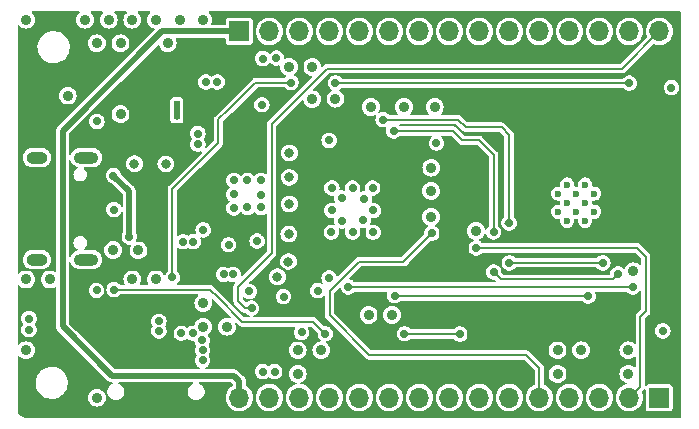
<source format=gbr>
%TF.GenerationSoftware,KiCad,Pcbnew,7.0.5-0*%
%TF.CreationDate,2024-04-28T23:55:43+02:00*%
%TF.ProjectId,esp32-eter,65737033-322d-4657-9465-722e6b696361,rev?*%
%TF.SameCoordinates,Original*%
%TF.FileFunction,Copper,L4,Bot*%
%TF.FilePolarity,Positive*%
%FSLAX46Y46*%
G04 Gerber Fmt 4.6, Leading zero omitted, Abs format (unit mm)*
G04 Created by KiCad (PCBNEW 7.0.5-0) date 2024-04-28 23:55:43*
%MOMM*%
%LPD*%
G01*
G04 APERTURE LIST*
%TA.AperFunction,ComponentPad*%
%ADD10R,1.700000X1.700000*%
%TD*%
%TA.AperFunction,ComponentPad*%
%ADD11O,1.700000X1.700000*%
%TD*%
%TA.AperFunction,HeatsinkPad*%
%ADD12C,0.600000*%
%TD*%
%TA.AperFunction,ComponentPad*%
%ADD13C,0.500000*%
%TD*%
%TA.AperFunction,SMDPad,CuDef*%
%ADD14R,0.500000X1.600000*%
%TD*%
%TA.AperFunction,ComponentPad*%
%ADD15O,2.100000X1.000000*%
%TD*%
%TA.AperFunction,ComponentPad*%
%ADD16O,1.800000X1.000000*%
%TD*%
%TA.AperFunction,ViaPad*%
%ADD17C,0.700000*%
%TD*%
%TA.AperFunction,ViaPad*%
%ADD18C,0.900000*%
%TD*%
%TA.AperFunction,ViaPad*%
%ADD19C,0.800000*%
%TD*%
%TA.AperFunction,Conductor*%
%ADD20C,0.500000*%
%TD*%
%TA.AperFunction,Conductor*%
%ADD21C,0.190000*%
%TD*%
G04 APERTURE END LIST*
D10*
%TO.P,J2,1,Pin_1*%
%TO.N,IO23*%
X121620000Y-83000000D03*
D11*
%TO.P,J2,2,Pin_2*%
%TO.N,IO22*%
X119080000Y-83000000D03*
%TO.P,J2,3,Pin_3*%
%TO.N,TXD0*%
X116540000Y-83000000D03*
%TO.P,J2,4,Pin_4*%
%TO.N,RXD0*%
X114000000Y-83000000D03*
%TO.P,J2,5,Pin_5*%
%TO.N,IO21*%
X111460000Y-83000000D03*
%TO.P,J2,6,Pin_6*%
%TO.N,IO19*%
X108920000Y-83000000D03*
%TO.P,J2,7,Pin_7*%
%TO.N,IO18*%
X106380000Y-83000000D03*
%TO.P,J2,8,Pin_8*%
%TO.N,IO5*%
X103840000Y-83000000D03*
%TO.P,J2,9,Pin_9*%
%TO.N,UART2_TX*%
X101300000Y-83000000D03*
%TO.P,J2,10,Pin_10*%
%TO.N,UART2_RX*%
X98760000Y-83000000D03*
%TO.P,J2,11,Pin_11*%
%TO.N,IO4*%
X96220000Y-83000000D03*
%TO.P,J2,12,Pin_12*%
%TO.N,IO2*%
X93680000Y-83000000D03*
%TO.P,J2,13,Pin_13*%
%TO.N,IO15*%
X91140000Y-83000000D03*
%TO.P,J2,14,Pin_14*%
%TO.N,GND*%
X88600000Y-83000000D03*
%TO.P,J2,15,Pin_15*%
%TO.N,+BATT*%
X86060000Y-83000000D03*
%TD*%
D10*
%TO.P,J3,1,Pin_1*%
%TO.N,+BATT*%
X86060000Y-52000000D03*
D11*
%TO.P,J3,2,Pin_2*%
%TO.N,GND*%
X88600000Y-52000000D03*
%TO.P,J3,3,Pin_3*%
%TO.N,IO13*%
X91140000Y-52000000D03*
%TO.P,J3,4,Pin_4*%
%TO.N,IO12*%
X93680000Y-52000000D03*
%TO.P,J3,5,Pin_5*%
%TO.N,IO14*%
X96220000Y-52000000D03*
%TO.P,J3,6,Pin_6*%
%TO.N,IO27*%
X98760000Y-52000000D03*
%TO.P,J3,7,Pin_7*%
%TO.N,IO26*%
X101300000Y-52000000D03*
%TO.P,J3,8,Pin_8*%
%TO.N,IO25*%
X103840000Y-52000000D03*
%TO.P,J3,9,Pin_9*%
%TO.N,IO33*%
X106380000Y-52000000D03*
%TO.P,J3,10,Pin_10*%
%TO.N,IO32*%
X108920000Y-52000000D03*
%TO.P,J3,11,Pin_11*%
%TO.N,IO35*%
X111460000Y-52000000D03*
%TO.P,J3,12,Pin_12*%
%TO.N,IO34*%
X114000000Y-52000000D03*
%TO.P,J3,13,Pin_13*%
%TO.N,VN*%
X116540000Y-52000000D03*
%TO.P,J3,14,Pin_14*%
%TO.N,VP*%
X119080000Y-52000000D03*
%TO.P,J3,15,Pin_15*%
%TO.N,BME280_ADDRESS*%
X121620000Y-52000000D03*
%TD*%
D12*
%TO.P,U1,39,GND*%
%TO.N,GND*%
X115342500Y-64965000D03*
X113817500Y-64965000D03*
X116105000Y-65727500D03*
X114580000Y-65727500D03*
X113055000Y-65727500D03*
X115342500Y-66490000D03*
X113817500Y-66490000D03*
X116105000Y-67252500D03*
X114580000Y-67252500D03*
X113055000Y-67252500D03*
X115342500Y-68015000D03*
X113817500Y-68015000D03*
%TD*%
D13*
%TO.P,U4,7,PAD*%
%TO.N,GND*%
X80762500Y-59240000D03*
D14*
X80762500Y-58690000D03*
D13*
X80762500Y-58140000D03*
%TD*%
D15*
%TO.P,J1,S1,SHIELD*%
%TO.N,Net-(J1-SHIELD)*%
X73105000Y-62680000D03*
D16*
X68925000Y-62680000D03*
D15*
X73105000Y-71320000D03*
D16*
X68925000Y-71320000D03*
%TD*%
D17*
%TO.N,+3V3*%
X121010000Y-59870000D03*
X85370000Y-60620000D03*
X86350000Y-60620000D03*
X87040000Y-80410000D03*
X81290000Y-65930000D03*
X120170000Y-59880000D03*
X82040000Y-65900000D03*
X90850000Y-73060000D03*
X94900000Y-61160000D03*
X78350000Y-75300000D03*
%TO.N,GND*%
X93850000Y-69000000D03*
X102750000Y-61460000D03*
D18*
X94200000Y-57700000D03*
D17*
X121910000Y-77350000D03*
X94750000Y-68050000D03*
X122640000Y-56750000D03*
X82550000Y-61550000D03*
X87560000Y-69750000D03*
X82950000Y-79000000D03*
X85150000Y-70060000D03*
D18*
X77000000Y-51000000D03*
X79000000Y-51000000D03*
X102300000Y-67700000D03*
D17*
X82150000Y-69800000D03*
X75440000Y-67080000D03*
D18*
X77000000Y-73000000D03*
D17*
X91325000Y-77485000D03*
D18*
X75000000Y-51000000D03*
D17*
X82950000Y-79850000D03*
D18*
X79000000Y-73000000D03*
D17*
X73970000Y-73920000D03*
D18*
X100000000Y-58400000D03*
D17*
X92700000Y-73950000D03*
D19*
X90300000Y-66610000D03*
D17*
X93900000Y-67150000D03*
X87970000Y-58210000D03*
X84730000Y-72560000D03*
D18*
X92250000Y-55000000D03*
D17*
X87900000Y-66900000D03*
D18*
X99000000Y-76000000D03*
X75370000Y-70510000D03*
X113000000Y-81000000D03*
X119000000Y-79000000D03*
X76000000Y-59000000D03*
D17*
X88050000Y-80800000D03*
D18*
X80000000Y-53000000D03*
D17*
X84200000Y-56270000D03*
D18*
X83000000Y-75000000D03*
D17*
X94750000Y-66100000D03*
D18*
X74000000Y-53000000D03*
X77520000Y-70540000D03*
D17*
X93670000Y-61220000D03*
X87900000Y-65850000D03*
D19*
X79830000Y-63210000D03*
D17*
X82550000Y-60650000D03*
X74000000Y-59610000D03*
D18*
X97000000Y-76000000D03*
X92250000Y-57750000D03*
D17*
X96650000Y-66150000D03*
X86750000Y-64600000D03*
D18*
X83000000Y-77000000D03*
D19*
X89290000Y-72770000D03*
D18*
X74000000Y-83000000D03*
X85000000Y-77000000D03*
D17*
X85600000Y-66950000D03*
D19*
X90220000Y-71480000D03*
D18*
X97200000Y-58400000D03*
D17*
X95650000Y-65250000D03*
D18*
X102600000Y-58400000D03*
D17*
X83220000Y-56280000D03*
X89200000Y-54250000D03*
X97400000Y-69000000D03*
X95650000Y-69000000D03*
X83000000Y-68800000D03*
X81150000Y-77550000D03*
D18*
X119000000Y-81000000D03*
X115000000Y-79000000D03*
D17*
X79250000Y-77350000D03*
D18*
X70000000Y-73000000D03*
D17*
X85600000Y-65800000D03*
D18*
X68000000Y-73000000D03*
D17*
X97400000Y-67150000D03*
X82900000Y-78150000D03*
D18*
X68000000Y-79000000D03*
D19*
X90300000Y-62280000D03*
D18*
X71530000Y-57430000D03*
X81000000Y-51000000D03*
D17*
X86750000Y-66900000D03*
X82100000Y-77550000D03*
D18*
X93000000Y-79000000D03*
X68000000Y-51000000D03*
D17*
X85530000Y-72560000D03*
D18*
X102300000Y-65500000D03*
D17*
X87900000Y-64600000D03*
X86900000Y-74000000D03*
X89050000Y-80800000D03*
X96550000Y-68000000D03*
D18*
X102320000Y-63540000D03*
X106100000Y-68900000D03*
X113000000Y-79000000D03*
D17*
X89800000Y-74450000D03*
X88050000Y-54300000D03*
D18*
X90250000Y-55000000D03*
X91000000Y-79000000D03*
D19*
X90300000Y-64350000D03*
D17*
X85600000Y-64600000D03*
D18*
X76000000Y-53000000D03*
D19*
X90250000Y-69160000D03*
D17*
X68250000Y-77260000D03*
X93670000Y-72890000D03*
D18*
X73000000Y-51000000D03*
X119400000Y-72300000D03*
D17*
X79250000Y-76550000D03*
D19*
X77180000Y-63200000D03*
D18*
X83000000Y-51000000D03*
D17*
X97350000Y-65250000D03*
D18*
X91000000Y-81000000D03*
D17*
X68250000Y-76310000D03*
X81300000Y-69810000D03*
X93900000Y-65250000D03*
%TO.N,+5V*%
X75405000Y-64205000D03*
X76740000Y-69390000D03*
%TO.N,IO22*%
X106120000Y-70330000D03*
%TO.N,TXD0*%
X107580000Y-68980000D03*
X99120000Y-60430000D03*
X107600000Y-72370000D03*
X118120000Y-72530000D03*
%TO.N,RXD0*%
X98230000Y-59470000D03*
X108900000Y-68210000D03*
X108920000Y-71590000D03*
X116840000Y-71590000D03*
%TO.N,IO21*%
X102350000Y-69080000D03*
%TO.N,BME280_ADDRESS*%
X87100000Y-75430000D03*
%TO.N,I2C0_SCL*%
X95290000Y-73630000D03*
X119370000Y-73640000D03*
%TO.N,I2C0_SDA*%
X115600000Y-74400000D03*
X99200000Y-74375000D03*
%TO.N,/BOOT*%
X93340000Y-77600000D03*
X104720000Y-77630000D03*
X75450000Y-73850000D03*
X100040000Y-77600000D03*
%TO.N,/EN*%
X80400000Y-72810000D03*
X90430000Y-56330000D03*
X94200000Y-56350000D03*
X119080000Y-56380000D03*
%TD*%
D20*
%TO.N,+5V*%
X76740000Y-69390000D02*
X76740000Y-65540000D01*
X76740000Y-65540000D02*
X75405000Y-64205000D01*
%TO.N,+BATT*%
X79510000Y-52000000D02*
X86060000Y-52000000D01*
X85580000Y-81150000D02*
X75290000Y-81150000D01*
X71100000Y-76960000D02*
X71100000Y-60410000D01*
X71100000Y-60410000D02*
X79510000Y-52000000D01*
X75290000Y-81150000D02*
X71100000Y-76960000D01*
X86060000Y-83000000D02*
X86060000Y-81630000D01*
X86060000Y-81630000D02*
X85580000Y-81150000D01*
D21*
%TO.N,IO22*%
X120470000Y-71060000D02*
X119740000Y-70330000D01*
X120470000Y-75680000D02*
X120470000Y-71060000D01*
X119740000Y-70330000D02*
X106120000Y-70330000D01*
X120015000Y-82065000D02*
X120015000Y-76135000D01*
X120015000Y-76135000D02*
X120470000Y-75680000D01*
X119080000Y-83000000D02*
X120015000Y-82065000D01*
%TO.N,TXD0*%
X107580000Y-62430000D02*
X107580000Y-68980000D01*
X104160000Y-60430000D02*
X104940000Y-61210000D01*
X118120000Y-72530000D02*
X117665000Y-72985000D01*
X99120000Y-60430000D02*
X104160000Y-60430000D01*
X106360000Y-61210000D02*
X107580000Y-62430000D01*
X117665000Y-72985000D02*
X108215000Y-72985000D01*
X108215000Y-72985000D02*
X107600000Y-72370000D01*
X104940000Y-61210000D02*
X106360000Y-61210000D01*
%TO.N,RXD0*%
X98230000Y-59470000D02*
X104580000Y-59470000D01*
X108900000Y-60740000D02*
X108900000Y-68210000D01*
X105210000Y-60100000D02*
X108260000Y-60100000D01*
X108900000Y-68210000D02*
X108587832Y-68210000D01*
X104580000Y-59470000D02*
X105210000Y-60100000D01*
X116840000Y-71590000D02*
X108920000Y-71590000D01*
X108260000Y-60100000D02*
X108900000Y-60740000D01*
%TO.N,IO21*%
X96170000Y-71500000D02*
X93710000Y-73960000D01*
X93710000Y-76040000D02*
X97070000Y-79400000D01*
X97070000Y-79400000D02*
X110350000Y-79400000D01*
X93710000Y-73960000D02*
X93710000Y-76040000D01*
X102350000Y-69080000D02*
X99930000Y-71500000D01*
X110350000Y-79400000D02*
X111460000Y-80510000D01*
X99930000Y-71500000D02*
X96170000Y-71500000D01*
X111460000Y-80510000D02*
X111460000Y-83000000D01*
%TO.N,BME280_ADDRESS*%
X86780000Y-72780000D02*
X86790000Y-72780000D01*
X88800000Y-59850000D02*
X93500000Y-55150000D01*
X88800000Y-70770000D02*
X88800000Y-59850000D01*
X93500000Y-55150000D02*
X118470000Y-55150000D01*
X118470000Y-55150000D02*
X121620000Y-52000000D01*
X86560000Y-75430000D02*
X85950000Y-74820000D01*
X85950000Y-74820000D02*
X85950000Y-73610000D01*
X86790000Y-72780000D02*
X88800000Y-70770000D01*
X87100000Y-75430000D02*
X86560000Y-75430000D01*
X85950000Y-73610000D02*
X86780000Y-72780000D01*
%TO.N,I2C0_SCL*%
X95300000Y-73640000D02*
X95290000Y-73630000D01*
X119370000Y-73640000D02*
X95300000Y-73640000D01*
%TO.N,I2C0_SDA*%
X99225000Y-74400000D02*
X99200000Y-74375000D01*
X115600000Y-74400000D02*
X99225000Y-74400000D01*
%TO.N,/BOOT*%
X104720000Y-77630000D02*
X100070000Y-77630000D01*
X83560000Y-73850000D02*
X75450000Y-73850000D01*
X86300000Y-76590000D02*
X84220000Y-74510000D01*
X100070000Y-77630000D02*
X100040000Y-77600000D01*
X92330000Y-76590000D02*
X86300000Y-76590000D01*
X93340000Y-77600000D02*
X92330000Y-76590000D01*
X84220000Y-74510000D02*
X83560000Y-73850000D01*
%TO.N,/EN*%
X87410000Y-56330000D02*
X85100000Y-58640000D01*
X80400000Y-65310000D02*
X80400000Y-72810000D01*
X84290000Y-61420000D02*
X80400000Y-65310000D01*
X84290000Y-59450000D02*
X84290000Y-61420000D01*
X85100000Y-58640000D02*
X84290000Y-59450000D01*
X119080000Y-56380000D02*
X94230000Y-56380000D01*
X90430000Y-56330000D02*
X87410000Y-56330000D01*
X94230000Y-56380000D02*
X94200000Y-56350000D01*
%TD*%
%TA.AperFunction,Conductor*%
%TO.N,+3V3*%
G36*
X72507048Y-50317813D02*
G01*
X72532358Y-50361650D01*
X72523568Y-50411500D01*
X72511811Y-50426821D01*
X72437852Y-50500781D01*
X72409520Y-50529113D01*
X72409519Y-50529114D01*
X72319544Y-50672308D01*
X72263689Y-50831932D01*
X72263687Y-50831940D01*
X72244751Y-51000000D01*
X72263687Y-51168059D01*
X72263689Y-51168067D01*
X72319544Y-51327691D01*
X72409519Y-51470885D01*
X72409521Y-51470887D01*
X72409523Y-51470890D01*
X72529110Y-51590477D01*
X72529112Y-51590478D01*
X72529114Y-51590480D01*
X72672308Y-51680455D01*
X72672310Y-51680456D01*
X72831941Y-51736313D01*
X73000000Y-51755249D01*
X73168059Y-51736313D01*
X73327690Y-51680456D01*
X73470890Y-51590477D01*
X73590477Y-51470890D01*
X73680456Y-51327690D01*
X73736313Y-51168059D01*
X73755249Y-51000000D01*
X73736313Y-50831941D01*
X73680456Y-50672310D01*
X73590477Y-50529110D01*
X73488191Y-50426824D01*
X73466800Y-50380950D01*
X73479901Y-50332055D01*
X73521365Y-50303021D01*
X73540518Y-50300500D01*
X74459482Y-50300500D01*
X74507048Y-50317813D01*
X74532358Y-50361650D01*
X74523568Y-50411500D01*
X74511811Y-50426821D01*
X74437852Y-50500781D01*
X74409520Y-50529113D01*
X74409519Y-50529114D01*
X74319544Y-50672308D01*
X74263689Y-50831932D01*
X74263687Y-50831940D01*
X74244751Y-51000000D01*
X74263687Y-51168059D01*
X74263689Y-51168067D01*
X74319544Y-51327691D01*
X74409519Y-51470885D01*
X74409521Y-51470887D01*
X74409523Y-51470890D01*
X74529110Y-51590477D01*
X74529112Y-51590478D01*
X74529114Y-51590480D01*
X74672308Y-51680455D01*
X74672310Y-51680456D01*
X74831941Y-51736313D01*
X75000000Y-51755249D01*
X75168059Y-51736313D01*
X75327690Y-51680456D01*
X75470890Y-51590477D01*
X75590477Y-51470890D01*
X75680456Y-51327690D01*
X75736313Y-51168059D01*
X75755249Y-51000000D01*
X75736313Y-50831941D01*
X75680456Y-50672310D01*
X75590477Y-50529110D01*
X75488191Y-50426824D01*
X75466800Y-50380950D01*
X75479901Y-50332055D01*
X75521365Y-50303021D01*
X75540518Y-50300500D01*
X76459482Y-50300500D01*
X76507048Y-50317813D01*
X76532358Y-50361650D01*
X76523568Y-50411500D01*
X76511811Y-50426821D01*
X76437852Y-50500781D01*
X76409520Y-50529113D01*
X76409519Y-50529114D01*
X76319544Y-50672308D01*
X76263689Y-50831932D01*
X76263687Y-50831940D01*
X76244751Y-51000000D01*
X76263687Y-51168059D01*
X76263689Y-51168067D01*
X76319544Y-51327691D01*
X76409519Y-51470885D01*
X76409521Y-51470887D01*
X76409523Y-51470890D01*
X76529110Y-51590477D01*
X76529112Y-51590478D01*
X76529114Y-51590480D01*
X76672308Y-51680455D01*
X76672310Y-51680456D01*
X76831941Y-51736313D01*
X77000000Y-51755249D01*
X77168059Y-51736313D01*
X77327690Y-51680456D01*
X77470890Y-51590477D01*
X77590477Y-51470890D01*
X77680456Y-51327690D01*
X77736313Y-51168059D01*
X77755249Y-51000000D01*
X77736313Y-50831941D01*
X77680456Y-50672310D01*
X77590477Y-50529110D01*
X77488191Y-50426824D01*
X77466800Y-50380950D01*
X77479901Y-50332055D01*
X77521365Y-50303021D01*
X77540518Y-50300500D01*
X78459482Y-50300500D01*
X78507048Y-50317813D01*
X78532358Y-50361650D01*
X78523568Y-50411500D01*
X78511811Y-50426821D01*
X78437852Y-50500781D01*
X78409520Y-50529113D01*
X78409519Y-50529114D01*
X78319544Y-50672308D01*
X78263689Y-50831932D01*
X78263687Y-50831940D01*
X78244751Y-51000000D01*
X78263687Y-51168059D01*
X78263689Y-51168067D01*
X78319544Y-51327691D01*
X78409519Y-51470885D01*
X78409521Y-51470887D01*
X78409523Y-51470890D01*
X78529110Y-51590477D01*
X78529112Y-51590478D01*
X78529114Y-51590480D01*
X78672308Y-51680455D01*
X78672310Y-51680456D01*
X78831941Y-51736313D01*
X78831951Y-51736314D01*
X78834285Y-51736847D01*
X78835253Y-51737472D01*
X78835864Y-51737686D01*
X78835812Y-51737833D01*
X78876810Y-51764305D01*
X78891737Y-51812673D01*
X78872081Y-51859320D01*
X78870154Y-51861320D01*
X70717827Y-60013646D01*
X70716919Y-60014524D01*
X70668954Y-60059321D01*
X70668952Y-60059324D01*
X70645292Y-60098231D01*
X70643160Y-60101364D01*
X70615642Y-60137652D01*
X70615635Y-60137665D01*
X70607484Y-60158334D01*
X70601873Y-60169632D01*
X70590327Y-60188618D01*
X70578040Y-60232470D01*
X70576832Y-60236062D01*
X70560125Y-60278429D01*
X70560123Y-60278439D01*
X70557849Y-60300543D01*
X70555496Y-60312928D01*
X70549500Y-60334335D01*
X70549500Y-60379877D01*
X70549306Y-60383663D01*
X70544648Y-60428969D01*
X70544648Y-60428972D01*
X70548424Y-60450872D01*
X70549500Y-60463445D01*
X70549500Y-72325023D01*
X70532187Y-72372589D01*
X70488350Y-72397899D01*
X70438500Y-72389109D01*
X70436130Y-72387681D01*
X70327690Y-72319543D01*
X70168067Y-72263689D01*
X70168059Y-72263687D01*
X70000000Y-72244751D01*
X69831940Y-72263687D01*
X69831932Y-72263689D01*
X69672308Y-72319544D01*
X69529114Y-72409519D01*
X69409519Y-72529114D01*
X69319544Y-72672308D01*
X69263689Y-72831932D01*
X69263687Y-72831940D01*
X69244751Y-73000000D01*
X69263687Y-73168059D01*
X69263689Y-73168067D01*
X69319544Y-73327691D01*
X69409519Y-73470885D01*
X69409521Y-73470887D01*
X69409523Y-73470890D01*
X69529110Y-73590477D01*
X69529112Y-73590478D01*
X69529114Y-73590480D01*
X69672308Y-73680455D01*
X69672310Y-73680456D01*
X69831941Y-73736313D01*
X70000000Y-73755249D01*
X70168059Y-73736313D01*
X70327690Y-73680456D01*
X70436128Y-73612319D01*
X70485616Y-73601671D01*
X70530369Y-73625323D01*
X70549448Y-73672209D01*
X70549500Y-73674976D01*
X70549500Y-76949966D01*
X70549478Y-76951229D01*
X70547237Y-77016824D01*
X70558019Y-77061066D01*
X70558726Y-77064790D01*
X70560386Y-77076863D01*
X70564930Y-77109920D01*
X70567341Y-77115470D01*
X70573783Y-77130302D01*
X70577805Y-77142261D01*
X70583067Y-77163852D01*
X70605391Y-77203557D01*
X70607072Y-77206941D01*
X70625217Y-77248716D01*
X70625219Y-77248719D01*
X70639243Y-77265957D01*
X70646343Y-77276389D01*
X70657233Y-77295758D01*
X70689441Y-77327966D01*
X70691981Y-77330781D01*
X70720722Y-77366108D01*
X70738875Y-77378922D01*
X70748526Y-77387051D01*
X74893646Y-81532171D01*
X74894523Y-81533079D01*
X74939320Y-81581044D01*
X74978229Y-81604705D01*
X74981363Y-81606838D01*
X75017658Y-81634361D01*
X75017659Y-81634361D01*
X75017660Y-81634362D01*
X75017659Y-81634362D01*
X75038330Y-81642513D01*
X75049632Y-81648126D01*
X75068618Y-81659672D01*
X75112494Y-81671965D01*
X75116055Y-81673163D01*
X75158433Y-81689875D01*
X75158436Y-81689876D01*
X75180540Y-81692148D01*
X75192932Y-81694503D01*
X75214335Y-81700500D01*
X75259878Y-81700500D01*
X75263662Y-81700693D01*
X75294192Y-81703832D01*
X75299128Y-81704340D01*
X75344675Y-81726426D01*
X75365369Y-81772622D01*
X75351527Y-81821312D01*
X75317803Y-81847143D01*
X75267388Y-81866263D01*
X75125391Y-81964276D01*
X75010975Y-82093427D01*
X74943710Y-82221590D01*
X74930792Y-82246203D01*
X74889500Y-82413730D01*
X74889500Y-82586270D01*
X74930792Y-82753797D01*
X75010976Y-82906574D01*
X75125391Y-83035723D01*
X75267389Y-83133737D01*
X75428717Y-83194921D01*
X75428720Y-83194921D01*
X75428722Y-83194922D01*
X75557015Y-83210499D01*
X75557025Y-83210500D01*
X75642975Y-83210500D01*
X75642984Y-83210499D01*
X75771277Y-83194922D01*
X75771277Y-83194921D01*
X75771283Y-83194921D01*
X75932611Y-83133737D01*
X76074609Y-83035723D01*
X76189024Y-82906574D01*
X76269208Y-82753797D01*
X76310500Y-82586270D01*
X76310500Y-82413730D01*
X76269208Y-82246203D01*
X76189024Y-82093426D01*
X76074609Y-81964277D01*
X76036122Y-81937711D01*
X75932610Y-81866262D01*
X75873094Y-81843691D01*
X75834758Y-81810636D01*
X75826638Y-81760673D01*
X75852534Y-81717179D01*
X75899335Y-81700500D01*
X82100665Y-81700500D01*
X82148231Y-81717813D01*
X82173541Y-81761650D01*
X82164751Y-81811500D01*
X82126906Y-81843691D01*
X82067389Y-81866262D01*
X81925391Y-81964276D01*
X81810975Y-82093427D01*
X81743710Y-82221590D01*
X81730792Y-82246203D01*
X81689500Y-82413730D01*
X81689500Y-82586270D01*
X81730792Y-82753797D01*
X81810976Y-82906574D01*
X81925391Y-83035723D01*
X82067389Y-83133737D01*
X82228717Y-83194921D01*
X82228720Y-83194921D01*
X82228722Y-83194922D01*
X82357015Y-83210499D01*
X82357025Y-83210500D01*
X82442975Y-83210500D01*
X82442984Y-83210499D01*
X82571277Y-83194922D01*
X82571277Y-83194921D01*
X82571283Y-83194921D01*
X82732611Y-83133737D01*
X82874609Y-83035723D01*
X82989024Y-82906574D01*
X83069208Y-82753797D01*
X83110500Y-82586270D01*
X83110500Y-82413730D01*
X83069208Y-82246203D01*
X82989024Y-82093426D01*
X82874609Y-81964277D01*
X82836122Y-81937711D01*
X82732610Y-81866262D01*
X82673094Y-81843691D01*
X82634758Y-81810636D01*
X82626638Y-81760673D01*
X82652534Y-81717179D01*
X82699335Y-81700500D01*
X85321323Y-81700500D01*
X85368889Y-81717813D01*
X85373649Y-81722174D01*
X85487826Y-81836351D01*
X85509218Y-81882227D01*
X85509500Y-81888677D01*
X85509500Y-81946452D01*
X85492187Y-81994018D01*
X85474457Y-82009368D01*
X85363698Y-82077948D01*
X85206130Y-82221590D01*
X85077636Y-82391741D01*
X85077632Y-82391747D01*
X84982596Y-82582606D01*
X84982593Y-82582616D01*
X84924243Y-82787690D01*
X84924242Y-82787696D01*
X84904571Y-82999996D01*
X84904571Y-83000003D01*
X84924242Y-83212303D01*
X84924243Y-83212309D01*
X84982593Y-83417383D01*
X84982596Y-83417393D01*
X85077632Y-83608252D01*
X85077634Y-83608255D01*
X85206128Y-83778407D01*
X85363698Y-83922052D01*
X85544981Y-84034298D01*
X85743802Y-84111321D01*
X85953390Y-84150500D01*
X86166610Y-84150500D01*
X86376198Y-84111321D01*
X86575019Y-84034298D01*
X86756302Y-83922052D01*
X86913872Y-83778407D01*
X87042366Y-83608255D01*
X87137405Y-83417389D01*
X87195756Y-83212310D01*
X87197368Y-83194922D01*
X87215429Y-83000003D01*
X87444571Y-83000003D01*
X87464242Y-83212303D01*
X87464243Y-83212309D01*
X87522593Y-83417383D01*
X87522596Y-83417393D01*
X87617632Y-83608252D01*
X87617634Y-83608255D01*
X87746128Y-83778407D01*
X87903698Y-83922052D01*
X88084981Y-84034298D01*
X88283802Y-84111321D01*
X88493390Y-84150500D01*
X88706610Y-84150500D01*
X88916198Y-84111321D01*
X89115019Y-84034298D01*
X89296302Y-83922052D01*
X89453872Y-83778407D01*
X89582366Y-83608255D01*
X89677405Y-83417389D01*
X89735756Y-83212310D01*
X89737368Y-83194922D01*
X89755429Y-83000003D01*
X89984571Y-83000003D01*
X90004242Y-83212303D01*
X90004243Y-83212309D01*
X90062593Y-83417383D01*
X90062596Y-83417393D01*
X90157632Y-83608252D01*
X90157634Y-83608255D01*
X90286128Y-83778407D01*
X90443698Y-83922052D01*
X90624981Y-84034298D01*
X90823802Y-84111321D01*
X91033390Y-84150500D01*
X91246610Y-84150500D01*
X91456198Y-84111321D01*
X91655019Y-84034298D01*
X91836302Y-83922052D01*
X91993872Y-83778407D01*
X92122366Y-83608255D01*
X92217405Y-83417389D01*
X92275756Y-83212310D01*
X92277368Y-83194922D01*
X92295429Y-83000003D01*
X92524571Y-83000003D01*
X92544242Y-83212303D01*
X92544243Y-83212309D01*
X92602593Y-83417383D01*
X92602596Y-83417393D01*
X92697632Y-83608252D01*
X92697634Y-83608255D01*
X92826128Y-83778407D01*
X92983698Y-83922052D01*
X93164981Y-84034298D01*
X93363802Y-84111321D01*
X93573390Y-84150500D01*
X93786610Y-84150500D01*
X93996198Y-84111321D01*
X94195019Y-84034298D01*
X94376302Y-83922052D01*
X94533872Y-83778407D01*
X94662366Y-83608255D01*
X94757405Y-83417389D01*
X94815756Y-83212310D01*
X94817368Y-83194922D01*
X94835429Y-83000003D01*
X95064571Y-83000003D01*
X95084242Y-83212303D01*
X95084243Y-83212309D01*
X95142593Y-83417383D01*
X95142596Y-83417393D01*
X95237632Y-83608252D01*
X95237634Y-83608255D01*
X95366128Y-83778407D01*
X95523698Y-83922052D01*
X95704981Y-84034298D01*
X95903802Y-84111321D01*
X96113390Y-84150500D01*
X96326610Y-84150500D01*
X96536198Y-84111321D01*
X96735019Y-84034298D01*
X96916302Y-83922052D01*
X97073872Y-83778407D01*
X97202366Y-83608255D01*
X97297405Y-83417389D01*
X97355756Y-83212310D01*
X97357368Y-83194922D01*
X97375429Y-83000003D01*
X97604571Y-83000003D01*
X97624242Y-83212303D01*
X97624243Y-83212309D01*
X97682593Y-83417383D01*
X97682596Y-83417393D01*
X97777632Y-83608252D01*
X97777634Y-83608255D01*
X97906128Y-83778407D01*
X98063698Y-83922052D01*
X98244981Y-84034298D01*
X98443802Y-84111321D01*
X98653390Y-84150500D01*
X98866610Y-84150500D01*
X99076198Y-84111321D01*
X99275019Y-84034298D01*
X99456302Y-83922052D01*
X99613872Y-83778407D01*
X99742366Y-83608255D01*
X99837405Y-83417389D01*
X99895756Y-83212310D01*
X99897368Y-83194922D01*
X99915429Y-83000003D01*
X100144571Y-83000003D01*
X100164242Y-83212303D01*
X100164243Y-83212309D01*
X100222593Y-83417383D01*
X100222596Y-83417393D01*
X100317632Y-83608252D01*
X100317634Y-83608255D01*
X100446128Y-83778407D01*
X100603698Y-83922052D01*
X100784981Y-84034298D01*
X100983802Y-84111321D01*
X101193390Y-84150500D01*
X101406610Y-84150500D01*
X101616198Y-84111321D01*
X101815019Y-84034298D01*
X101996302Y-83922052D01*
X102153872Y-83778407D01*
X102282366Y-83608255D01*
X102377405Y-83417389D01*
X102435756Y-83212310D01*
X102437368Y-83194922D01*
X102455429Y-83000003D01*
X102684571Y-83000003D01*
X102704242Y-83212303D01*
X102704243Y-83212309D01*
X102762593Y-83417383D01*
X102762596Y-83417393D01*
X102857632Y-83608252D01*
X102857634Y-83608255D01*
X102986128Y-83778407D01*
X103143698Y-83922052D01*
X103324981Y-84034298D01*
X103523802Y-84111321D01*
X103733390Y-84150500D01*
X103946610Y-84150500D01*
X104156198Y-84111321D01*
X104355019Y-84034298D01*
X104536302Y-83922052D01*
X104693872Y-83778407D01*
X104822366Y-83608255D01*
X104917405Y-83417389D01*
X104975756Y-83212310D01*
X104977368Y-83194922D01*
X104995429Y-83000003D01*
X105224571Y-83000003D01*
X105244242Y-83212303D01*
X105244243Y-83212309D01*
X105302593Y-83417383D01*
X105302596Y-83417393D01*
X105397632Y-83608252D01*
X105397634Y-83608255D01*
X105526128Y-83778407D01*
X105683698Y-83922052D01*
X105864981Y-84034298D01*
X106063802Y-84111321D01*
X106273390Y-84150500D01*
X106486610Y-84150500D01*
X106696198Y-84111321D01*
X106895019Y-84034298D01*
X107076302Y-83922052D01*
X107233872Y-83778407D01*
X107362366Y-83608255D01*
X107457405Y-83417389D01*
X107515756Y-83212310D01*
X107517368Y-83194922D01*
X107535429Y-83000003D01*
X107764571Y-83000003D01*
X107784242Y-83212303D01*
X107784243Y-83212309D01*
X107842593Y-83417383D01*
X107842596Y-83417393D01*
X107937632Y-83608252D01*
X107937634Y-83608255D01*
X108066128Y-83778407D01*
X108223698Y-83922052D01*
X108404981Y-84034298D01*
X108603802Y-84111321D01*
X108813390Y-84150500D01*
X109026610Y-84150500D01*
X109236198Y-84111321D01*
X109435019Y-84034298D01*
X109616302Y-83922052D01*
X109773872Y-83778407D01*
X109902366Y-83608255D01*
X109997405Y-83417389D01*
X110055756Y-83212310D01*
X110057368Y-83194922D01*
X110075429Y-83000003D01*
X110075429Y-82999996D01*
X110055757Y-82787696D01*
X110055756Y-82787690D01*
X109998446Y-82586270D01*
X109997405Y-82582611D01*
X109987665Y-82563051D01*
X109902367Y-82391747D01*
X109902363Y-82391741D01*
X109812156Y-82272289D01*
X109773872Y-82221593D01*
X109616302Y-82077948D01*
X109435019Y-81965702D01*
X109236198Y-81888679D01*
X109144150Y-81871472D01*
X109026613Y-81849500D01*
X109026610Y-81849500D01*
X108813390Y-81849500D01*
X108813386Y-81849500D01*
X108659362Y-81878293D01*
X108603802Y-81888679D01*
X108603800Y-81888679D01*
X108603798Y-81888680D01*
X108471238Y-81940034D01*
X108404981Y-81965702D01*
X108404976Y-81965704D01*
X108404976Y-81965705D01*
X108223700Y-82077946D01*
X108066130Y-82221590D01*
X107937636Y-82391741D01*
X107937632Y-82391747D01*
X107842596Y-82582606D01*
X107842593Y-82582616D01*
X107784243Y-82787690D01*
X107784242Y-82787696D01*
X107764571Y-82999996D01*
X107764571Y-83000003D01*
X107535429Y-83000003D01*
X107535429Y-82999996D01*
X107515757Y-82787696D01*
X107515756Y-82787690D01*
X107458446Y-82586270D01*
X107457405Y-82582611D01*
X107447665Y-82563051D01*
X107362367Y-82391747D01*
X107362363Y-82391741D01*
X107272156Y-82272289D01*
X107233872Y-82221593D01*
X107076302Y-82077948D01*
X106895019Y-81965702D01*
X106696198Y-81888679D01*
X106604150Y-81871472D01*
X106486613Y-81849500D01*
X106486610Y-81849500D01*
X106273390Y-81849500D01*
X106273386Y-81849500D01*
X106119362Y-81878293D01*
X106063802Y-81888679D01*
X106063800Y-81888679D01*
X106063798Y-81888680D01*
X105931238Y-81940034D01*
X105864981Y-81965702D01*
X105864976Y-81965704D01*
X105864976Y-81965705D01*
X105683700Y-82077946D01*
X105526130Y-82221590D01*
X105397636Y-82391741D01*
X105397632Y-82391747D01*
X105302596Y-82582606D01*
X105302593Y-82582616D01*
X105244243Y-82787690D01*
X105244242Y-82787696D01*
X105224571Y-82999996D01*
X105224571Y-83000003D01*
X104995429Y-83000003D01*
X104995429Y-82999996D01*
X104975757Y-82787696D01*
X104975756Y-82787690D01*
X104918446Y-82586270D01*
X104917405Y-82582611D01*
X104907665Y-82563051D01*
X104822367Y-82391747D01*
X104822363Y-82391741D01*
X104732156Y-82272289D01*
X104693872Y-82221593D01*
X104536302Y-82077948D01*
X104355019Y-81965702D01*
X104156198Y-81888679D01*
X104064150Y-81871472D01*
X103946613Y-81849500D01*
X103946610Y-81849500D01*
X103733390Y-81849500D01*
X103733386Y-81849500D01*
X103579362Y-81878293D01*
X103523802Y-81888679D01*
X103523800Y-81888679D01*
X103523798Y-81888680D01*
X103391238Y-81940034D01*
X103324981Y-81965702D01*
X103324976Y-81965704D01*
X103324976Y-81965705D01*
X103143700Y-82077946D01*
X102986130Y-82221590D01*
X102857636Y-82391741D01*
X102857632Y-82391747D01*
X102762596Y-82582606D01*
X102762593Y-82582616D01*
X102704243Y-82787690D01*
X102704242Y-82787696D01*
X102684571Y-82999996D01*
X102684571Y-83000003D01*
X102455429Y-83000003D01*
X102455429Y-82999996D01*
X102435757Y-82787696D01*
X102435756Y-82787690D01*
X102378446Y-82586270D01*
X102377405Y-82582611D01*
X102367665Y-82563051D01*
X102282367Y-82391747D01*
X102282363Y-82391741D01*
X102192156Y-82272289D01*
X102153872Y-82221593D01*
X101996302Y-82077948D01*
X101815019Y-81965702D01*
X101616198Y-81888679D01*
X101524150Y-81871472D01*
X101406613Y-81849500D01*
X101406610Y-81849500D01*
X101193390Y-81849500D01*
X101193386Y-81849500D01*
X101039362Y-81878293D01*
X100983802Y-81888679D01*
X100983800Y-81888679D01*
X100983798Y-81888680D01*
X100851238Y-81940034D01*
X100784981Y-81965702D01*
X100784976Y-81965704D01*
X100784976Y-81965705D01*
X100603700Y-82077946D01*
X100446130Y-82221590D01*
X100317636Y-82391741D01*
X100317632Y-82391747D01*
X100222596Y-82582606D01*
X100222593Y-82582616D01*
X100164243Y-82787690D01*
X100164242Y-82787696D01*
X100144571Y-82999996D01*
X100144571Y-83000003D01*
X99915429Y-83000003D01*
X99915429Y-82999996D01*
X99895757Y-82787696D01*
X99895756Y-82787690D01*
X99838446Y-82586270D01*
X99837405Y-82582611D01*
X99827665Y-82563051D01*
X99742367Y-82391747D01*
X99742363Y-82391741D01*
X99652156Y-82272289D01*
X99613872Y-82221593D01*
X99456302Y-82077948D01*
X99275019Y-81965702D01*
X99076198Y-81888679D01*
X98984150Y-81871472D01*
X98866613Y-81849500D01*
X98866610Y-81849500D01*
X98653390Y-81849500D01*
X98653386Y-81849500D01*
X98499362Y-81878293D01*
X98443802Y-81888679D01*
X98443800Y-81888679D01*
X98443798Y-81888680D01*
X98311238Y-81940034D01*
X98244981Y-81965702D01*
X98244976Y-81965704D01*
X98244976Y-81965705D01*
X98063700Y-82077946D01*
X97906130Y-82221590D01*
X97777636Y-82391741D01*
X97777632Y-82391747D01*
X97682596Y-82582606D01*
X97682593Y-82582616D01*
X97624243Y-82787690D01*
X97624242Y-82787696D01*
X97604571Y-82999996D01*
X97604571Y-83000003D01*
X97375429Y-83000003D01*
X97375429Y-82999996D01*
X97355757Y-82787696D01*
X97355756Y-82787690D01*
X97298446Y-82586270D01*
X97297405Y-82582611D01*
X97287665Y-82563051D01*
X97202367Y-82391747D01*
X97202363Y-82391741D01*
X97112156Y-82272289D01*
X97073872Y-82221593D01*
X96916302Y-82077948D01*
X96735019Y-81965702D01*
X96536198Y-81888679D01*
X96444150Y-81871472D01*
X96326613Y-81849500D01*
X96326610Y-81849500D01*
X96113390Y-81849500D01*
X96113386Y-81849500D01*
X95959362Y-81878293D01*
X95903802Y-81888679D01*
X95903800Y-81888679D01*
X95903798Y-81888680D01*
X95771238Y-81940034D01*
X95704981Y-81965702D01*
X95704976Y-81965704D01*
X95704976Y-81965705D01*
X95523700Y-82077946D01*
X95366130Y-82221590D01*
X95237636Y-82391741D01*
X95237632Y-82391747D01*
X95142596Y-82582606D01*
X95142593Y-82582616D01*
X95084243Y-82787690D01*
X95084242Y-82787696D01*
X95064571Y-82999996D01*
X95064571Y-83000003D01*
X94835429Y-83000003D01*
X94835429Y-82999996D01*
X94815757Y-82787696D01*
X94815756Y-82787690D01*
X94758446Y-82586270D01*
X94757405Y-82582611D01*
X94747665Y-82563051D01*
X94662367Y-82391747D01*
X94662363Y-82391741D01*
X94572156Y-82272289D01*
X94533872Y-82221593D01*
X94376302Y-82077948D01*
X94195019Y-81965702D01*
X93996198Y-81888679D01*
X93904150Y-81871472D01*
X93786613Y-81849500D01*
X93786610Y-81849500D01*
X93573390Y-81849500D01*
X93573386Y-81849500D01*
X93419362Y-81878293D01*
X93363802Y-81888679D01*
X93363800Y-81888679D01*
X93363798Y-81888680D01*
X93231238Y-81940034D01*
X93164981Y-81965702D01*
X93164976Y-81965704D01*
X93164976Y-81965705D01*
X92983700Y-82077946D01*
X92826130Y-82221590D01*
X92697636Y-82391741D01*
X92697632Y-82391747D01*
X92602596Y-82582606D01*
X92602593Y-82582616D01*
X92544243Y-82787690D01*
X92544242Y-82787696D01*
X92524571Y-82999996D01*
X92524571Y-83000003D01*
X92295429Y-83000003D01*
X92295429Y-82999996D01*
X92275757Y-82787696D01*
X92275756Y-82787690D01*
X92218446Y-82586270D01*
X92217405Y-82582611D01*
X92207665Y-82563051D01*
X92122367Y-82391747D01*
X92122363Y-82391741D01*
X92032156Y-82272289D01*
X91993872Y-82221593D01*
X91836302Y-82077948D01*
X91655019Y-81965702D01*
X91456198Y-81888679D01*
X91376919Y-81873859D01*
X91257243Y-81851487D01*
X91213668Y-81825728D01*
X91196845Y-81777987D01*
X91214645Y-81730601D01*
X91246397Y-81708901D01*
X91327690Y-81680456D01*
X91327692Y-81680454D01*
X91327694Y-81680454D01*
X91448246Y-81604705D01*
X91470890Y-81590477D01*
X91590477Y-81470890D01*
X91680456Y-81327690D01*
X91736313Y-81168059D01*
X91755249Y-81000000D01*
X91736313Y-80831941D01*
X91725137Y-80800003D01*
X91696777Y-80718954D01*
X91680456Y-80672310D01*
X91676266Y-80665641D01*
X91590480Y-80529114D01*
X91590478Y-80529112D01*
X91590477Y-80529110D01*
X91470890Y-80409523D01*
X91470887Y-80409521D01*
X91470885Y-80409519D01*
X91327691Y-80319544D01*
X91168067Y-80263689D01*
X91168059Y-80263687D01*
X91000000Y-80244751D01*
X90831940Y-80263687D01*
X90831932Y-80263689D01*
X90672308Y-80319544D01*
X90529114Y-80409519D01*
X90409519Y-80529114D01*
X90319544Y-80672308D01*
X90263689Y-80831932D01*
X90263687Y-80831940D01*
X90244751Y-80999999D01*
X90263687Y-81168059D01*
X90263689Y-81168067D01*
X90319544Y-81327691D01*
X90409519Y-81470885D01*
X90409521Y-81470887D01*
X90409523Y-81470890D01*
X90529110Y-81590477D01*
X90529112Y-81590478D01*
X90529114Y-81590480D01*
X90672308Y-81680455D01*
X90672310Y-81680456D01*
X90831941Y-81736313D01*
X90843880Y-81737658D01*
X90889208Y-81760185D01*
X90909452Y-81806579D01*
X90895138Y-81855132D01*
X90852964Y-81883125D01*
X90849196Y-81883932D01*
X90823797Y-81888680D01*
X90674671Y-81946452D01*
X90624981Y-81965702D01*
X90624976Y-81965704D01*
X90624976Y-81965705D01*
X90443700Y-82077946D01*
X90286130Y-82221590D01*
X90157636Y-82391741D01*
X90157632Y-82391747D01*
X90062596Y-82582606D01*
X90062593Y-82582616D01*
X90004243Y-82787690D01*
X90004242Y-82787696D01*
X89984571Y-82999996D01*
X89984571Y-83000003D01*
X89755429Y-83000003D01*
X89755429Y-82999996D01*
X89735757Y-82787696D01*
X89735756Y-82787690D01*
X89678446Y-82586270D01*
X89677405Y-82582611D01*
X89667665Y-82563051D01*
X89582367Y-82391747D01*
X89582363Y-82391741D01*
X89492156Y-82272289D01*
X89453872Y-82221593D01*
X89296302Y-82077948D01*
X89115019Y-81965702D01*
X88916198Y-81888679D01*
X88824150Y-81871472D01*
X88706613Y-81849500D01*
X88706610Y-81849500D01*
X88493390Y-81849500D01*
X88493386Y-81849500D01*
X88339362Y-81878293D01*
X88283802Y-81888679D01*
X88283800Y-81888679D01*
X88283798Y-81888680D01*
X88151238Y-81940034D01*
X88084981Y-81965702D01*
X88084976Y-81965704D01*
X88084976Y-81965705D01*
X87903700Y-82077946D01*
X87746130Y-82221590D01*
X87617636Y-82391741D01*
X87617632Y-82391747D01*
X87522596Y-82582606D01*
X87522593Y-82582616D01*
X87464243Y-82787690D01*
X87464242Y-82787696D01*
X87444571Y-82999996D01*
X87444571Y-83000003D01*
X87215429Y-83000003D01*
X87215429Y-82999996D01*
X87195757Y-82787696D01*
X87195756Y-82787690D01*
X87138446Y-82586270D01*
X87137405Y-82582611D01*
X87127665Y-82563051D01*
X87042367Y-82391747D01*
X87042363Y-82391741D01*
X86952156Y-82272289D01*
X86913872Y-82221593D01*
X86756302Y-82077948D01*
X86645543Y-82009368D01*
X86614216Y-81969607D01*
X86610500Y-81946452D01*
X86610500Y-81640061D01*
X86610522Y-81638798D01*
X86612763Y-81573176D01*
X86606335Y-81546800D01*
X86601976Y-81528913D01*
X86601270Y-81525195D01*
X86595070Y-81480080D01*
X86586217Y-81459699D01*
X86582194Y-81447734D01*
X86576936Y-81426155D01*
X86576933Y-81426147D01*
X86554608Y-81386441D01*
X86552929Y-81383062D01*
X86534780Y-81341280D01*
X86520753Y-81324039D01*
X86513657Y-81313611D01*
X86502766Y-81294241D01*
X86470557Y-81262031D01*
X86468017Y-81259217D01*
X86439279Y-81223893D01*
X86439276Y-81223890D01*
X86421125Y-81211078D01*
X86411474Y-81202949D01*
X86008528Y-80800003D01*
X87394722Y-80800003D01*
X87413761Y-80956808D01*
X87413764Y-80956822D01*
X87469778Y-81104521D01*
X87552174Y-81223892D01*
X87559517Y-81234530D01*
X87677760Y-81339283D01*
X87817635Y-81412696D01*
X87971015Y-81450500D01*
X87971019Y-81450500D01*
X88128981Y-81450500D01*
X88128985Y-81450500D01*
X88282365Y-81412696D01*
X88422240Y-81339283D01*
X88500929Y-81269570D01*
X88548014Y-81250988D01*
X88596028Y-81267017D01*
X88599062Y-81269563D01*
X88677760Y-81339283D01*
X88817635Y-81412696D01*
X88971015Y-81450500D01*
X88971019Y-81450500D01*
X89128981Y-81450500D01*
X89128985Y-81450500D01*
X89282365Y-81412696D01*
X89422240Y-81339283D01*
X89540483Y-81234530D01*
X89630220Y-81104523D01*
X89686237Y-80956818D01*
X89705278Y-80800000D01*
X89701317Y-80767381D01*
X89687326Y-80652148D01*
X89686237Y-80643182D01*
X89661451Y-80577826D01*
X89630221Y-80495478D01*
X89540483Y-80365470D01*
X89532253Y-80358179D01*
X89422240Y-80260717D01*
X89391820Y-80244751D01*
X89282366Y-80187304D01*
X89128987Y-80149500D01*
X89128985Y-80149500D01*
X88971015Y-80149500D01*
X88971012Y-80149500D01*
X88817633Y-80187304D01*
X88677760Y-80260716D01*
X88677757Y-80260718D01*
X88599070Y-80330428D01*
X88551986Y-80349011D01*
X88503972Y-80332981D01*
X88500930Y-80330428D01*
X88422242Y-80260718D01*
X88422239Y-80260716D01*
X88282366Y-80187304D01*
X88128987Y-80149500D01*
X88128985Y-80149500D01*
X87971015Y-80149500D01*
X87971012Y-80149500D01*
X87817633Y-80187304D01*
X87677761Y-80260716D01*
X87559516Y-80365470D01*
X87469779Y-80495478D01*
X87469778Y-80495478D01*
X87413764Y-80643177D01*
X87413761Y-80643191D01*
X87394722Y-80799996D01*
X87394722Y-80800003D01*
X86008528Y-80800003D01*
X85976352Y-80767827D01*
X85975475Y-80766919D01*
X85930678Y-80718954D01*
X85891766Y-80695291D01*
X85888632Y-80693158D01*
X85861139Y-80672310D01*
X85852342Y-80665639D01*
X85831666Y-80657485D01*
X85820371Y-80651875D01*
X85801380Y-80640327D01*
X85801378Y-80640326D01*
X85757519Y-80628037D01*
X85753927Y-80626829D01*
X85711566Y-80610124D01*
X85689452Y-80607850D01*
X85677060Y-80605494D01*
X85655666Y-80599500D01*
X85655665Y-80599500D01*
X85610122Y-80599500D01*
X85606337Y-80599306D01*
X85591869Y-80597818D01*
X85561030Y-80594648D01*
X85561027Y-80594648D01*
X85539128Y-80598424D01*
X85526555Y-80599500D01*
X83221936Y-80599500D01*
X83174370Y-80582187D01*
X83149060Y-80538350D01*
X83157850Y-80488500D01*
X83187544Y-80459977D01*
X83322240Y-80389283D01*
X83440483Y-80284530D01*
X83530220Y-80154523D01*
X83586237Y-80006818D01*
X83605278Y-79850000D01*
X83601292Y-79817174D01*
X83586238Y-79693191D01*
X83586237Y-79693182D01*
X83564311Y-79635367D01*
X83530221Y-79545478D01*
X83478733Y-79470885D01*
X83476075Y-79467035D01*
X83463304Y-79418055D01*
X83476076Y-79382964D01*
X83530220Y-79304523D01*
X83586237Y-79156818D01*
X83597782Y-79061737D01*
X83605278Y-79000003D01*
X83605278Y-79000000D01*
X90244751Y-79000000D01*
X90263687Y-79168059D01*
X90263689Y-79168067D01*
X90319544Y-79327691D01*
X90409519Y-79470885D01*
X90409521Y-79470887D01*
X90409523Y-79470890D01*
X90529110Y-79590477D01*
X90529112Y-79590478D01*
X90529114Y-79590480D01*
X90672308Y-79680455D01*
X90672310Y-79680456D01*
X90831941Y-79736313D01*
X91000000Y-79755249D01*
X91168059Y-79736313D01*
X91327690Y-79680456D01*
X91470890Y-79590477D01*
X91590477Y-79470890D01*
X91680456Y-79327690D01*
X91736313Y-79168059D01*
X91755249Y-79000000D01*
X91736313Y-78831941D01*
X91680456Y-78672310D01*
X91680455Y-78672308D01*
X91590480Y-78529114D01*
X91590478Y-78529112D01*
X91590477Y-78529110D01*
X91470890Y-78409523D01*
X91470887Y-78409521D01*
X91470885Y-78409519D01*
X91327691Y-78319544D01*
X91210537Y-78278550D01*
X91174230Y-78248848D01*
X91151464Y-78260029D01*
X91135247Y-78259990D01*
X91000000Y-78244751D01*
X90831940Y-78263687D01*
X90831932Y-78263689D01*
X90672308Y-78319544D01*
X90529114Y-78409519D01*
X90409519Y-78529114D01*
X90319544Y-78672308D01*
X90263689Y-78831932D01*
X90263687Y-78831940D01*
X90244751Y-79000000D01*
X83605278Y-79000000D01*
X83605278Y-78999996D01*
X83586238Y-78843191D01*
X83586237Y-78843182D01*
X83578213Y-78822025D01*
X83530221Y-78695478D01*
X83484597Y-78629381D01*
X83451075Y-78580816D01*
X83438304Y-78531836D01*
X83451077Y-78496743D01*
X83463576Y-78478635D01*
X83480220Y-78454523D01*
X83536237Y-78306818D01*
X83544023Y-78242695D01*
X83555278Y-78150003D01*
X83555278Y-78149996D01*
X83539292Y-78018343D01*
X83536237Y-77993182D01*
X83502613Y-77904523D01*
X83480221Y-77845478D01*
X83441598Y-77789523D01*
X83398519Y-77727112D01*
X83385748Y-77678134D01*
X83407447Y-77632402D01*
X83420048Y-77622422D01*
X83470890Y-77590477D01*
X83590477Y-77470890D01*
X83680456Y-77327690D01*
X83736313Y-77168059D01*
X83755249Y-77000000D01*
X83736313Y-76831941D01*
X83728886Y-76810717D01*
X83702850Y-76736310D01*
X83680456Y-76672310D01*
X83680455Y-76672308D01*
X83590480Y-76529114D01*
X83590478Y-76529112D01*
X83590477Y-76529110D01*
X83470890Y-76409523D01*
X83470887Y-76409521D01*
X83470885Y-76409519D01*
X83327691Y-76319544D01*
X83168067Y-76263689D01*
X83168059Y-76263687D01*
X83000000Y-76244751D01*
X82831940Y-76263687D01*
X82831932Y-76263689D01*
X82672308Y-76319544D01*
X82529114Y-76409519D01*
X82409519Y-76529114D01*
X82319544Y-76672308D01*
X82263687Y-76831938D01*
X82263686Y-76831943D01*
X82263391Y-76834565D01*
X82262831Y-76835691D01*
X82262763Y-76835990D01*
X82262690Y-76835973D01*
X82240859Y-76879893D01*
X82194463Y-76900133D01*
X82180944Y-76899737D01*
X82178991Y-76899500D01*
X82178985Y-76899500D01*
X82021015Y-76899500D01*
X82021012Y-76899500D01*
X81867637Y-76937303D01*
X81727759Y-77010717D01*
X81674068Y-77058281D01*
X81626984Y-77076863D01*
X81578970Y-77060833D01*
X81575928Y-77058280D01*
X81522244Y-77010720D01*
X81522235Y-77010714D01*
X81382366Y-76937304D01*
X81228987Y-76899500D01*
X81228985Y-76899500D01*
X81071015Y-76899500D01*
X81071012Y-76899500D01*
X80917633Y-76937304D01*
X80777761Y-77010716D01*
X80659516Y-77115470D01*
X80569779Y-77245478D01*
X80569778Y-77245478D01*
X80513764Y-77393177D01*
X80513761Y-77393191D01*
X80494722Y-77549996D01*
X80494722Y-77550003D01*
X80513761Y-77706808D01*
X80513764Y-77706822D01*
X80569778Y-77854521D01*
X80644445Y-77962695D01*
X80659517Y-77984530D01*
X80777760Y-78089283D01*
X80917635Y-78162696D01*
X81071015Y-78200500D01*
X81071019Y-78200500D01*
X81228981Y-78200500D01*
X81228985Y-78200500D01*
X81382365Y-78162696D01*
X81522240Y-78089283D01*
X81575929Y-78041718D01*
X81623013Y-78023135D01*
X81671027Y-78039164D01*
X81674054Y-78041704D01*
X81727760Y-78089283D01*
X81867635Y-78162696D01*
X82021015Y-78200500D01*
X82021019Y-78200500D01*
X82183461Y-78200500D01*
X82183461Y-78202477D01*
X82225635Y-78212260D01*
X82256057Y-78252717D01*
X82258728Y-78265359D01*
X82263761Y-78306808D01*
X82263764Y-78306822D01*
X82319778Y-78454521D01*
X82336423Y-78478635D01*
X82398923Y-78569182D01*
X82411695Y-78618162D01*
X82398923Y-78653254D01*
X82369781Y-78695473D01*
X82369778Y-78695478D01*
X82313764Y-78843177D01*
X82313761Y-78843191D01*
X82294722Y-78999996D01*
X82294722Y-79000003D01*
X82313761Y-79156808D01*
X82313764Y-79156822D01*
X82369778Y-79304521D01*
X82369781Y-79304526D01*
X82423922Y-79382964D01*
X82436694Y-79431945D01*
X82423922Y-79467036D01*
X82369781Y-79545473D01*
X82369778Y-79545478D01*
X82313764Y-79693177D01*
X82313761Y-79693191D01*
X82294722Y-79849996D01*
X82294722Y-79850003D01*
X82313761Y-80006808D01*
X82313764Y-80006822D01*
X82369778Y-80154521D01*
X82459516Y-80284529D01*
X82459517Y-80284530D01*
X82577760Y-80389283D01*
X82712455Y-80459977D01*
X82746526Y-80497412D01*
X82748564Y-80547989D01*
X82717614Y-80588044D01*
X82678064Y-80599500D01*
X75548677Y-80599500D01*
X75501111Y-80582187D01*
X75496351Y-80577826D01*
X72268528Y-77350003D01*
X78594722Y-77350003D01*
X78613761Y-77506808D01*
X78613764Y-77506822D01*
X78669778Y-77654521D01*
X78759516Y-77784529D01*
X78759517Y-77784530D01*
X78877760Y-77889283D01*
X79017635Y-77962696D01*
X79171015Y-78000500D01*
X79171019Y-78000500D01*
X79328981Y-78000500D01*
X79328985Y-78000500D01*
X79482365Y-77962696D01*
X79622240Y-77889283D01*
X79740483Y-77784530D01*
X79830220Y-77654523D01*
X79835039Y-77641818D01*
X79886235Y-77506822D01*
X79886237Y-77506818D01*
X79893964Y-77443177D01*
X79905278Y-77350003D01*
X79905278Y-77349996D01*
X79886238Y-77193191D01*
X79886237Y-77193182D01*
X79856765Y-77115470D01*
X79830221Y-77045478D01*
X79793333Y-76992037D01*
X79780561Y-76943056D01*
X79793333Y-76907963D01*
X79793334Y-76907962D01*
X79830220Y-76854523D01*
X79838784Y-76831943D01*
X79853953Y-76791944D01*
X79886237Y-76706818D01*
X79905278Y-76550000D01*
X79895672Y-76470890D01*
X79886238Y-76393191D01*
X79886237Y-76393182D01*
X79858310Y-76319544D01*
X79830221Y-76245478D01*
X79740483Y-76115470D01*
X79704396Y-76083500D01*
X79622240Y-76010717D01*
X79601821Y-76000000D01*
X79482366Y-75937304D01*
X79328987Y-75899500D01*
X79328985Y-75899500D01*
X79171015Y-75899500D01*
X79171012Y-75899500D01*
X79017633Y-75937304D01*
X78877761Y-76010716D01*
X78759516Y-76115470D01*
X78669779Y-76245478D01*
X78669778Y-76245478D01*
X78613764Y-76393177D01*
X78613761Y-76393191D01*
X78594722Y-76549996D01*
X78594722Y-76550003D01*
X78613761Y-76706808D01*
X78613764Y-76706822D01*
X78662211Y-76834565D01*
X78669780Y-76854523D01*
X78701262Y-76900133D01*
X78706666Y-76907962D01*
X78719438Y-76956943D01*
X78706667Y-76992035D01*
X78669778Y-77045478D01*
X78613764Y-77193177D01*
X78613761Y-77193191D01*
X78594722Y-77349996D01*
X78594722Y-77350003D01*
X72268528Y-77350003D01*
X71672174Y-76753649D01*
X71650782Y-76707773D01*
X71650500Y-76701323D01*
X71650500Y-73920003D01*
X73314722Y-73920003D01*
X73333761Y-74076808D01*
X73333764Y-74076822D01*
X73389778Y-74224521D01*
X73446468Y-74306650D01*
X73479517Y-74354530D01*
X73597760Y-74459283D01*
X73725534Y-74526345D01*
X73730802Y-74529110D01*
X73737635Y-74532696D01*
X73891015Y-74570500D01*
X73891019Y-74570500D01*
X74048981Y-74570500D01*
X74048985Y-74570500D01*
X74202365Y-74532696D01*
X74342240Y-74459283D01*
X74460483Y-74354530D01*
X74550220Y-74224523D01*
X74552622Y-74218191D01*
X74573123Y-74164133D01*
X74606237Y-74076818D01*
X74614736Y-74006822D01*
X74625278Y-73920003D01*
X74625278Y-73919996D01*
X74616779Y-73850003D01*
X74794722Y-73850003D01*
X74813761Y-74006808D01*
X74813764Y-74006822D01*
X74869778Y-74154521D01*
X74956735Y-74280500D01*
X74959517Y-74284530D01*
X75077760Y-74389283D01*
X75217635Y-74462696D01*
X75371015Y-74500500D01*
X75371019Y-74500500D01*
X75528981Y-74500500D01*
X75528985Y-74500500D01*
X75682365Y-74462696D01*
X75822240Y-74389283D01*
X75940483Y-74284530D01*
X75945360Y-74277463D01*
X75986628Y-74248152D01*
X76006261Y-74245500D01*
X82533291Y-74245500D01*
X82580857Y-74262813D01*
X82606167Y-74306650D01*
X82597377Y-74356500D01*
X82572661Y-74382158D01*
X82529113Y-74409520D01*
X82409519Y-74529114D01*
X82319544Y-74672308D01*
X82263689Y-74831932D01*
X82263687Y-74831940D01*
X82244751Y-75000000D01*
X82263687Y-75168059D01*
X82263689Y-75168067D01*
X82319544Y-75327691D01*
X82409519Y-75470885D01*
X82409521Y-75470887D01*
X82409523Y-75470890D01*
X82529110Y-75590477D01*
X82529112Y-75590478D01*
X82529114Y-75590480D01*
X82672308Y-75680455D01*
X82672310Y-75680456D01*
X82778929Y-75717763D01*
X82826819Y-75734521D01*
X82831941Y-75736313D01*
X83000000Y-75755249D01*
X83168059Y-75736313D01*
X83327690Y-75680456D01*
X83470890Y-75590477D01*
X83590477Y-75470890D01*
X83680456Y-75327690D01*
X83736313Y-75168059D01*
X83755249Y-75000000D01*
X83736313Y-74831941D01*
X83734746Y-74827464D01*
X83710818Y-74759080D01*
X83711449Y-74708465D01*
X83744467Y-74670097D01*
X83794422Y-74661929D01*
X83832991Y-74682313D01*
X85317686Y-76167008D01*
X85339078Y-76212884D01*
X85325977Y-76261779D01*
X85284513Y-76290813D01*
X85240920Y-76289182D01*
X85220126Y-76281906D01*
X85168059Y-76263687D01*
X85000000Y-76244751D01*
X84999999Y-76244751D01*
X84831940Y-76263687D01*
X84831932Y-76263689D01*
X84672308Y-76319544D01*
X84529114Y-76409519D01*
X84409519Y-76529114D01*
X84319544Y-76672308D01*
X84263689Y-76831932D01*
X84263687Y-76831940D01*
X84246182Y-76987304D01*
X84244751Y-77000000D01*
X84245959Y-77010717D01*
X84263687Y-77168059D01*
X84263689Y-77168067D01*
X84319544Y-77327691D01*
X84409519Y-77470885D01*
X84409521Y-77470887D01*
X84409523Y-77470890D01*
X84529110Y-77590477D01*
X84529112Y-77590478D01*
X84529114Y-77590480D01*
X84672308Y-77680455D01*
X84672310Y-77680456D01*
X84831941Y-77736313D01*
X85000000Y-77755249D01*
X85168059Y-77736313D01*
X85327690Y-77680456D01*
X85470890Y-77590477D01*
X85590477Y-77470890D01*
X85680456Y-77327690D01*
X85736313Y-77168059D01*
X85755249Y-77000000D01*
X85736313Y-76831941D01*
X85728886Y-76810717D01*
X85710818Y-76759080D01*
X85711449Y-76708465D01*
X85744467Y-76670097D01*
X85794422Y-76661929D01*
X85832991Y-76682313D01*
X86064634Y-76913956D01*
X86087523Y-76925618D01*
X86097421Y-76931682D01*
X86118208Y-76946786D01*
X86142643Y-76954725D01*
X86153360Y-76959163D01*
X86176260Y-76970832D01*
X86176259Y-76970832D01*
X86201636Y-76974851D01*
X86212924Y-76977561D01*
X86237359Y-76985500D01*
X86268872Y-76985500D01*
X90738367Y-76985500D01*
X90785933Y-77002813D01*
X90811243Y-77046650D01*
X90802453Y-77096500D01*
X90799268Y-77101537D01*
X90744779Y-77180478D01*
X90688764Y-77328177D01*
X90688761Y-77328191D01*
X90669722Y-77484996D01*
X90669722Y-77485003D01*
X90688761Y-77641808D01*
X90688764Y-77641822D01*
X90744778Y-77789521D01*
X90789646Y-77854523D01*
X90834517Y-77919530D01*
X90952760Y-78024283D01*
X91092635Y-78097696D01*
X91161240Y-78114605D01*
X91203281Y-78142798D01*
X91204207Y-78145996D01*
X91234056Y-78134709D01*
X91243902Y-78135243D01*
X91246012Y-78135499D01*
X91246015Y-78135500D01*
X91246018Y-78135500D01*
X91403981Y-78135500D01*
X91403985Y-78135500D01*
X91557365Y-78097696D01*
X91697240Y-78024283D01*
X91815483Y-77919530D01*
X91905220Y-77789523D01*
X91906245Y-77786822D01*
X91928888Y-77727115D01*
X91961237Y-77641818D01*
X91970622Y-77564523D01*
X91980278Y-77485003D01*
X91980278Y-77484996D01*
X91963886Y-77349996D01*
X91961237Y-77328182D01*
X91905220Y-77180477D01*
X91850732Y-77101537D01*
X91837960Y-77052556D01*
X91859660Y-77006824D01*
X91905679Y-76985740D01*
X91911633Y-76985500D01*
X92135526Y-76985500D01*
X92183092Y-77002813D01*
X92187852Y-77007174D01*
X92669633Y-77488955D01*
X92691025Y-77534831D01*
X92690768Y-77550199D01*
X92689029Y-77564523D01*
X92684723Y-77599996D01*
X92684722Y-77600002D01*
X92684722Y-77600003D01*
X92703761Y-77756808D01*
X92703764Y-77756822D01*
X92759778Y-77904521D01*
X92849516Y-78034529D01*
X92849517Y-78034530D01*
X92952510Y-78125773D01*
X92976633Y-78170273D01*
X92966509Y-78219869D01*
X92926873Y-78251353D01*
X92911725Y-78254697D01*
X92831940Y-78263687D01*
X92831932Y-78263689D01*
X92672308Y-78319544D01*
X92529114Y-78409519D01*
X92409519Y-78529114D01*
X92319544Y-78672308D01*
X92263689Y-78831932D01*
X92263687Y-78831940D01*
X92244751Y-79000000D01*
X92263687Y-79168059D01*
X92263689Y-79168067D01*
X92319544Y-79327691D01*
X92409519Y-79470885D01*
X92409521Y-79470887D01*
X92409523Y-79470890D01*
X92529110Y-79590477D01*
X92529112Y-79590478D01*
X92529114Y-79590480D01*
X92672308Y-79680455D01*
X92672310Y-79680456D01*
X92831941Y-79736313D01*
X93000000Y-79755249D01*
X93168059Y-79736313D01*
X93327690Y-79680456D01*
X93470890Y-79590477D01*
X93590477Y-79470890D01*
X93680456Y-79327690D01*
X93736313Y-79168059D01*
X93755249Y-79000000D01*
X93736313Y-78831941D01*
X93680456Y-78672310D01*
X93680455Y-78672308D01*
X93590480Y-78529114D01*
X93590478Y-78529112D01*
X93590477Y-78529110D01*
X93470890Y-78409523D01*
X93470887Y-78409521D01*
X93470885Y-78409519D01*
X93422139Y-78378890D01*
X93391075Y-78338925D01*
X93392968Y-78288341D01*
X93426932Y-78250808D01*
X93443797Y-78244384D01*
X93572365Y-78212696D01*
X93712240Y-78139283D01*
X93830483Y-78034530D01*
X93920220Y-77904523D01*
X93976237Y-77756818D01*
X93990200Y-77641822D01*
X93995278Y-77600003D01*
X93995278Y-77599996D01*
X93976238Y-77443191D01*
X93976237Y-77443182D01*
X93966240Y-77416822D01*
X93920221Y-77295478D01*
X93830483Y-77165470D01*
X93767779Y-77109920D01*
X93712240Y-77060717D01*
X93683203Y-77045477D01*
X93572366Y-76987304D01*
X93418987Y-76949500D01*
X93418985Y-76949500D01*
X93279474Y-76949500D01*
X93231908Y-76932187D01*
X93227148Y-76927826D01*
X92577242Y-76277920D01*
X92577242Y-76277919D01*
X92577238Y-76277917D01*
X92576467Y-76277146D01*
X92565367Y-76266045D01*
X92565366Y-76266044D01*
X92565365Y-76266043D01*
X92542476Y-76254381D01*
X92532575Y-76248314D01*
X92511795Y-76233216D01*
X92511791Y-76233214D01*
X92511788Y-76233213D01*
X92487354Y-76225273D01*
X92476630Y-76220831D01*
X92453740Y-76209168D01*
X92453736Y-76209167D01*
X92428362Y-76205148D01*
X92417074Y-76202438D01*
X92392641Y-76194500D01*
X92361128Y-76194500D01*
X87325918Y-76194500D01*
X87278352Y-76177187D01*
X87253042Y-76133350D01*
X87261832Y-76083500D01*
X87300609Y-76050963D01*
X87308209Y-76048650D01*
X87313330Y-76047387D01*
X87332365Y-76042696D01*
X87472240Y-75969283D01*
X87590483Y-75864530D01*
X87680220Y-75734523D01*
X87736237Y-75586818D01*
X87755278Y-75430000D01*
X87752791Y-75409519D01*
X87736238Y-75273191D01*
X87736237Y-75273182D01*
X87725455Y-75244751D01*
X87680221Y-75125478D01*
X87590483Y-74995470D01*
X87570034Y-74977354D01*
X87472240Y-74890717D01*
X87456853Y-74882641D01*
X87332366Y-74817304D01*
X87178987Y-74779500D01*
X87178985Y-74779500D01*
X87065058Y-74779500D01*
X87017492Y-74762187D01*
X87003254Y-74737528D01*
X86999028Y-74761500D01*
X86960251Y-74794037D01*
X86952653Y-74796349D01*
X86935023Y-74800694D01*
X86867637Y-74817303D01*
X86727759Y-74890717D01*
X86701570Y-74913918D01*
X86654485Y-74932500D01*
X86606472Y-74916470D01*
X86600174Y-74910853D01*
X86485671Y-74796350D01*
X86367174Y-74677852D01*
X86345782Y-74631975D01*
X86345500Y-74625526D01*
X86345500Y-74542236D01*
X86362813Y-74494670D01*
X86406650Y-74469360D01*
X86456500Y-74478150D01*
X86468566Y-74486842D01*
X86527760Y-74539283D01*
X86667635Y-74612696D01*
X86821015Y-74650500D01*
X86821019Y-74650500D01*
X86934942Y-74650500D01*
X86982508Y-74667813D01*
X86996745Y-74692471D01*
X87000972Y-74668500D01*
X87039749Y-74635963D01*
X87047346Y-74633650D01*
X87132365Y-74612696D01*
X87272240Y-74539283D01*
X87373017Y-74450003D01*
X89144722Y-74450003D01*
X89163761Y-74606808D01*
X89163764Y-74606822D01*
X89219778Y-74754521D01*
X89275006Y-74834532D01*
X89309517Y-74884530D01*
X89427760Y-74989283D01*
X89567635Y-75062696D01*
X89721015Y-75100500D01*
X89721019Y-75100500D01*
X89878981Y-75100500D01*
X89878985Y-75100500D01*
X90032365Y-75062696D01*
X90172240Y-74989283D01*
X90290483Y-74884530D01*
X90380220Y-74754523D01*
X90436237Y-74606818D01*
X90449146Y-74500500D01*
X90455278Y-74450003D01*
X90455278Y-74449996D01*
X90436238Y-74293191D01*
X90436237Y-74293182D01*
X90420882Y-74252695D01*
X90380221Y-74145478D01*
X90290483Y-74015470D01*
X90280717Y-74006818D01*
X90216585Y-73950003D01*
X92044722Y-73950003D01*
X92063761Y-74106808D01*
X92063764Y-74106822D01*
X92119778Y-74254521D01*
X92208938Y-74383691D01*
X92209517Y-74384530D01*
X92327760Y-74489283D01*
X92467635Y-74562696D01*
X92621015Y-74600500D01*
X92621019Y-74600500D01*
X92778981Y-74600500D01*
X92778985Y-74600500D01*
X92932365Y-74562696D01*
X93072240Y-74489283D01*
X93190483Y-74384530D01*
X93190484Y-74384527D01*
X93191429Y-74383691D01*
X93238514Y-74365108D01*
X93286527Y-74381137D01*
X93313005Y-74424279D01*
X93314500Y-74439081D01*
X93314500Y-76102641D01*
X93322438Y-76127074D01*
X93325148Y-76138362D01*
X93329167Y-76163736D01*
X93329168Y-76163740D01*
X93340831Y-76186630D01*
X93345273Y-76197354D01*
X93347510Y-76204237D01*
X93353214Y-76221791D01*
X93368318Y-76242581D01*
X93374382Y-76252477D01*
X93379121Y-76261779D01*
X93386045Y-76275367D01*
X93408328Y-76297650D01*
X95073374Y-77962696D01*
X96735636Y-79624957D01*
X96735637Y-79624959D01*
X96746045Y-79635367D01*
X96834633Y-79723955D01*
X96857523Y-79735618D01*
X96867414Y-79741679D01*
X96882498Y-79752638D01*
X96888210Y-79756788D01*
X96900691Y-79760842D01*
X96912649Y-79764727D01*
X96923365Y-79769166D01*
X96946259Y-79780831D01*
X96946259Y-79780832D01*
X96953291Y-79781945D01*
X96971632Y-79784850D01*
X96982912Y-79787557D01*
X97007359Y-79795501D01*
X97007360Y-79795501D01*
X97138600Y-79795501D01*
X97138612Y-79795500D01*
X110155526Y-79795500D01*
X110203092Y-79812813D01*
X110207852Y-79817174D01*
X111042826Y-80652148D01*
X111064218Y-80698024D01*
X111064500Y-80704474D01*
X111064500Y-81868708D01*
X111047187Y-81916274D01*
X111017233Y-81937711D01*
X110944982Y-81965701D01*
X110944976Y-81965705D01*
X110763700Y-82077946D01*
X110606130Y-82221590D01*
X110477636Y-82391741D01*
X110477632Y-82391747D01*
X110382596Y-82582606D01*
X110382593Y-82582616D01*
X110324243Y-82787690D01*
X110324242Y-82787696D01*
X110304571Y-82999996D01*
X110304571Y-83000003D01*
X110324242Y-83212303D01*
X110324243Y-83212309D01*
X110382593Y-83417383D01*
X110382596Y-83417393D01*
X110477632Y-83608252D01*
X110477634Y-83608255D01*
X110606128Y-83778407D01*
X110763698Y-83922052D01*
X110944981Y-84034298D01*
X111143802Y-84111321D01*
X111353390Y-84150500D01*
X111566610Y-84150500D01*
X111776198Y-84111321D01*
X111975019Y-84034298D01*
X112156302Y-83922052D01*
X112313872Y-83778407D01*
X112442366Y-83608255D01*
X112537405Y-83417389D01*
X112595756Y-83212310D01*
X112597368Y-83194922D01*
X112615429Y-83000003D01*
X112844571Y-83000003D01*
X112864242Y-83212303D01*
X112864243Y-83212309D01*
X112922593Y-83417383D01*
X112922596Y-83417393D01*
X113017632Y-83608252D01*
X113017634Y-83608255D01*
X113146128Y-83778407D01*
X113303698Y-83922052D01*
X113484981Y-84034298D01*
X113683802Y-84111321D01*
X113893390Y-84150500D01*
X114106610Y-84150500D01*
X114316198Y-84111321D01*
X114515019Y-84034298D01*
X114696302Y-83922052D01*
X114853872Y-83778407D01*
X114982366Y-83608255D01*
X115077405Y-83417389D01*
X115135756Y-83212310D01*
X115137368Y-83194922D01*
X115155429Y-83000003D01*
X115384571Y-83000003D01*
X115404242Y-83212303D01*
X115404243Y-83212309D01*
X115462593Y-83417383D01*
X115462596Y-83417393D01*
X115557632Y-83608252D01*
X115557634Y-83608255D01*
X115686128Y-83778407D01*
X115843698Y-83922052D01*
X116024981Y-84034298D01*
X116223802Y-84111321D01*
X116433390Y-84150500D01*
X116646610Y-84150500D01*
X116856198Y-84111321D01*
X117055019Y-84034298D01*
X117236302Y-83922052D01*
X117393872Y-83778407D01*
X117522366Y-83608255D01*
X117617405Y-83417389D01*
X117675756Y-83212310D01*
X117677368Y-83194922D01*
X117695429Y-83000003D01*
X117695429Y-82999996D01*
X117675757Y-82787696D01*
X117675756Y-82787690D01*
X117618446Y-82586270D01*
X117617405Y-82582611D01*
X117607665Y-82563051D01*
X117522367Y-82391747D01*
X117522363Y-82391741D01*
X117432156Y-82272289D01*
X117393872Y-82221593D01*
X117236302Y-82077948D01*
X117055019Y-81965702D01*
X116856198Y-81888679D01*
X116764150Y-81871472D01*
X116646613Y-81849500D01*
X116646610Y-81849500D01*
X116433390Y-81849500D01*
X116433386Y-81849500D01*
X116279362Y-81878293D01*
X116223802Y-81888679D01*
X116223800Y-81888679D01*
X116223798Y-81888680D01*
X116091238Y-81940034D01*
X116024981Y-81965702D01*
X116024976Y-81965704D01*
X116024976Y-81965705D01*
X115843700Y-82077946D01*
X115686130Y-82221590D01*
X115557636Y-82391741D01*
X115557632Y-82391747D01*
X115462596Y-82582606D01*
X115462593Y-82582616D01*
X115404243Y-82787690D01*
X115404242Y-82787696D01*
X115384571Y-82999996D01*
X115384571Y-83000003D01*
X115155429Y-83000003D01*
X115155429Y-82999996D01*
X115135757Y-82787696D01*
X115135756Y-82787690D01*
X115078446Y-82586270D01*
X115077405Y-82582611D01*
X115067665Y-82563051D01*
X114982367Y-82391747D01*
X114982363Y-82391741D01*
X114892156Y-82272289D01*
X114853872Y-82221593D01*
X114696302Y-82077948D01*
X114515019Y-81965702D01*
X114316198Y-81888679D01*
X114224150Y-81871472D01*
X114106613Y-81849500D01*
X114106610Y-81849500D01*
X113893390Y-81849500D01*
X113893386Y-81849500D01*
X113739362Y-81878293D01*
X113683802Y-81888679D01*
X113683800Y-81888679D01*
X113683798Y-81888680D01*
X113551238Y-81940034D01*
X113484981Y-81965702D01*
X113484976Y-81965704D01*
X113484976Y-81965705D01*
X113303700Y-82077946D01*
X113146130Y-82221590D01*
X113017636Y-82391741D01*
X113017632Y-82391747D01*
X112922596Y-82582606D01*
X112922593Y-82582616D01*
X112864243Y-82787690D01*
X112864242Y-82787696D01*
X112844571Y-82999996D01*
X112844571Y-83000003D01*
X112615429Y-83000003D01*
X112615429Y-82999996D01*
X112595757Y-82787696D01*
X112595756Y-82787690D01*
X112538446Y-82586270D01*
X112537405Y-82582611D01*
X112527665Y-82563051D01*
X112442367Y-82391747D01*
X112442363Y-82391741D01*
X112352156Y-82272289D01*
X112313872Y-82221593D01*
X112156302Y-82077948D01*
X111975019Y-81965702D01*
X111975017Y-81965701D01*
X111902767Y-81937711D01*
X111864668Y-81904384D01*
X111855500Y-81868708D01*
X111855500Y-80999999D01*
X112244751Y-80999999D01*
X112263687Y-81168059D01*
X112263689Y-81168067D01*
X112319544Y-81327691D01*
X112409519Y-81470885D01*
X112409521Y-81470887D01*
X112409523Y-81470890D01*
X112529110Y-81590477D01*
X112529112Y-81590478D01*
X112529114Y-81590480D01*
X112672308Y-81680455D01*
X112672310Y-81680456D01*
X112831941Y-81736313D01*
X113000000Y-81755249D01*
X113168059Y-81736313D01*
X113327690Y-81680456D01*
X113470890Y-81590477D01*
X113590477Y-81470890D01*
X113680456Y-81327690D01*
X113736313Y-81168059D01*
X113755249Y-81000000D01*
X113736313Y-80831941D01*
X113725137Y-80800003D01*
X113696777Y-80718954D01*
X113680456Y-80672310D01*
X113676266Y-80665641D01*
X113590480Y-80529114D01*
X113590478Y-80529112D01*
X113590477Y-80529110D01*
X113470890Y-80409523D01*
X113470887Y-80409521D01*
X113470885Y-80409519D01*
X113327691Y-80319544D01*
X113168067Y-80263689D01*
X113168059Y-80263687D01*
X113141691Y-80260716D01*
X113000000Y-80244751D01*
X112999999Y-80244751D01*
X112831940Y-80263687D01*
X112831932Y-80263689D01*
X112672308Y-80319544D01*
X112529114Y-80409519D01*
X112409519Y-80529114D01*
X112319544Y-80672308D01*
X112263689Y-80831932D01*
X112263687Y-80831940D01*
X112244751Y-80999999D01*
X111855500Y-80999999D01*
X111855500Y-80447359D01*
X111849418Y-80428641D01*
X111847561Y-80422924D01*
X111844851Y-80411636D01*
X111840832Y-80386259D01*
X111836811Y-80378369D01*
X111829164Y-80363361D01*
X111824726Y-80352645D01*
X111816786Y-80328208D01*
X111810491Y-80319544D01*
X111801683Y-80307420D01*
X111795615Y-80297518D01*
X111783955Y-80274633D01*
X110597242Y-79087920D01*
X110597242Y-79087919D01*
X110597238Y-79087917D01*
X110585365Y-79076043D01*
X110562476Y-79064381D01*
X110552575Y-79058314D01*
X110531795Y-79043216D01*
X110531791Y-79043214D01*
X110531788Y-79043213D01*
X110507354Y-79035273D01*
X110496630Y-79030831D01*
X110473740Y-79019168D01*
X110473736Y-79019167D01*
X110448362Y-79015148D01*
X110437074Y-79012438D01*
X110412641Y-79004500D01*
X110381128Y-79004500D01*
X97264474Y-79004500D01*
X97252111Y-79000000D01*
X112244751Y-79000000D01*
X112263687Y-79168059D01*
X112263689Y-79168067D01*
X112319544Y-79327691D01*
X112409519Y-79470885D01*
X112409521Y-79470887D01*
X112409523Y-79470890D01*
X112529110Y-79590477D01*
X112529112Y-79590478D01*
X112529114Y-79590480D01*
X112672308Y-79680455D01*
X112672310Y-79680456D01*
X112831941Y-79736313D01*
X113000000Y-79755249D01*
X113168059Y-79736313D01*
X113327690Y-79680456D01*
X113470890Y-79590477D01*
X113590477Y-79470890D01*
X113680456Y-79327690D01*
X113736313Y-79168059D01*
X113755249Y-79000000D01*
X114244751Y-79000000D01*
X114263687Y-79168059D01*
X114263689Y-79168067D01*
X114319544Y-79327691D01*
X114409519Y-79470885D01*
X114409521Y-79470887D01*
X114409523Y-79470890D01*
X114529110Y-79590477D01*
X114529112Y-79590478D01*
X114529114Y-79590480D01*
X114672308Y-79680455D01*
X114672310Y-79680456D01*
X114831941Y-79736313D01*
X115000000Y-79755249D01*
X115168059Y-79736313D01*
X115327690Y-79680456D01*
X115470890Y-79590477D01*
X115590477Y-79470890D01*
X115680456Y-79327690D01*
X115736313Y-79168059D01*
X115755249Y-79000000D01*
X115736313Y-78831941D01*
X115680456Y-78672310D01*
X115680455Y-78672308D01*
X115590480Y-78529114D01*
X115590478Y-78529112D01*
X115590477Y-78529110D01*
X115470890Y-78409523D01*
X115470887Y-78409521D01*
X115470885Y-78409519D01*
X115327691Y-78319544D01*
X115168067Y-78263689D01*
X115168059Y-78263687D01*
X115000000Y-78244751D01*
X114831940Y-78263687D01*
X114831932Y-78263689D01*
X114672308Y-78319544D01*
X114529114Y-78409519D01*
X114409519Y-78529114D01*
X114319544Y-78672308D01*
X114263689Y-78831932D01*
X114263687Y-78831940D01*
X114244751Y-79000000D01*
X113755249Y-79000000D01*
X113736313Y-78831941D01*
X113680456Y-78672310D01*
X113680455Y-78672308D01*
X113590480Y-78529114D01*
X113590478Y-78529112D01*
X113590477Y-78529110D01*
X113470890Y-78409523D01*
X113470887Y-78409521D01*
X113470885Y-78409519D01*
X113327691Y-78319544D01*
X113168067Y-78263689D01*
X113168059Y-78263687D01*
X113135248Y-78259990D01*
X113000000Y-78244751D01*
X112999999Y-78244751D01*
X112831940Y-78263687D01*
X112831932Y-78263689D01*
X112672308Y-78319544D01*
X112529114Y-78409519D01*
X112409519Y-78529114D01*
X112319544Y-78672308D01*
X112263689Y-78831932D01*
X112263687Y-78831940D01*
X112244751Y-79000000D01*
X97252111Y-79000000D01*
X97216908Y-78987187D01*
X97212148Y-78982826D01*
X95829325Y-77600003D01*
X99384722Y-77600003D01*
X99403761Y-77756808D01*
X99403764Y-77756822D01*
X99459778Y-77904521D01*
X99549516Y-78034529D01*
X99549517Y-78034530D01*
X99667760Y-78139283D01*
X99807635Y-78212696D01*
X99961015Y-78250500D01*
X99961019Y-78250500D01*
X100118981Y-78250500D01*
X100118985Y-78250500D01*
X100272365Y-78212696D01*
X100412240Y-78139283D01*
X100519669Y-78044109D01*
X100566754Y-78025527D01*
X100568740Y-78025500D01*
X104163739Y-78025500D01*
X104211305Y-78042813D01*
X104224639Y-78057462D01*
X104229517Y-78064530D01*
X104347760Y-78169283D01*
X104487635Y-78242696D01*
X104641015Y-78280500D01*
X104641019Y-78280500D01*
X104798981Y-78280500D01*
X104798985Y-78280500D01*
X104952365Y-78242696D01*
X105092240Y-78169283D01*
X105210483Y-78064530D01*
X105300220Y-77934523D01*
X105305907Y-77919529D01*
X105333990Y-77845478D01*
X105356237Y-77786818D01*
X105369434Y-77678134D01*
X105375278Y-77630003D01*
X105375278Y-77629996D01*
X105356238Y-77473191D01*
X105356237Y-77473182D01*
X105334857Y-77416808D01*
X105300221Y-77325478D01*
X105210483Y-77195470D01*
X105210480Y-77195467D01*
X105092240Y-77090717D01*
X105039265Y-77062913D01*
X104952366Y-77017304D01*
X104798987Y-76979500D01*
X104798985Y-76979500D01*
X104641015Y-76979500D01*
X104641012Y-76979500D01*
X104487633Y-77017304D01*
X104347761Y-77090716D01*
X104229519Y-77195467D01*
X104229515Y-77195472D01*
X104224640Y-77202536D01*
X104183372Y-77231848D01*
X104163739Y-77234500D01*
X100616969Y-77234500D01*
X100569403Y-77217187D01*
X100556068Y-77202536D01*
X100530484Y-77165471D01*
X100530483Y-77165470D01*
X100412240Y-77060717D01*
X100383203Y-77045477D01*
X100272366Y-76987304D01*
X100118987Y-76949500D01*
X100118985Y-76949500D01*
X99961015Y-76949500D01*
X99961012Y-76949500D01*
X99807633Y-76987304D01*
X99667761Y-77060716D01*
X99549516Y-77165470D01*
X99459779Y-77295478D01*
X99459778Y-77295478D01*
X99403764Y-77443177D01*
X99403761Y-77443191D01*
X99384722Y-77599996D01*
X99384722Y-77600003D01*
X95829325Y-77600003D01*
X94229322Y-76000000D01*
X96244751Y-76000000D01*
X96263687Y-76168059D01*
X96263689Y-76168067D01*
X96319544Y-76327691D01*
X96409519Y-76470885D01*
X96409521Y-76470887D01*
X96409523Y-76470890D01*
X96529110Y-76590477D01*
X96529112Y-76590478D01*
X96529114Y-76590480D01*
X96672308Y-76680455D01*
X96672310Y-76680456D01*
X96726735Y-76699500D01*
X96819543Y-76731975D01*
X96831941Y-76736313D01*
X97000000Y-76755249D01*
X97168059Y-76736313D01*
X97327690Y-76680456D01*
X97470890Y-76590477D01*
X97590477Y-76470890D01*
X97680456Y-76327690D01*
X97736313Y-76168059D01*
X97755249Y-76000000D01*
X98244751Y-76000000D01*
X98263687Y-76168059D01*
X98263689Y-76168067D01*
X98319544Y-76327691D01*
X98409519Y-76470885D01*
X98409521Y-76470887D01*
X98409523Y-76470890D01*
X98529110Y-76590477D01*
X98529112Y-76590478D01*
X98529114Y-76590480D01*
X98672308Y-76680455D01*
X98672310Y-76680456D01*
X98726735Y-76699500D01*
X98819543Y-76731975D01*
X98831941Y-76736313D01*
X99000000Y-76755249D01*
X99168059Y-76736313D01*
X99327690Y-76680456D01*
X99470890Y-76590477D01*
X99590477Y-76470890D01*
X99680456Y-76327690D01*
X99736313Y-76168059D01*
X99755249Y-76000000D01*
X99736313Y-75831941D01*
X99680456Y-75672310D01*
X99680455Y-75672308D01*
X99590480Y-75529114D01*
X99590478Y-75529112D01*
X99590477Y-75529110D01*
X99470890Y-75409523D01*
X99470887Y-75409521D01*
X99470885Y-75409519D01*
X99327691Y-75319544D01*
X99168067Y-75263689D01*
X99168059Y-75263687D01*
X99168058Y-75263686D01*
X99000000Y-75244751D01*
X98999999Y-75244751D01*
X98831940Y-75263687D01*
X98831932Y-75263689D01*
X98672308Y-75319544D01*
X98529114Y-75409519D01*
X98409519Y-75529114D01*
X98319544Y-75672308D01*
X98263689Y-75831932D01*
X98263687Y-75831940D01*
X98244751Y-76000000D01*
X97755249Y-76000000D01*
X97736313Y-75831941D01*
X97680456Y-75672310D01*
X97680455Y-75672308D01*
X97590480Y-75529114D01*
X97590478Y-75529112D01*
X97590477Y-75529110D01*
X97470890Y-75409523D01*
X97470887Y-75409521D01*
X97470885Y-75409519D01*
X97327691Y-75319544D01*
X97168067Y-75263689D01*
X97168059Y-75263687D01*
X97000000Y-75244751D01*
X96831940Y-75263687D01*
X96831932Y-75263689D01*
X96672308Y-75319544D01*
X96529114Y-75409519D01*
X96409519Y-75529114D01*
X96319544Y-75672308D01*
X96263689Y-75831932D01*
X96263687Y-75831940D01*
X96244751Y-76000000D01*
X94229322Y-76000000D01*
X94127174Y-75897852D01*
X94105782Y-75851976D01*
X94105500Y-75845526D01*
X94105500Y-74154473D01*
X94122813Y-74106907D01*
X94127174Y-74102147D01*
X94318605Y-73910716D01*
X94523422Y-73705898D01*
X94569297Y-73684507D01*
X94618192Y-73697608D01*
X94647225Y-73739072D01*
X94649207Y-73749304D01*
X94653761Y-73786808D01*
X94653764Y-73786822D01*
X94709778Y-73934521D01*
X94799516Y-74064529D01*
X94799517Y-74064530D01*
X94917760Y-74169283D01*
X95057635Y-74242696D01*
X95211015Y-74280500D01*
X95211019Y-74280500D01*
X95368981Y-74280500D01*
X95368985Y-74280500D01*
X95522365Y-74242696D01*
X95662240Y-74169283D01*
X95780483Y-74064530D01*
X95780485Y-74064526D01*
X95783453Y-74061178D01*
X95785172Y-74062701D01*
X95819703Y-74038158D01*
X95839359Y-74035500D01*
X98525838Y-74035500D01*
X98573404Y-74052813D01*
X98598714Y-74096650D01*
X98595029Y-74135739D01*
X98567500Y-74208328D01*
X98563764Y-74218180D01*
X98563761Y-74218191D01*
X98544722Y-74374996D01*
X98544722Y-74375003D01*
X98563761Y-74531808D01*
X98563764Y-74531822D01*
X98619778Y-74679521D01*
X98709516Y-74809529D01*
X98709517Y-74809530D01*
X98827760Y-74914283D01*
X98967635Y-74987696D01*
X99121015Y-75025500D01*
X99121019Y-75025500D01*
X99278981Y-75025500D01*
X99278985Y-75025500D01*
X99432365Y-74987696D01*
X99572240Y-74914283D01*
X99685313Y-74814109D01*
X99732398Y-74795527D01*
X99734384Y-74795500D01*
X115043739Y-74795500D01*
X115091305Y-74812813D01*
X115104639Y-74827462D01*
X115109517Y-74834530D01*
X115227760Y-74939283D01*
X115367635Y-75012696D01*
X115521015Y-75050500D01*
X115521019Y-75050500D01*
X115678981Y-75050500D01*
X115678985Y-75050500D01*
X115832365Y-75012696D01*
X115972240Y-74939283D01*
X116090483Y-74834530D01*
X116180220Y-74704523D01*
X116236237Y-74556818D01*
X116246856Y-74469360D01*
X116255278Y-74400003D01*
X116255278Y-74399996D01*
X116236238Y-74243191D01*
X116236237Y-74243182D01*
X116202613Y-74154523D01*
X116195490Y-74135740D01*
X116194810Y-74085126D01*
X116226824Y-74045916D01*
X116264681Y-74035500D01*
X118813739Y-74035500D01*
X118861305Y-74052813D01*
X118874639Y-74067462D01*
X118879516Y-74074529D01*
X118879519Y-74074532D01*
X118903162Y-74095477D01*
X118997760Y-74179283D01*
X119137635Y-74252696D01*
X119291015Y-74290500D01*
X119291019Y-74290500D01*
X119448981Y-74290500D01*
X119448985Y-74290500D01*
X119602365Y-74252696D01*
X119742240Y-74179283D01*
X119860483Y-74074530D01*
X119939599Y-73959909D01*
X119980868Y-73930599D01*
X120031323Y-73934672D01*
X120067355Y-73970224D01*
X120074500Y-74001947D01*
X120074500Y-75485525D01*
X120057187Y-75533091D01*
X120052826Y-75537851D01*
X119691044Y-75899633D01*
X119679379Y-75922526D01*
X119673315Y-75932422D01*
X119658216Y-75953205D01*
X119658213Y-75953210D01*
X119650274Y-75977642D01*
X119645832Y-75988364D01*
X119634167Y-76011258D01*
X119634167Y-76011259D01*
X119630146Y-76036641D01*
X119627437Y-76047925D01*
X119619500Y-76072354D01*
X119619500Y-78379482D01*
X119602187Y-78427048D01*
X119558350Y-78452358D01*
X119508500Y-78443568D01*
X119493178Y-78431811D01*
X119470890Y-78409523D01*
X119470887Y-78409521D01*
X119470885Y-78409519D01*
X119327691Y-78319544D01*
X119168067Y-78263689D01*
X119168059Y-78263687D01*
X119000000Y-78244751D01*
X118831940Y-78263687D01*
X118831932Y-78263689D01*
X118672308Y-78319544D01*
X118529114Y-78409519D01*
X118409519Y-78529114D01*
X118319544Y-78672308D01*
X118263689Y-78831932D01*
X118263687Y-78831940D01*
X118244751Y-79000000D01*
X118263687Y-79168059D01*
X118263689Y-79168067D01*
X118319544Y-79327691D01*
X118409519Y-79470885D01*
X118409521Y-79470887D01*
X118409523Y-79470890D01*
X118529110Y-79590477D01*
X118529112Y-79590478D01*
X118529114Y-79590480D01*
X118672308Y-79680455D01*
X118672310Y-79680456D01*
X118831941Y-79736313D01*
X119000000Y-79755249D01*
X119168059Y-79736313D01*
X119327690Y-79680456D01*
X119470890Y-79590477D01*
X119493175Y-79568191D01*
X119539050Y-79546800D01*
X119587945Y-79559901D01*
X119616979Y-79601365D01*
X119619500Y-79620518D01*
X119619500Y-80379482D01*
X119602187Y-80427048D01*
X119558350Y-80452358D01*
X119508500Y-80443568D01*
X119493178Y-80431811D01*
X119470890Y-80409523D01*
X119470887Y-80409521D01*
X119470885Y-80409519D01*
X119327691Y-80319544D01*
X119168067Y-80263689D01*
X119168059Y-80263687D01*
X119000000Y-80244751D01*
X118831940Y-80263687D01*
X118831932Y-80263689D01*
X118672308Y-80319544D01*
X118529114Y-80409519D01*
X118409519Y-80529114D01*
X118319544Y-80672308D01*
X118263689Y-80831932D01*
X118263687Y-80831940D01*
X118244751Y-80999999D01*
X118263687Y-81168059D01*
X118263689Y-81168067D01*
X118319544Y-81327691D01*
X118409519Y-81470885D01*
X118409521Y-81470887D01*
X118409523Y-81470890D01*
X118529110Y-81590477D01*
X118529112Y-81590478D01*
X118529114Y-81590480D01*
X118672308Y-81680455D01*
X118672310Y-81680456D01*
X118699231Y-81689876D01*
X118830205Y-81735706D01*
X118869384Y-81767757D01*
X118878794Y-81817493D01*
X118854033Y-81861643D01*
X118819362Y-81878292D01*
X118763802Y-81888679D01*
X118763800Y-81888679D01*
X118763798Y-81888680D01*
X118631238Y-81940034D01*
X118564981Y-81965702D01*
X118564976Y-81965704D01*
X118564976Y-81965705D01*
X118383700Y-82077946D01*
X118226130Y-82221590D01*
X118097636Y-82391741D01*
X118097632Y-82391747D01*
X118002596Y-82582606D01*
X118002593Y-82582616D01*
X117944243Y-82787690D01*
X117944242Y-82787696D01*
X117924571Y-82999996D01*
X117924571Y-83000003D01*
X117944242Y-83212303D01*
X117944243Y-83212309D01*
X118002593Y-83417383D01*
X118002596Y-83417393D01*
X118097632Y-83608252D01*
X118097634Y-83608255D01*
X118226128Y-83778407D01*
X118383698Y-83922052D01*
X118564981Y-84034298D01*
X118763802Y-84111321D01*
X118973390Y-84150500D01*
X119186610Y-84150500D01*
X119396198Y-84111321D01*
X119595019Y-84034298D01*
X119776302Y-83922052D01*
X119933872Y-83778407D01*
X120062366Y-83608255D01*
X120157405Y-83417389D01*
X120215756Y-83212310D01*
X120217368Y-83194922D01*
X120235429Y-83000003D01*
X120235429Y-82999996D01*
X120215757Y-82787696D01*
X120215756Y-82787690D01*
X120158446Y-82586270D01*
X120157405Y-82582611D01*
X120147664Y-82563050D01*
X120141960Y-82512754D01*
X120161581Y-82477740D01*
X120173428Y-82465893D01*
X120316672Y-82322650D01*
X120316671Y-82322650D01*
X120338955Y-82300367D01*
X120338956Y-82300364D01*
X120343174Y-82296147D01*
X120389050Y-82274755D01*
X120437945Y-82287856D01*
X120466979Y-82329320D01*
X120469500Y-82348473D01*
X120469500Y-83894863D01*
X120472414Y-83919986D01*
X120472415Y-83919991D01*
X120517794Y-84022765D01*
X120597235Y-84102206D01*
X120700009Y-84147585D01*
X120725135Y-84150500D01*
X122514864Y-84150499D01*
X122539991Y-84147585D01*
X122642765Y-84102206D01*
X122722206Y-84022765D01*
X122767585Y-83919991D01*
X122770500Y-83894865D01*
X122770499Y-82105136D01*
X122767585Y-82080009D01*
X122722206Y-81977235D01*
X122642765Y-81897794D01*
X122539991Y-81852415D01*
X122539990Y-81852414D01*
X122539988Y-81852414D01*
X122518659Y-81849940D01*
X122514865Y-81849500D01*
X122514864Y-81849500D01*
X120725136Y-81849500D01*
X120700013Y-81852414D01*
X120700007Y-81852415D01*
X120597234Y-81897794D01*
X120536826Y-81958202D01*
X120490949Y-81979594D01*
X120442055Y-81966493D01*
X120413021Y-81925028D01*
X120410500Y-81905876D01*
X120410500Y-77350003D01*
X121254722Y-77350003D01*
X121273761Y-77506808D01*
X121273764Y-77506822D01*
X121329778Y-77654521D01*
X121419516Y-77784529D01*
X121419517Y-77784530D01*
X121537760Y-77889283D01*
X121677635Y-77962696D01*
X121831015Y-78000500D01*
X121831019Y-78000500D01*
X121988981Y-78000500D01*
X121988985Y-78000500D01*
X122142365Y-77962696D01*
X122282240Y-77889283D01*
X122400483Y-77784530D01*
X122490220Y-77654523D01*
X122495039Y-77641818D01*
X122546235Y-77506822D01*
X122546237Y-77506818D01*
X122553964Y-77443177D01*
X122565278Y-77350003D01*
X122565278Y-77349996D01*
X122546238Y-77193191D01*
X122546237Y-77193182D01*
X122516765Y-77115470D01*
X122490221Y-77045478D01*
X122400483Y-76915470D01*
X122331685Y-76854521D01*
X122282240Y-76810717D01*
X122270139Y-76804366D01*
X122142366Y-76737304D01*
X121988987Y-76699500D01*
X121988985Y-76699500D01*
X121831015Y-76699500D01*
X121831012Y-76699500D01*
X121677633Y-76737304D01*
X121537761Y-76810716D01*
X121419516Y-76915470D01*
X121329779Y-77045478D01*
X121329778Y-77045478D01*
X121273764Y-77193177D01*
X121273761Y-77193191D01*
X121254722Y-77349996D01*
X121254722Y-77350003D01*
X120410500Y-77350003D01*
X120410500Y-76329472D01*
X120427813Y-76281906D01*
X120432163Y-76277157D01*
X120694958Y-76014361D01*
X120694961Y-76014360D01*
X120705366Y-76003955D01*
X120705367Y-76003955D01*
X120793955Y-75915367D01*
X120805621Y-75892469D01*
X120811685Y-75882575D01*
X120816333Y-75876178D01*
X120826786Y-75861792D01*
X120834725Y-75837354D01*
X120839165Y-75826636D01*
X120850832Y-75803740D01*
X120854851Y-75778362D01*
X120857562Y-75767070D01*
X120865500Y-75742642D01*
X120865500Y-73374633D01*
X120865500Y-71028872D01*
X120865500Y-70997359D01*
X120857558Y-70972919D01*
X120854850Y-70961633D01*
X120853291Y-70951791D01*
X120850832Y-70936260D01*
X120839168Y-70913370D01*
X120834723Y-70902639D01*
X120833627Y-70899267D01*
X120826786Y-70878209D01*
X120820301Y-70869283D01*
X120811686Y-70857425D01*
X120805618Y-70847523D01*
X120793955Y-70824633D01*
X120694960Y-70725638D01*
X120694957Y-70725636D01*
X119997650Y-70028328D01*
X119975366Y-70006044D01*
X119952477Y-69994382D01*
X119942581Y-69988318D01*
X119921791Y-69973214D01*
X119921788Y-69973213D01*
X119897354Y-69965273D01*
X119886630Y-69960831D01*
X119863740Y-69949168D01*
X119863736Y-69949167D01*
X119838362Y-69945148D01*
X119827074Y-69942438D01*
X119802641Y-69934500D01*
X119771128Y-69934500D01*
X106676261Y-69934500D01*
X106628695Y-69917187D01*
X106615360Y-69902536D01*
X106610484Y-69895472D01*
X106610483Y-69895470D01*
X106492240Y-69790717D01*
X106480873Y-69784751D01*
X106376827Y-69730142D01*
X106342755Y-69692707D01*
X106340717Y-69642129D01*
X106371667Y-69602075D01*
X106386769Y-69594774D01*
X106427690Y-69580456D01*
X106427692Y-69580454D01*
X106427694Y-69580454D01*
X106539907Y-69509944D01*
X106570890Y-69490477D01*
X106690477Y-69370890D01*
X106727193Y-69312457D01*
X106780454Y-69227694D01*
X106780455Y-69227691D01*
X106780456Y-69227690D01*
X106808313Y-69148076D01*
X106840363Y-69108900D01*
X106890100Y-69099489D01*
X106934249Y-69124249D01*
X106947351Y-69146278D01*
X106999779Y-69284522D01*
X107076573Y-69395777D01*
X107089517Y-69414530D01*
X107207760Y-69519283D01*
X107347635Y-69592696D01*
X107501015Y-69630500D01*
X107501019Y-69630500D01*
X107658981Y-69630500D01*
X107658985Y-69630500D01*
X107812365Y-69592696D01*
X107952240Y-69519283D01*
X108070483Y-69414530D01*
X108160220Y-69284523D01*
X108162368Y-69278861D01*
X108197090Y-69187304D01*
X108216237Y-69136818D01*
X108230499Y-69019360D01*
X108235278Y-68980003D01*
X108235278Y-68979996D01*
X108219292Y-68848343D01*
X108216237Y-68823182D01*
X108188211Y-68749283D01*
X108160221Y-68675478D01*
X108117055Y-68612942D01*
X108070483Y-68545470D01*
X108000429Y-68483408D01*
X107976306Y-68438907D01*
X107975500Y-68428018D01*
X107975500Y-62498612D01*
X107975501Y-62498599D01*
X107975501Y-62367359D01*
X107975501Y-62367358D01*
X107967557Y-62342912D01*
X107964849Y-62331627D01*
X107964667Y-62330479D01*
X107960832Y-62306260D01*
X107960832Y-62306259D01*
X107956831Y-62298408D01*
X107949166Y-62283365D01*
X107944727Y-62272649D01*
X107940842Y-62260691D01*
X107936788Y-62248210D01*
X107932638Y-62242498D01*
X107921679Y-62227414D01*
X107915618Y-62217523D01*
X107903955Y-62194633D01*
X107815367Y-62106045D01*
X106617650Y-60908328D01*
X106595367Y-60886045D01*
X106595366Y-60886045D01*
X106595366Y-60886044D01*
X106572477Y-60874382D01*
X106562581Y-60868318D01*
X106541791Y-60853214D01*
X106541788Y-60853213D01*
X106517354Y-60845273D01*
X106506630Y-60840831D01*
X106483740Y-60829168D01*
X106483736Y-60829167D01*
X106458362Y-60825148D01*
X106447074Y-60822438D01*
X106422641Y-60814500D01*
X106391128Y-60814500D01*
X105134474Y-60814500D01*
X105086908Y-60797187D01*
X105082148Y-60792826D01*
X104395366Y-60106044D01*
X104372477Y-60094382D01*
X104362581Y-60088318D01*
X104341791Y-60073214D01*
X104341788Y-60073213D01*
X104317354Y-60065273D01*
X104306630Y-60060831D01*
X104283740Y-60049168D01*
X104283736Y-60049167D01*
X104258362Y-60045148D01*
X104247074Y-60042438D01*
X104222641Y-60034500D01*
X104191128Y-60034500D01*
X99676261Y-60034500D01*
X99628695Y-60017187D01*
X99615360Y-60002536D01*
X99610483Y-59995470D01*
X99609828Y-59994890D01*
X99609607Y-59994482D01*
X99607512Y-59992117D01*
X99608061Y-59991630D01*
X99585705Y-59950390D01*
X99595829Y-59900794D01*
X99635464Y-59869309D01*
X99658899Y-59865500D01*
X104385526Y-59865500D01*
X104433092Y-59882813D01*
X104437852Y-59887174D01*
X104886045Y-60335367D01*
X104974633Y-60423955D01*
X104997523Y-60435618D01*
X105007414Y-60441679D01*
X105020068Y-60450872D01*
X105028210Y-60456788D01*
X105040691Y-60460842D01*
X105052649Y-60464727D01*
X105063365Y-60469166D01*
X105086259Y-60480831D01*
X105086259Y-60480832D01*
X105093291Y-60481945D01*
X105111632Y-60484850D01*
X105122912Y-60487557D01*
X105147359Y-60495501D01*
X105147360Y-60495501D01*
X105278600Y-60495501D01*
X105278612Y-60495500D01*
X108065526Y-60495500D01*
X108113092Y-60512813D01*
X108117852Y-60517174D01*
X108482826Y-60882148D01*
X108504218Y-60928024D01*
X108504500Y-60934474D01*
X108504500Y-67658018D01*
X108487187Y-67705584D01*
X108479571Y-67713408D01*
X108409515Y-67775471D01*
X108319780Y-67905476D01*
X108319777Y-67905482D01*
X108317312Y-67911981D01*
X108300450Y-67938059D01*
X108263876Y-67974634D01*
X108206999Y-68086262D01*
X108187402Y-68210000D01*
X108206999Y-68333737D01*
X108206999Y-68333738D01*
X108207000Y-68333740D01*
X108262815Y-68443282D01*
X108263878Y-68445368D01*
X108300450Y-68481940D01*
X108317314Y-68508023D01*
X108319778Y-68514521D01*
X108409516Y-68644529D01*
X108409517Y-68644530D01*
X108527760Y-68749283D01*
X108667635Y-68822696D01*
X108821015Y-68860500D01*
X108821019Y-68860500D01*
X108978981Y-68860500D01*
X108978985Y-68860500D01*
X109132365Y-68822696D01*
X109272240Y-68749283D01*
X109390483Y-68644530D01*
X109480220Y-68514523D01*
X109536237Y-68366818D01*
X109545774Y-68288270D01*
X109555278Y-68210003D01*
X109555278Y-68209996D01*
X109536238Y-68053191D01*
X109536237Y-68053182D01*
X109506448Y-67974634D01*
X109480221Y-67905478D01*
X109447574Y-67858181D01*
X109390483Y-67775470D01*
X109320429Y-67713408D01*
X109296306Y-67668907D01*
X109295500Y-67658018D01*
X109295500Y-67252500D01*
X112449318Y-67252500D01*
X112469955Y-67409260D01*
X112469955Y-67409261D01*
X112530464Y-67555341D01*
X112626715Y-67680779D01*
X112626720Y-67680784D01*
X112691512Y-67730500D01*
X112752159Y-67777036D01*
X112898238Y-67837544D01*
X113055000Y-67858182D01*
X113139980Y-67846994D01*
X113189398Y-67857950D01*
X113220213Y-67898109D01*
X113223005Y-67930019D01*
X113211818Y-68014999D01*
X113232455Y-68171760D01*
X113232455Y-68171761D01*
X113292964Y-68317841D01*
X113389215Y-68443279D01*
X113389220Y-68443284D01*
X113454237Y-68493173D01*
X113514659Y-68539536D01*
X113660738Y-68600044D01*
X113817500Y-68620682D01*
X113974262Y-68600044D01*
X114120341Y-68539536D01*
X114245782Y-68443282D01*
X114342036Y-68317841D01*
X114402544Y-68171762D01*
X114423182Y-68015000D01*
X114411994Y-67930019D01*
X114422950Y-67880601D01*
X114463109Y-67849786D01*
X114495018Y-67846994D01*
X114580000Y-67858182D01*
X114664980Y-67846994D01*
X114714398Y-67857950D01*
X114745213Y-67898109D01*
X114748005Y-67930019D01*
X114736818Y-68014999D01*
X114757455Y-68171760D01*
X114757455Y-68171761D01*
X114817964Y-68317841D01*
X114914215Y-68443279D01*
X114914220Y-68443284D01*
X114979237Y-68493173D01*
X115039659Y-68539536D01*
X115185738Y-68600044D01*
X115342500Y-68620682D01*
X115499262Y-68600044D01*
X115645341Y-68539536D01*
X115770782Y-68443282D01*
X115867036Y-68317841D01*
X115927544Y-68171762D01*
X115948182Y-68015000D01*
X115936994Y-67930019D01*
X115947950Y-67880601D01*
X115988109Y-67849786D01*
X116020018Y-67846994D01*
X116105000Y-67858182D01*
X116261762Y-67837544D01*
X116407841Y-67777036D01*
X116533282Y-67680782D01*
X116629536Y-67555341D01*
X116690044Y-67409262D01*
X116710682Y-67252500D01*
X116690044Y-67095738D01*
X116629536Y-66949659D01*
X116562005Y-66861650D01*
X116533284Y-66824220D01*
X116533279Y-66824215D01*
X116407841Y-66727964D01*
X116261761Y-66667455D01*
X116125636Y-66649534D01*
X116105000Y-66646818D01*
X116104999Y-66646818D01*
X116020019Y-66658005D01*
X115970600Y-66647049D01*
X115939786Y-66606889D01*
X115936994Y-66574979D01*
X115948182Y-66490000D01*
X115936994Y-66405019D01*
X115947950Y-66355601D01*
X115988109Y-66324786D01*
X116020018Y-66321994D01*
X116105000Y-66333182D01*
X116261762Y-66312544D01*
X116407841Y-66252036D01*
X116533282Y-66155782D01*
X116629536Y-66030341D01*
X116690044Y-65884262D01*
X116710682Y-65727500D01*
X116690044Y-65570738D01*
X116629536Y-65424659D01*
X116561770Y-65336344D01*
X116533284Y-65299220D01*
X116533279Y-65299215D01*
X116407841Y-65202964D01*
X116261761Y-65142455D01*
X116125636Y-65124534D01*
X116105000Y-65121818D01*
X116104999Y-65121818D01*
X116020019Y-65133005D01*
X115970600Y-65122049D01*
X115939786Y-65081889D01*
X115936994Y-65049979D01*
X115939028Y-65034529D01*
X115948182Y-64965000D01*
X115927544Y-64808238D01*
X115867036Y-64662159D01*
X115770782Y-64536718D01*
X115770779Y-64536715D01*
X115645341Y-64440464D01*
X115499261Y-64379955D01*
X115342500Y-64359318D01*
X115185739Y-64379955D01*
X115185738Y-64379955D01*
X115039658Y-64440464D01*
X114914220Y-64536715D01*
X114914215Y-64536720D01*
X114817964Y-64662158D01*
X114757455Y-64808238D01*
X114757455Y-64808239D01*
X114736818Y-64965000D01*
X114748005Y-65049980D01*
X114737049Y-65099399D01*
X114696890Y-65130213D01*
X114664980Y-65133005D01*
X114580000Y-65121818D01*
X114495019Y-65133005D01*
X114445600Y-65122049D01*
X114414786Y-65081889D01*
X114411994Y-65049979D01*
X114414028Y-65034529D01*
X114423182Y-64965000D01*
X114402544Y-64808238D01*
X114342036Y-64662159D01*
X114245782Y-64536718D01*
X114245779Y-64536715D01*
X114120341Y-64440464D01*
X113974261Y-64379955D01*
X113817500Y-64359318D01*
X113660739Y-64379955D01*
X113660738Y-64379955D01*
X113514658Y-64440464D01*
X113389220Y-64536715D01*
X113389215Y-64536720D01*
X113292964Y-64662158D01*
X113232455Y-64808238D01*
X113232455Y-64808239D01*
X113211818Y-64965000D01*
X113223005Y-65049980D01*
X113212049Y-65099399D01*
X113171890Y-65130213D01*
X113139980Y-65133005D01*
X113055000Y-65121818D01*
X112898239Y-65142455D01*
X112898238Y-65142455D01*
X112752158Y-65202964D01*
X112626720Y-65299215D01*
X112626715Y-65299220D01*
X112530464Y-65424658D01*
X112469955Y-65570738D01*
X112469955Y-65570739D01*
X112449318Y-65727500D01*
X112469955Y-65884260D01*
X112469955Y-65884261D01*
X112530464Y-66030341D01*
X112626715Y-66155779D01*
X112626720Y-66155784D01*
X112710345Y-66219951D01*
X112752159Y-66252036D01*
X112898238Y-66312544D01*
X113055000Y-66333182D01*
X113139980Y-66321994D01*
X113189398Y-66332950D01*
X113220213Y-66373109D01*
X113223005Y-66405019D01*
X113211818Y-66489999D01*
X113211818Y-66490000D01*
X113223005Y-66574980D01*
X113212049Y-66624399D01*
X113171890Y-66655213D01*
X113139980Y-66658005D01*
X113055000Y-66646818D01*
X112898239Y-66667455D01*
X112898238Y-66667455D01*
X112752158Y-66727964D01*
X112626720Y-66824215D01*
X112626715Y-66824220D01*
X112530464Y-66949658D01*
X112469955Y-67095738D01*
X112469955Y-67095739D01*
X112449318Y-67252500D01*
X109295500Y-67252500D01*
X109295500Y-60808612D01*
X109295501Y-60808599D01*
X109295501Y-60677359D01*
X109292679Y-60668675D01*
X109287557Y-60652912D01*
X109284849Y-60641627D01*
X109284278Y-60638024D01*
X109280832Y-60616260D01*
X109280832Y-60616259D01*
X109276269Y-60607304D01*
X109269166Y-60593365D01*
X109264727Y-60582649D01*
X109260456Y-60569500D01*
X109256788Y-60558210D01*
X109252638Y-60552498D01*
X109241679Y-60537414D01*
X109235618Y-60527523D01*
X109223955Y-60504633D01*
X109135367Y-60416045D01*
X109124960Y-60405638D01*
X109124957Y-60405636D01*
X108825366Y-60106045D01*
X108517650Y-59798328D01*
X108495367Y-59776045D01*
X108495366Y-59776044D01*
X108472477Y-59764382D01*
X108462581Y-59758318D01*
X108441791Y-59743214D01*
X108438686Y-59742205D01*
X108417354Y-59735273D01*
X108406630Y-59730831D01*
X108383740Y-59719168D01*
X108383736Y-59719167D01*
X108358362Y-59715148D01*
X108347074Y-59712438D01*
X108322641Y-59704500D01*
X108291128Y-59704500D01*
X105404474Y-59704500D01*
X105356908Y-59687187D01*
X105352148Y-59682826D01*
X104815366Y-59146044D01*
X104792477Y-59134382D01*
X104782581Y-59128318D01*
X104761791Y-59113214D01*
X104761788Y-59113213D01*
X104737354Y-59105273D01*
X104726630Y-59100831D01*
X104703740Y-59089168D01*
X104703736Y-59089167D01*
X104678362Y-59085148D01*
X104667074Y-59082438D01*
X104642641Y-59074500D01*
X104611128Y-59074500D01*
X103165518Y-59074500D01*
X103117952Y-59057187D01*
X103092642Y-59013350D01*
X103101432Y-58963500D01*
X103113188Y-58948178D01*
X103190477Y-58870890D01*
X103280456Y-58727690D01*
X103336313Y-58568059D01*
X103355249Y-58400000D01*
X103336313Y-58231941D01*
X103280456Y-58072310D01*
X103252420Y-58027691D01*
X103190480Y-57929114D01*
X103190478Y-57929112D01*
X103190477Y-57929110D01*
X103070890Y-57809523D01*
X103070887Y-57809521D01*
X103070885Y-57809519D01*
X102927691Y-57719544D01*
X102768067Y-57663689D01*
X102768059Y-57663687D01*
X102600000Y-57644751D01*
X102431940Y-57663687D01*
X102431932Y-57663689D01*
X102272308Y-57719544D01*
X102129114Y-57809519D01*
X102009519Y-57929114D01*
X101919544Y-58072308D01*
X101863689Y-58231932D01*
X101863687Y-58231940D01*
X101844751Y-58400000D01*
X101863687Y-58568059D01*
X101863689Y-58568067D01*
X101919544Y-58727691D01*
X102009519Y-58870885D01*
X102009520Y-58870886D01*
X102009523Y-58870890D01*
X102086808Y-58948175D01*
X102108200Y-58994050D01*
X102095099Y-59042945D01*
X102053635Y-59071979D01*
X102034482Y-59074500D01*
X100565518Y-59074500D01*
X100517952Y-59057187D01*
X100492642Y-59013350D01*
X100501432Y-58963500D01*
X100513188Y-58948178D01*
X100590477Y-58870890D01*
X100680456Y-58727690D01*
X100736313Y-58568059D01*
X100755249Y-58400000D01*
X100736313Y-58231941D01*
X100680456Y-58072310D01*
X100652420Y-58027691D01*
X100590480Y-57929114D01*
X100590478Y-57929112D01*
X100590477Y-57929110D01*
X100470890Y-57809523D01*
X100470887Y-57809521D01*
X100470885Y-57809519D01*
X100327691Y-57719544D01*
X100168067Y-57663689D01*
X100168059Y-57663687D01*
X100000000Y-57644751D01*
X99831940Y-57663687D01*
X99831932Y-57663689D01*
X99672308Y-57719544D01*
X99529114Y-57809519D01*
X99409519Y-57929114D01*
X99319544Y-58072308D01*
X99263689Y-58231932D01*
X99263687Y-58231940D01*
X99244751Y-58400000D01*
X99263687Y-58568059D01*
X99263689Y-58568067D01*
X99319544Y-58727691D01*
X99409519Y-58870885D01*
X99409520Y-58870886D01*
X99409523Y-58870890D01*
X99486808Y-58948175D01*
X99508200Y-58994050D01*
X99495099Y-59042945D01*
X99453635Y-59071979D01*
X99434482Y-59074500D01*
X98786261Y-59074500D01*
X98738695Y-59057187D01*
X98725360Y-59042536D01*
X98720484Y-59035472D01*
X98720483Y-59035470D01*
X98695514Y-59013350D01*
X98669696Y-58990477D01*
X98602240Y-58930717D01*
X98539235Y-58897649D01*
X98462366Y-58857304D01*
X98308987Y-58819500D01*
X98308985Y-58819500D01*
X98151015Y-58819500D01*
X98151012Y-58819500D01*
X97997637Y-58857303D01*
X97997635Y-58857303D01*
X97997635Y-58857304D01*
X97944421Y-58885233D01*
X97894258Y-58892008D01*
X97851476Y-58864954D01*
X97836092Y-58816730D01*
X97847375Y-58780338D01*
X97880455Y-58727691D01*
X97880456Y-58727690D01*
X97936313Y-58568059D01*
X97955249Y-58400000D01*
X97936313Y-58231941D01*
X97880456Y-58072310D01*
X97852420Y-58027691D01*
X97790480Y-57929114D01*
X97790478Y-57929112D01*
X97790477Y-57929110D01*
X97670890Y-57809523D01*
X97670887Y-57809521D01*
X97670885Y-57809519D01*
X97527691Y-57719544D01*
X97368067Y-57663689D01*
X97368059Y-57663687D01*
X97200000Y-57644751D01*
X97031940Y-57663687D01*
X97031932Y-57663689D01*
X96872308Y-57719544D01*
X96729114Y-57809519D01*
X96609519Y-57929114D01*
X96519544Y-58072308D01*
X96463689Y-58231932D01*
X96463687Y-58231940D01*
X96444751Y-58400000D01*
X96463687Y-58568059D01*
X96463689Y-58568067D01*
X96519544Y-58727691D01*
X96609519Y-58870885D01*
X96609520Y-58870886D01*
X96609523Y-58870890D01*
X96729110Y-58990477D01*
X96729112Y-58990478D01*
X96729114Y-58990480D01*
X96858819Y-59071979D01*
X96872310Y-59080456D01*
X96978929Y-59117763D01*
X97002596Y-59126045D01*
X97031941Y-59136313D01*
X97200000Y-59155249D01*
X97368059Y-59136313D01*
X97527690Y-59080456D01*
X97537169Y-59074500D01*
X97543927Y-59070254D01*
X97593413Y-59059604D01*
X97638167Y-59083256D01*
X97657247Y-59130141D01*
X97650281Y-59160879D01*
X97651367Y-59161291D01*
X97593764Y-59313177D01*
X97593761Y-59313191D01*
X97574722Y-59469996D01*
X97574722Y-59470003D01*
X97593761Y-59626808D01*
X97593764Y-59626822D01*
X97649778Y-59774521D01*
X97736938Y-59900794D01*
X97739517Y-59904530D01*
X97857760Y-60009283D01*
X97997635Y-60082696D01*
X98151015Y-60120500D01*
X98151019Y-60120500D01*
X98308981Y-60120500D01*
X98308985Y-60120500D01*
X98428762Y-60090978D01*
X98479089Y-60096405D01*
X98514154Y-60132911D01*
X98517549Y-60183416D01*
X98515663Y-60189068D01*
X98483763Y-60273182D01*
X98483762Y-60273184D01*
X98483763Y-60273184D01*
X98483761Y-60273191D01*
X98464722Y-60429996D01*
X98464722Y-60430003D01*
X98483761Y-60586808D01*
X98483764Y-60586822D01*
X98539778Y-60734521D01*
X98629515Y-60864527D01*
X98629517Y-60864530D01*
X98747760Y-60969283D01*
X98887635Y-61042696D01*
X99041015Y-61080500D01*
X99041019Y-61080500D01*
X99198981Y-61080500D01*
X99198985Y-61080500D01*
X99352365Y-61042696D01*
X99492240Y-60969283D01*
X99610483Y-60864530D01*
X99615360Y-60857463D01*
X99656628Y-60828152D01*
X99676261Y-60825500D01*
X102290116Y-60825500D01*
X102337682Y-60842813D01*
X102362992Y-60886650D01*
X102354202Y-60936500D01*
X102339189Y-60954887D01*
X102322940Y-60969283D01*
X102259516Y-61025470D01*
X102169779Y-61155478D01*
X102169778Y-61155478D01*
X102113764Y-61303177D01*
X102113761Y-61303191D01*
X102094722Y-61459996D01*
X102094722Y-61460003D01*
X102113761Y-61616808D01*
X102113764Y-61616822D01*
X102169778Y-61764521D01*
X102253883Y-61886368D01*
X102259517Y-61894530D01*
X102377760Y-61999283D01*
X102517635Y-62072696D01*
X102671015Y-62110500D01*
X102671019Y-62110500D01*
X102828981Y-62110500D01*
X102828985Y-62110500D01*
X102982365Y-62072696D01*
X103122240Y-61999283D01*
X103240483Y-61894530D01*
X103330220Y-61764523D01*
X103386237Y-61616818D01*
X103396298Y-61533955D01*
X103405278Y-61460003D01*
X103405278Y-61459996D01*
X103386238Y-61303191D01*
X103386237Y-61303182D01*
X103364353Y-61245478D01*
X103330221Y-61155478D01*
X103240483Y-61025470D01*
X103177060Y-60969283D01*
X103160812Y-60954888D01*
X103136690Y-60910389D01*
X103146814Y-60860793D01*
X103186450Y-60829309D01*
X103209884Y-60825500D01*
X103965526Y-60825500D01*
X104013092Y-60842813D01*
X104017852Y-60847174D01*
X104616045Y-61445367D01*
X104704633Y-61533955D01*
X104727523Y-61545618D01*
X104737414Y-61551679D01*
X104752498Y-61562638D01*
X104758210Y-61566788D01*
X104770691Y-61570842D01*
X104782649Y-61574727D01*
X104793365Y-61579166D01*
X104816259Y-61590831D01*
X104816259Y-61590832D01*
X104823291Y-61591945D01*
X104841632Y-61594850D01*
X104852912Y-61597557D01*
X104877359Y-61605501D01*
X104877360Y-61605501D01*
X105008600Y-61605501D01*
X105008612Y-61605500D01*
X106165526Y-61605500D01*
X106213092Y-61622813D01*
X106217852Y-61627174D01*
X107162826Y-62572147D01*
X107184218Y-62618023D01*
X107184500Y-62624473D01*
X107184500Y-68428018D01*
X107167187Y-68475584D01*
X107159571Y-68483408D01*
X107089517Y-68545470D01*
X106999779Y-68675477D01*
X106976470Y-68736939D01*
X106943415Y-68775275D01*
X106893451Y-68783395D01*
X106849958Y-68757499D01*
X106837432Y-68735138D01*
X106780456Y-68572310D01*
X106780456Y-68572308D01*
X106690480Y-68429114D01*
X106690478Y-68429112D01*
X106690477Y-68429110D01*
X106570890Y-68309523D01*
X106570887Y-68309521D01*
X106570885Y-68309519D01*
X106427691Y-68219544D01*
X106268067Y-68163689D01*
X106268059Y-68163687D01*
X106100000Y-68144751D01*
X105931940Y-68163687D01*
X105931932Y-68163689D01*
X105772308Y-68219544D01*
X105629114Y-68309519D01*
X105509519Y-68429114D01*
X105419544Y-68572308D01*
X105363689Y-68731932D01*
X105363687Y-68731940D01*
X105351154Y-68843177D01*
X105344751Y-68900000D01*
X105356019Y-69000003D01*
X105363687Y-69068059D01*
X105363689Y-69068067D01*
X105419544Y-69227691D01*
X105509519Y-69370885D01*
X105509521Y-69370887D01*
X105509523Y-69370890D01*
X105629110Y-69490477D01*
X105629112Y-69490478D01*
X105629114Y-69490480D01*
X105772309Y-69580456D01*
X105837222Y-69603170D01*
X105876401Y-69635221D01*
X105885812Y-69684957D01*
X105861052Y-69729107D01*
X105847172Y-69738540D01*
X105747761Y-69790715D01*
X105629516Y-69895470D01*
X105539779Y-70025478D01*
X105539778Y-70025478D01*
X105483764Y-70173177D01*
X105483761Y-70173191D01*
X105464722Y-70329996D01*
X105464722Y-70330003D01*
X105483761Y-70486808D01*
X105483764Y-70486822D01*
X105539778Y-70634521D01*
X105629515Y-70764527D01*
X105629517Y-70764530D01*
X105747760Y-70869283D01*
X105887635Y-70942696D01*
X106041015Y-70980500D01*
X106041019Y-70980500D01*
X106198981Y-70980500D01*
X106198985Y-70980500D01*
X106352365Y-70942696D01*
X106492240Y-70869283D01*
X106610483Y-70764530D01*
X106615360Y-70757463D01*
X106656628Y-70728152D01*
X106676261Y-70725500D01*
X119545526Y-70725500D01*
X119593092Y-70742813D01*
X119597852Y-70747174D01*
X120052825Y-71202148D01*
X120074217Y-71248025D01*
X120074499Y-71254474D01*
X120074500Y-71734482D01*
X120057187Y-71782048D01*
X120013350Y-71807358D01*
X119963500Y-71798568D01*
X119948178Y-71786811D01*
X119870890Y-71709523D01*
X119870887Y-71709521D01*
X119870885Y-71709519D01*
X119727691Y-71619544D01*
X119568067Y-71563689D01*
X119568059Y-71563687D01*
X119400000Y-71544751D01*
X119231940Y-71563687D01*
X119231932Y-71563689D01*
X119072308Y-71619544D01*
X118929114Y-71709519D01*
X118809519Y-71829114D01*
X118719544Y-71972308D01*
X118697245Y-72036034D01*
X118665194Y-72075213D01*
X118615457Y-72084623D01*
X118578327Y-72066983D01*
X118492240Y-71990717D01*
X118457165Y-71972308D01*
X118352366Y-71917304D01*
X118198987Y-71879500D01*
X118198985Y-71879500D01*
X118041015Y-71879500D01*
X118041012Y-71879500D01*
X117887633Y-71917304D01*
X117747761Y-71990716D01*
X117629516Y-72095470D01*
X117539779Y-72225478D01*
X117539778Y-72225478D01*
X117483764Y-72373177D01*
X117483761Y-72373191D01*
X117465399Y-72524420D01*
X117442480Y-72569552D01*
X117395911Y-72589393D01*
X117391939Y-72589500D01*
X108409473Y-72589500D01*
X108361907Y-72572187D01*
X108357147Y-72567826D01*
X108270365Y-72481043D01*
X108248973Y-72435166D01*
X108249231Y-72419796D01*
X108251248Y-72403191D01*
X108255278Y-72370000D01*
X108249151Y-72319543D01*
X108236238Y-72213191D01*
X108236237Y-72213182D01*
X108208403Y-72139790D01*
X108180221Y-72065478D01*
X108090483Y-71935470D01*
X108090482Y-71935470D01*
X107972240Y-71830717D01*
X107910986Y-71798568D01*
X107832366Y-71757304D01*
X107678987Y-71719500D01*
X107678985Y-71719500D01*
X107521015Y-71719500D01*
X107521012Y-71719500D01*
X107367633Y-71757304D01*
X107227761Y-71830716D01*
X107109516Y-71935470D01*
X107019779Y-72065478D01*
X107019778Y-72065478D01*
X106963764Y-72213177D01*
X106963761Y-72213191D01*
X106944722Y-72369996D01*
X106944722Y-72370003D01*
X106963761Y-72526808D01*
X106963764Y-72526822D01*
X107019778Y-72674521D01*
X107109516Y-72804529D01*
X107109517Y-72804530D01*
X107227760Y-72909283D01*
X107367635Y-72982696D01*
X107521015Y-73020500D01*
X107521019Y-73020500D01*
X107660527Y-73020500D01*
X107708093Y-73037813D01*
X107712853Y-73042174D01*
X107788853Y-73118174D01*
X107810245Y-73164050D01*
X107797144Y-73212945D01*
X107755680Y-73241979D01*
X107736527Y-73244500D01*
X95853164Y-73244500D01*
X95805598Y-73227187D01*
X95792263Y-73212536D01*
X95780484Y-73195471D01*
X95779412Y-73194521D01*
X95662240Y-73090717D01*
X95650067Y-73084328D01*
X95522366Y-73017304D01*
X95429961Y-72994529D01*
X95400776Y-72987335D01*
X95358736Y-72959143D01*
X95344653Y-72910523D01*
X95365117Y-72864225D01*
X95366112Y-72863208D01*
X96312146Y-71917174D01*
X96358024Y-71895782D01*
X96364473Y-71895500D01*
X99992641Y-71895500D01*
X100017074Y-71887560D01*
X100028360Y-71884851D01*
X100053740Y-71880832D01*
X100076637Y-71869164D01*
X100087357Y-71864724D01*
X100111791Y-71856786D01*
X100132583Y-71841678D01*
X100142457Y-71835627D01*
X100165367Y-71823955D01*
X100253955Y-71735367D01*
X100399319Y-71590003D01*
X108264722Y-71590003D01*
X108283761Y-71746808D01*
X108283764Y-71746822D01*
X108339778Y-71894521D01*
X108426884Y-72020716D01*
X108429517Y-72024530D01*
X108547760Y-72129283D01*
X108687635Y-72202696D01*
X108841015Y-72240500D01*
X108841019Y-72240500D01*
X108998981Y-72240500D01*
X108998985Y-72240500D01*
X109152365Y-72202696D01*
X109292240Y-72129283D01*
X109410483Y-72024530D01*
X109415360Y-72017463D01*
X109456628Y-71988152D01*
X109476261Y-71985500D01*
X116283739Y-71985500D01*
X116331305Y-72002813D01*
X116344639Y-72017462D01*
X116349517Y-72024530D01*
X116467760Y-72129283D01*
X116607635Y-72202696D01*
X116761015Y-72240500D01*
X116761019Y-72240500D01*
X116918981Y-72240500D01*
X116918985Y-72240500D01*
X117072365Y-72202696D01*
X117212240Y-72129283D01*
X117330483Y-72024530D01*
X117420220Y-71894523D01*
X117423889Y-71884850D01*
X117476235Y-71746822D01*
X117476237Y-71746818D01*
X117491691Y-71619544D01*
X117495278Y-71590003D01*
X117495278Y-71589996D01*
X117476238Y-71433191D01*
X117476237Y-71433182D01*
X117433313Y-71320000D01*
X117420221Y-71285478D01*
X117330483Y-71155470D01*
X117313862Y-71140745D01*
X117212240Y-71050717D01*
X117200139Y-71044366D01*
X117072366Y-70977304D01*
X116918987Y-70939500D01*
X116918985Y-70939500D01*
X116761015Y-70939500D01*
X116761012Y-70939500D01*
X116607633Y-70977304D01*
X116467761Y-71050716D01*
X116349519Y-71155467D01*
X116349515Y-71155472D01*
X116344640Y-71162536D01*
X116303372Y-71191848D01*
X116283739Y-71194500D01*
X109476261Y-71194500D01*
X109428695Y-71177187D01*
X109415360Y-71162536D01*
X109410483Y-71155470D01*
X109382271Y-71130477D01*
X109348408Y-71100477D01*
X109292240Y-71050717D01*
X109280139Y-71044366D01*
X109152366Y-70977304D01*
X108998987Y-70939500D01*
X108998985Y-70939500D01*
X108841015Y-70939500D01*
X108841012Y-70939500D01*
X108687633Y-70977304D01*
X108547761Y-71050716D01*
X108429516Y-71155470D01*
X108339779Y-71285478D01*
X108339778Y-71285478D01*
X108283764Y-71433177D01*
X108283761Y-71433191D01*
X108264722Y-71589996D01*
X108264722Y-71590003D01*
X100399319Y-71590003D01*
X102237147Y-69752173D01*
X102283023Y-69730782D01*
X102289473Y-69730500D01*
X102428981Y-69730500D01*
X102428985Y-69730500D01*
X102582365Y-69692696D01*
X102722240Y-69619283D01*
X102840483Y-69514530D01*
X102930220Y-69384523D01*
X102933654Y-69375470D01*
X102968145Y-69284522D01*
X102986237Y-69236818D01*
X102993930Y-69173462D01*
X103005278Y-69080003D01*
X103005278Y-69079996D01*
X102986238Y-68923191D01*
X102986237Y-68923182D01*
X102962465Y-68860499D01*
X102930221Y-68775478D01*
X102840483Y-68645470D01*
X102839421Y-68644529D01*
X102722240Y-68540717D01*
X102716669Y-68537793D01*
X102645617Y-68500501D01*
X102611545Y-68463066D01*
X102609507Y-68412488D01*
X102640455Y-68372434D01*
X102770890Y-68290477D01*
X102890477Y-68170890D01*
X102980456Y-68027690D01*
X103036313Y-67868059D01*
X103055249Y-67700000D01*
X103036313Y-67531941D01*
X103028886Y-67510717D01*
X102993486Y-67409549D01*
X102980456Y-67372310D01*
X102972347Y-67359404D01*
X102890480Y-67229114D01*
X102890478Y-67229112D01*
X102890477Y-67229110D01*
X102770890Y-67109523D01*
X102770887Y-67109521D01*
X102770885Y-67109519D01*
X102627691Y-67019544D01*
X102468067Y-66963689D01*
X102468059Y-66963687D01*
X102300000Y-66944751D01*
X102131940Y-66963687D01*
X102131932Y-66963689D01*
X101972308Y-67019544D01*
X101829114Y-67109519D01*
X101709519Y-67229114D01*
X101619544Y-67372308D01*
X101563689Y-67531932D01*
X101563687Y-67531940D01*
X101545261Y-67695478D01*
X101544751Y-67700000D01*
X101548188Y-67730500D01*
X101563687Y-67868059D01*
X101563689Y-67868067D01*
X101619544Y-68027691D01*
X101709519Y-68170885D01*
X101709521Y-68170887D01*
X101709523Y-68170890D01*
X101829110Y-68290477D01*
X101829112Y-68290478D01*
X101829114Y-68290480D01*
X101972309Y-68380456D01*
X101998063Y-68389468D01*
X102037243Y-68421519D01*
X102046653Y-68471255D01*
X102021892Y-68515405D01*
X102008014Y-68524838D01*
X101977760Y-68540717D01*
X101859516Y-68645470D01*
X101769779Y-68775478D01*
X101769778Y-68775478D01*
X101713764Y-68923177D01*
X101713761Y-68923191D01*
X101694722Y-69079996D01*
X101694722Y-69080000D01*
X101697088Y-69099489D01*
X101700768Y-69129799D01*
X101689314Y-69179105D01*
X101679633Y-69191043D01*
X99787852Y-71082826D01*
X99741976Y-71104218D01*
X99735526Y-71104500D01*
X96232641Y-71104500D01*
X96107359Y-71104500D01*
X96092612Y-71109291D01*
X96082925Y-71112438D01*
X96071641Y-71115146D01*
X96046264Y-71119166D01*
X96046261Y-71119167D01*
X96023370Y-71130830D01*
X96012649Y-71135271D01*
X95988207Y-71143214D01*
X95967424Y-71158314D01*
X95957526Y-71164380D01*
X95934632Y-71176045D01*
X95850261Y-71260416D01*
X94406762Y-72703914D01*
X94360885Y-72725306D01*
X94311991Y-72712205D01*
X94285245Y-72677829D01*
X94250220Y-72585477D01*
X94160483Y-72455470D01*
X94108614Y-72409519D01*
X94042240Y-72350717D01*
X93971155Y-72313408D01*
X93902366Y-72277304D01*
X93748987Y-72239500D01*
X93748985Y-72239500D01*
X93591015Y-72239500D01*
X93591012Y-72239500D01*
X93437633Y-72277304D01*
X93297761Y-72350716D01*
X93179516Y-72455470D01*
X93089779Y-72585478D01*
X93089778Y-72585478D01*
X93033764Y-72733177D01*
X93033761Y-72733191D01*
X93014722Y-72889996D01*
X93014722Y-72890003D01*
X93033761Y-73046808D01*
X93033764Y-73046822D01*
X93089778Y-73194521D01*
X93089781Y-73194526D01*
X93163192Y-73300881D01*
X93175964Y-73349862D01*
X93154264Y-73395593D01*
X93108245Y-73416677D01*
X93067901Y-73408440D01*
X92987507Y-73366245D01*
X92932366Y-73337304D01*
X92778987Y-73299500D01*
X92778985Y-73299500D01*
X92621015Y-73299500D01*
X92621012Y-73299500D01*
X92467633Y-73337304D01*
X92327761Y-73410716D01*
X92209516Y-73515470D01*
X92119779Y-73645478D01*
X92119778Y-73645478D01*
X92063764Y-73793177D01*
X92063761Y-73793191D01*
X92044722Y-73949996D01*
X92044722Y-73950003D01*
X90216585Y-73950003D01*
X90172240Y-73910717D01*
X90056561Y-73850003D01*
X90032366Y-73837304D01*
X89878987Y-73799500D01*
X89878985Y-73799500D01*
X89721015Y-73799500D01*
X89721012Y-73799500D01*
X89567633Y-73837304D01*
X89427761Y-73910716D01*
X89309516Y-74015470D01*
X89219779Y-74145478D01*
X89219778Y-74145478D01*
X89163764Y-74293177D01*
X89163761Y-74293191D01*
X89144722Y-74449996D01*
X89144722Y-74450003D01*
X87373017Y-74450003D01*
X87390483Y-74434530D01*
X87480220Y-74304523D01*
X87487804Y-74284527D01*
X87503480Y-74243191D01*
X87536237Y-74156818D01*
X87546228Y-74074532D01*
X87555278Y-74000003D01*
X87555278Y-73999996D01*
X87536238Y-73843191D01*
X87536237Y-73843182D01*
X87519671Y-73799500D01*
X87480221Y-73695478D01*
X87390483Y-73565470D01*
X87367915Y-73545477D01*
X87272240Y-73460717D01*
X87253137Y-73450691D01*
X87132366Y-73387304D01*
X86978987Y-73349500D01*
X86978985Y-73349500D01*
X86948472Y-73349500D01*
X86900906Y-73332187D01*
X86875596Y-73288350D01*
X86884386Y-73238500D01*
X86896146Y-73223174D01*
X86941232Y-73178088D01*
X86996692Y-73122627D01*
X87015418Y-73109023D01*
X87025367Y-73103955D01*
X87113955Y-73015367D01*
X87113955Y-73015366D01*
X87359318Y-72770003D01*
X88584355Y-72770003D01*
X88604859Y-72938871D01*
X88665181Y-73097929D01*
X88761816Y-73237928D01*
X88888163Y-73349862D01*
X88889148Y-73350734D01*
X89039775Y-73429790D01*
X89204944Y-73470500D01*
X89204948Y-73470500D01*
X89375052Y-73470500D01*
X89375056Y-73470500D01*
X89540225Y-73429790D01*
X89690852Y-73350734D01*
X89818183Y-73237929D01*
X89914818Y-73097930D01*
X89975140Y-72938872D01*
X89987810Y-72834524D01*
X89995645Y-72770003D01*
X89995645Y-72769996D01*
X89975140Y-72601128D01*
X89914818Y-72442070D01*
X89818183Y-72302071D01*
X89690856Y-72189269D01*
X89690853Y-72189267D01*
X89690852Y-72189266D01*
X89540225Y-72110210D01*
X89540222Y-72110209D01*
X89375058Y-72069500D01*
X89375056Y-72069500D01*
X89204944Y-72069500D01*
X89204941Y-72069500D01*
X89039777Y-72110209D01*
X89039775Y-72110209D01*
X89039775Y-72110210D01*
X88983416Y-72139790D01*
X88889146Y-72189267D01*
X88889143Y-72189269D01*
X88761816Y-72302071D01*
X88665181Y-72442070D01*
X88604859Y-72601128D01*
X88584355Y-72769996D01*
X88584355Y-72770003D01*
X87359318Y-72770003D01*
X88649318Y-71480003D01*
X89514355Y-71480003D01*
X89534859Y-71648871D01*
X89595181Y-71807929D01*
X89691816Y-71947928D01*
X89802279Y-72045790D01*
X89819148Y-72060734D01*
X89969775Y-72139790D01*
X90134944Y-72180500D01*
X90134948Y-72180500D01*
X90305052Y-72180500D01*
X90305056Y-72180500D01*
X90470225Y-72139790D01*
X90620852Y-72060734D01*
X90748183Y-71947929D01*
X90844818Y-71807930D01*
X90905140Y-71648872D01*
X90915483Y-71563689D01*
X90925645Y-71480003D01*
X90925645Y-71479996D01*
X90905140Y-71311128D01*
X90844818Y-71152070D01*
X90748183Y-71012071D01*
X90620856Y-70899269D01*
X90620853Y-70899267D01*
X90620852Y-70899266D01*
X90470225Y-70820210D01*
X90470222Y-70820209D01*
X90305058Y-70779500D01*
X90305056Y-70779500D01*
X90134944Y-70779500D01*
X90134941Y-70779500D01*
X89969777Y-70820209D01*
X89819146Y-70899267D01*
X89819143Y-70899269D01*
X89691816Y-71012071D01*
X89595181Y-71152070D01*
X89534859Y-71311128D01*
X89514355Y-71479996D01*
X89514355Y-71480003D01*
X88649318Y-71480003D01*
X89035365Y-71093956D01*
X89035367Y-71093955D01*
X89123955Y-71005367D01*
X89135621Y-70982469D01*
X89141685Y-70972575D01*
X89145453Y-70967389D01*
X89156786Y-70951792D01*
X89164725Y-70927354D01*
X89169165Y-70916636D01*
X89180832Y-70893740D01*
X89184851Y-70868362D01*
X89187562Y-70857070D01*
X89195500Y-70832642D01*
X89195500Y-70676728D01*
X89195499Y-70676706D01*
X89195499Y-69160003D01*
X89544355Y-69160003D01*
X89564859Y-69328871D01*
X89625181Y-69487929D01*
X89721816Y-69627928D01*
X89836023Y-69729107D01*
X89849148Y-69740734D01*
X89999775Y-69819790D01*
X90164944Y-69860500D01*
X90164948Y-69860500D01*
X90335052Y-69860500D01*
X90335056Y-69860500D01*
X90500225Y-69819790D01*
X90650852Y-69740734D01*
X90778183Y-69627929D01*
X90874818Y-69487930D01*
X90935140Y-69328872D01*
X90942201Y-69270717D01*
X90955645Y-69160003D01*
X90955645Y-69159996D01*
X90936218Y-69000003D01*
X93194722Y-69000003D01*
X93213761Y-69156808D01*
X93213764Y-69156822D01*
X93269778Y-69304521D01*
X93359516Y-69434529D01*
X93359517Y-69434530D01*
X93477760Y-69539283D01*
X93617635Y-69612696D01*
X93771015Y-69650500D01*
X93771019Y-69650500D01*
X93928981Y-69650500D01*
X93928985Y-69650500D01*
X94082365Y-69612696D01*
X94222240Y-69539283D01*
X94340483Y-69434530D01*
X94430220Y-69304523D01*
X94437806Y-69284522D01*
X94455348Y-69238266D01*
X94486237Y-69156818D01*
X94497823Y-69061396D01*
X94505278Y-69000003D01*
X94505278Y-68999996D01*
X94486238Y-68843191D01*
X94486237Y-68843182D01*
X94457488Y-68767379D01*
X94456809Y-68716766D01*
X94488823Y-68677557D01*
X94538550Y-68668098D01*
X94544385Y-68669289D01*
X94671015Y-68700500D01*
X94671019Y-68700500D01*
X94828981Y-68700500D01*
X94828985Y-68700500D01*
X94955611Y-68669290D01*
X95005937Y-68674717D01*
X95041002Y-68711223D01*
X95044397Y-68761728D01*
X95042512Y-68767376D01*
X95013763Y-68843182D01*
X95013762Y-68843184D01*
X95013763Y-68843184D01*
X95013761Y-68843191D01*
X94994722Y-68999996D01*
X94994722Y-69000003D01*
X95013761Y-69156808D01*
X95013764Y-69156822D01*
X95069778Y-69304521D01*
X95159516Y-69434529D01*
X95159517Y-69434530D01*
X95277760Y-69539283D01*
X95417635Y-69612696D01*
X95571015Y-69650500D01*
X95571019Y-69650500D01*
X95728981Y-69650500D01*
X95728985Y-69650500D01*
X95882365Y-69612696D01*
X96022240Y-69539283D01*
X96140483Y-69434530D01*
X96230220Y-69304523D01*
X96237806Y-69284522D01*
X96255348Y-69238266D01*
X96286237Y-69156818D01*
X96297823Y-69061396D01*
X96305278Y-69000003D01*
X96305278Y-68999996D01*
X96286238Y-68843191D01*
X96286237Y-68843182D01*
X96278467Y-68822695D01*
X96236572Y-68712224D01*
X96235892Y-68661610D01*
X96267906Y-68622400D01*
X96317634Y-68612942D01*
X96323456Y-68614130D01*
X96471015Y-68650500D01*
X96471019Y-68650500D01*
X96628981Y-68650500D01*
X96628985Y-68650500D01*
X96721372Y-68627729D01*
X96771699Y-68633156D01*
X96806764Y-68669662D01*
X96810159Y-68720167D01*
X96808272Y-68725819D01*
X96763764Y-68843177D01*
X96763761Y-68843191D01*
X96744722Y-68999996D01*
X96744722Y-69000003D01*
X96763761Y-69156808D01*
X96763764Y-69156822D01*
X96819778Y-69304521D01*
X96909516Y-69434529D01*
X96909517Y-69434530D01*
X97027760Y-69539283D01*
X97167635Y-69612696D01*
X97321015Y-69650500D01*
X97321019Y-69650500D01*
X97478981Y-69650500D01*
X97478985Y-69650500D01*
X97632365Y-69612696D01*
X97772240Y-69539283D01*
X97890483Y-69434530D01*
X97980220Y-69304523D01*
X97987806Y-69284522D01*
X98005348Y-69238266D01*
X98036237Y-69156818D01*
X98047823Y-69061396D01*
X98055278Y-69000003D01*
X98055278Y-68999996D01*
X98036238Y-68843191D01*
X98036237Y-68843182D01*
X98028213Y-68822025D01*
X97980221Y-68695478D01*
X97890483Y-68565470D01*
X97861208Y-68539535D01*
X97772240Y-68460717D01*
X97742995Y-68445368D01*
X97632366Y-68387304D01*
X97478987Y-68349500D01*
X97478985Y-68349500D01*
X97321015Y-68349500D01*
X97321010Y-68349500D01*
X97228626Y-68372270D01*
X97178299Y-68366843D01*
X97143235Y-68330336D01*
X97139840Y-68279831D01*
X97141720Y-68274199D01*
X97186237Y-68156818D01*
X97194804Y-68086260D01*
X97205278Y-68000003D01*
X97205278Y-67999996D01*
X97189659Y-67871365D01*
X97201111Y-67822059D01*
X97241578Y-67791650D01*
X97280828Y-67790595D01*
X97321015Y-67800500D01*
X97321019Y-67800500D01*
X97478981Y-67800500D01*
X97478985Y-67800500D01*
X97632365Y-67762696D01*
X97772240Y-67689283D01*
X97890483Y-67584530D01*
X97980220Y-67454523D01*
X97986000Y-67439284D01*
X98016294Y-67359404D01*
X98036237Y-67306818D01*
X98044736Y-67236822D01*
X98055278Y-67150003D01*
X98055278Y-67149996D01*
X98036238Y-66993191D01*
X98036237Y-66993182D01*
X98025051Y-66963687D01*
X97980221Y-66845478D01*
X97890483Y-66715470D01*
X97887351Y-66712695D01*
X97772240Y-66610717D01*
X97728793Y-66587914D01*
X97632366Y-66537304D01*
X97478987Y-66499500D01*
X97478985Y-66499500D01*
X97321015Y-66499500D01*
X97320370Y-66499500D01*
X97272804Y-66482187D01*
X97247494Y-66438350D01*
X97251179Y-66399260D01*
X97276326Y-66332950D01*
X97286237Y-66306818D01*
X97304576Y-66155782D01*
X97305278Y-66150003D01*
X97305278Y-66149996D01*
X97286238Y-65993187D01*
X97285997Y-65992209D01*
X97286054Y-65991675D01*
X97285698Y-65988739D01*
X97286380Y-65988656D01*
X97291424Y-65941882D01*
X97327930Y-65906817D01*
X97357847Y-65900500D01*
X97428981Y-65900500D01*
X97428985Y-65900500D01*
X97582365Y-65862696D01*
X97722240Y-65789283D01*
X97840483Y-65684530D01*
X97930220Y-65554523D01*
X97933651Y-65545478D01*
X97950898Y-65500000D01*
X101544751Y-65500000D01*
X101552856Y-65571930D01*
X101563687Y-65668059D01*
X101563689Y-65668067D01*
X101619544Y-65827691D01*
X101709519Y-65970885D01*
X101709521Y-65970887D01*
X101709523Y-65970890D01*
X101829110Y-66090477D01*
X101829112Y-66090478D01*
X101829114Y-66090480D01*
X101972308Y-66180455D01*
X101972310Y-66180456D01*
X102078929Y-66217763D01*
X102126842Y-66234529D01*
X102131941Y-66236313D01*
X102300000Y-66255249D01*
X102468059Y-66236313D01*
X102627690Y-66180456D01*
X102770890Y-66090477D01*
X102890477Y-65970890D01*
X102980456Y-65827690D01*
X103036313Y-65668059D01*
X103055249Y-65500000D01*
X103036313Y-65331941D01*
X103031735Y-65318859D01*
X102996230Y-65217389D01*
X102980456Y-65172310D01*
X102978516Y-65169222D01*
X102890480Y-65029114D01*
X102890478Y-65029112D01*
X102890477Y-65029110D01*
X102770890Y-64909523D01*
X102770887Y-64909521D01*
X102770885Y-64909519D01*
X102627691Y-64819544D01*
X102468067Y-64763689D01*
X102468059Y-64763687D01*
X102407007Y-64756808D01*
X102300000Y-64744751D01*
X102299999Y-64744751D01*
X102131940Y-64763687D01*
X102131932Y-64763689D01*
X101972308Y-64819544D01*
X101829114Y-64909519D01*
X101709519Y-65029114D01*
X101619544Y-65172308D01*
X101563689Y-65331932D01*
X101563687Y-65331940D01*
X101545261Y-65495478D01*
X101544751Y-65500000D01*
X97950898Y-65500000D01*
X97955713Y-65487304D01*
X97986237Y-65406818D01*
X97999302Y-65299215D01*
X98005278Y-65250003D01*
X98005278Y-65249996D01*
X97986238Y-65093191D01*
X97986237Y-65093182D01*
X97961938Y-65029110D01*
X97930221Y-64945478D01*
X97840483Y-64815470D01*
X97832320Y-64808238D01*
X97722240Y-64710717D01*
X97664532Y-64680429D01*
X97582366Y-64637304D01*
X97428987Y-64599500D01*
X97428985Y-64599500D01*
X97271015Y-64599500D01*
X97271012Y-64599500D01*
X97117633Y-64637304D01*
X96977761Y-64710716D01*
X96859516Y-64815470D01*
X96769779Y-64945478D01*
X96769778Y-64945478D01*
X96713764Y-65093177D01*
X96713761Y-65093191D01*
X96694722Y-65249996D01*
X96694722Y-65250003D01*
X96713761Y-65406812D01*
X96714003Y-65407791D01*
X96713945Y-65408324D01*
X96714302Y-65411261D01*
X96713619Y-65411343D01*
X96708576Y-65458118D01*
X96672070Y-65493183D01*
X96642153Y-65499500D01*
X96571012Y-65499500D01*
X96417635Y-65537303D01*
X96364569Y-65565155D01*
X96314406Y-65571930D01*
X96271623Y-65544876D01*
X96256240Y-65496651D01*
X96260988Y-65473393D01*
X96286237Y-65406818D01*
X96299302Y-65299215D01*
X96305278Y-65250003D01*
X96305278Y-65249996D01*
X96286238Y-65093191D01*
X96286237Y-65093182D01*
X96261938Y-65029110D01*
X96230221Y-64945478D01*
X96140483Y-64815470D01*
X96132320Y-64808238D01*
X96022240Y-64710717D01*
X95964532Y-64680429D01*
X95882366Y-64637304D01*
X95728987Y-64599500D01*
X95728985Y-64599500D01*
X95571015Y-64599500D01*
X95571012Y-64599500D01*
X95417633Y-64637304D01*
X95277761Y-64710716D01*
X95159516Y-64815470D01*
X95069779Y-64945478D01*
X95069778Y-64945478D01*
X95013764Y-65093177D01*
X95013761Y-65093191D01*
X94994722Y-65249996D01*
X94994722Y-65250003D01*
X95011883Y-65391338D01*
X95000430Y-65440645D01*
X94959963Y-65471054D01*
X94920715Y-65472108D01*
X94828989Y-65449500D01*
X94828985Y-65449500D01*
X94671015Y-65449500D01*
X94671012Y-65449500D01*
X94630828Y-65459405D01*
X94580501Y-65453978D01*
X94545436Y-65417471D01*
X94539659Y-65378635D01*
X94555278Y-65250003D01*
X94555278Y-65249996D01*
X94536238Y-65093191D01*
X94536237Y-65093182D01*
X94511938Y-65029110D01*
X94480221Y-64945478D01*
X94390483Y-64815470D01*
X94382320Y-64808238D01*
X94272240Y-64710717D01*
X94214532Y-64680429D01*
X94132366Y-64637304D01*
X93978987Y-64599500D01*
X93978985Y-64599500D01*
X93821015Y-64599500D01*
X93821012Y-64599500D01*
X93667633Y-64637304D01*
X93527761Y-64710716D01*
X93409516Y-64815470D01*
X93319779Y-64945478D01*
X93319778Y-64945478D01*
X93263764Y-65093177D01*
X93263761Y-65093191D01*
X93244722Y-65249996D01*
X93244722Y-65250003D01*
X93263761Y-65406808D01*
X93263764Y-65406822D01*
X93319778Y-65554521D01*
X93398148Y-65668059D01*
X93409517Y-65684530D01*
X93527760Y-65789283D01*
X93667635Y-65862696D01*
X93821015Y-65900500D01*
X93821019Y-65900500D01*
X93978981Y-65900500D01*
X93978985Y-65900500D01*
X94019171Y-65890595D01*
X94069497Y-65896020D01*
X94104562Y-65932526D01*
X94110341Y-65971363D01*
X94108231Y-65988739D01*
X94094723Y-66099996D01*
X94094722Y-66100003D01*
X94113761Y-66256808D01*
X94113764Y-66256822D01*
X94169778Y-66404521D01*
X94169780Y-66404525D01*
X94177050Y-66415057D01*
X94189821Y-66464038D01*
X94168120Y-66509769D01*
X94122100Y-66530852D01*
X94098439Y-66528942D01*
X93978987Y-66499500D01*
X93978985Y-66499500D01*
X93821015Y-66499500D01*
X93821012Y-66499500D01*
X93667633Y-66537304D01*
X93527761Y-66610716D01*
X93409516Y-66715470D01*
X93319779Y-66845478D01*
X93319778Y-66845478D01*
X93263764Y-66993177D01*
X93263761Y-66993191D01*
X93244722Y-67149996D01*
X93244722Y-67150003D01*
X93263761Y-67306808D01*
X93263764Y-67306822D01*
X93319778Y-67454521D01*
X93389369Y-67555341D01*
X93409517Y-67584530D01*
X93527760Y-67689283D01*
X93667635Y-67762696D01*
X93821015Y-67800500D01*
X93821019Y-67800500D01*
X93978981Y-67800500D01*
X93978985Y-67800500D01*
X94029537Y-67788040D01*
X94079864Y-67793467D01*
X94114929Y-67829973D01*
X94118324Y-67880478D01*
X94116438Y-67886127D01*
X94113765Y-67893174D01*
X94113761Y-67893191D01*
X94094722Y-68049996D01*
X94094722Y-68050003D01*
X94113761Y-68206808D01*
X94113764Y-68206822D01*
X94142510Y-68282619D01*
X94143190Y-68333233D01*
X94111176Y-68372443D01*
X94061448Y-68381901D01*
X94055610Y-68380709D01*
X93928987Y-68349500D01*
X93928985Y-68349500D01*
X93771015Y-68349500D01*
X93771012Y-68349500D01*
X93617633Y-68387304D01*
X93477761Y-68460716D01*
X93359516Y-68565470D01*
X93269779Y-68695478D01*
X93269778Y-68695478D01*
X93213764Y-68843177D01*
X93213761Y-68843191D01*
X93194722Y-68999996D01*
X93194722Y-69000003D01*
X90936218Y-69000003D01*
X90935140Y-68991128D01*
X90874818Y-68832070D01*
X90778183Y-68692071D01*
X90650856Y-68579269D01*
X90650853Y-68579267D01*
X90650852Y-68579266D01*
X90500225Y-68500210D01*
X90500222Y-68500209D01*
X90335058Y-68459500D01*
X90335056Y-68459500D01*
X90164944Y-68459500D01*
X90164941Y-68459500D01*
X89999777Y-68500209D01*
X89849146Y-68579267D01*
X89849143Y-68579269D01*
X89721816Y-68692071D01*
X89625181Y-68832070D01*
X89564859Y-68991128D01*
X89544355Y-69159996D01*
X89544355Y-69160003D01*
X89195499Y-69160003D01*
X89195499Y-66610003D01*
X89594355Y-66610003D01*
X89614859Y-66778871D01*
X89675181Y-66937929D01*
X89771816Y-67077928D01*
X89872944Y-67167520D01*
X89899148Y-67190734D01*
X90049775Y-67269790D01*
X90214944Y-67310500D01*
X90214948Y-67310500D01*
X90385052Y-67310500D01*
X90385056Y-67310500D01*
X90550225Y-67269790D01*
X90700852Y-67190734D01*
X90828183Y-67077929D01*
X90924818Y-66937930D01*
X90985140Y-66778872D01*
X90992392Y-66719147D01*
X91005645Y-66610003D01*
X91005645Y-66609996D01*
X90985140Y-66441128D01*
X90924818Y-66282070D01*
X90828183Y-66142071D01*
X90700856Y-66029269D01*
X90700853Y-66029267D01*
X90700852Y-66029266D01*
X90550225Y-65950210D01*
X90550222Y-65950209D01*
X90385058Y-65909500D01*
X90385056Y-65909500D01*
X90214944Y-65909500D01*
X90214941Y-65909500D01*
X90049777Y-65950209D01*
X89899146Y-66029267D01*
X89899143Y-66029269D01*
X89771816Y-66142071D01*
X89675181Y-66282070D01*
X89614859Y-66441128D01*
X89594355Y-66609996D01*
X89594355Y-66610003D01*
X89195499Y-66610003D01*
X89195499Y-65363887D01*
X89195499Y-64350003D01*
X89594355Y-64350003D01*
X89614859Y-64518871D01*
X89675181Y-64677929D01*
X89771816Y-64817928D01*
X89878097Y-64912085D01*
X89899148Y-64930734D01*
X90049775Y-65009790D01*
X90214944Y-65050500D01*
X90214948Y-65050500D01*
X90385052Y-65050500D01*
X90385056Y-65050500D01*
X90550225Y-65009790D01*
X90700852Y-64930734D01*
X90828183Y-64817929D01*
X90924818Y-64677930D01*
X90985140Y-64518872D01*
X90990266Y-64476653D01*
X91005645Y-64350003D01*
X91005645Y-64349996D01*
X90985140Y-64181128D01*
X90924818Y-64022070D01*
X90828183Y-63882071D01*
X90700856Y-63769269D01*
X90700853Y-63769267D01*
X90700852Y-63769266D01*
X90550225Y-63690210D01*
X90550222Y-63690209D01*
X90385058Y-63649500D01*
X90385056Y-63649500D01*
X90214944Y-63649500D01*
X90214941Y-63649500D01*
X90049777Y-63690209D01*
X89899146Y-63769267D01*
X89899143Y-63769269D01*
X89771816Y-63882071D01*
X89675181Y-64022070D01*
X89614859Y-64181128D01*
X89594355Y-64349996D01*
X89594355Y-64350003D01*
X89195499Y-64350003D01*
X89195499Y-63540000D01*
X101564751Y-63540000D01*
X101570644Y-63592304D01*
X101583687Y-63708059D01*
X101583689Y-63708067D01*
X101639544Y-63867691D01*
X101729519Y-64010885D01*
X101729521Y-64010887D01*
X101729523Y-64010890D01*
X101849110Y-64130477D01*
X101849112Y-64130478D01*
X101849114Y-64130480D01*
X101992308Y-64220455D01*
X101992310Y-64220456D01*
X102151941Y-64276313D01*
X102320000Y-64295249D01*
X102488059Y-64276313D01*
X102647690Y-64220456D01*
X102790890Y-64130477D01*
X102910477Y-64010890D01*
X103000456Y-63867690D01*
X103056313Y-63708059D01*
X103075249Y-63540000D01*
X103056313Y-63371941D01*
X103000456Y-63212310D01*
X103000455Y-63212308D01*
X102910480Y-63069114D01*
X102910478Y-63069112D01*
X102910477Y-63069110D01*
X102790890Y-62949523D01*
X102790887Y-62949521D01*
X102790885Y-62949519D01*
X102647691Y-62859544D01*
X102488067Y-62803689D01*
X102488059Y-62803687D01*
X102488058Y-62803686D01*
X102320000Y-62784751D01*
X102319999Y-62784751D01*
X102151940Y-62803687D01*
X102151932Y-62803689D01*
X101992308Y-62859544D01*
X101849114Y-62949519D01*
X101729519Y-63069114D01*
X101639544Y-63212308D01*
X101583689Y-63371932D01*
X101583687Y-63371940D01*
X101583687Y-63371941D01*
X101564751Y-63540000D01*
X89195499Y-63540000D01*
X89195499Y-62280003D01*
X89594355Y-62280003D01*
X89614859Y-62448871D01*
X89675181Y-62607929D01*
X89771816Y-62747928D01*
X89897804Y-62859544D01*
X89899148Y-62860734D01*
X90049775Y-62939790D01*
X90214944Y-62980500D01*
X90214948Y-62980500D01*
X90385052Y-62980500D01*
X90385056Y-62980500D01*
X90550225Y-62939790D01*
X90700852Y-62860734D01*
X90828183Y-62747929D01*
X90924818Y-62607930D01*
X90985140Y-62448872D01*
X90998005Y-62342922D01*
X91005645Y-62280003D01*
X91005645Y-62279996D01*
X90985140Y-62111128D01*
X90924818Y-61952070D01*
X90828183Y-61812071D01*
X90700856Y-61699269D01*
X90700853Y-61699267D01*
X90700852Y-61699266D01*
X90550225Y-61620210D01*
X90550222Y-61620209D01*
X90385058Y-61579500D01*
X90385056Y-61579500D01*
X90214944Y-61579500D01*
X90214941Y-61579500D01*
X90049777Y-61620209D01*
X90049775Y-61620209D01*
X90049775Y-61620210D01*
X90036506Y-61627174D01*
X89899146Y-61699267D01*
X89899143Y-61699269D01*
X89771816Y-61812071D01*
X89675181Y-61952070D01*
X89614859Y-62111128D01*
X89594355Y-62279996D01*
X89594355Y-62280003D01*
X89195499Y-62280003D01*
X89195499Y-61220003D01*
X93014722Y-61220003D01*
X93033761Y-61376808D01*
X93033764Y-61376822D01*
X93089778Y-61524521D01*
X93179516Y-61654529D01*
X93179517Y-61654530D01*
X93297760Y-61759283D01*
X93437635Y-61832696D01*
X93591015Y-61870500D01*
X93591019Y-61870500D01*
X93748981Y-61870500D01*
X93748985Y-61870500D01*
X93902365Y-61832696D01*
X94042240Y-61759283D01*
X94160483Y-61654530D01*
X94250220Y-61524523D01*
X94306237Y-61376818D01*
X94320885Y-61256178D01*
X94325278Y-61220003D01*
X94325278Y-61219996D01*
X94306238Y-61063191D01*
X94306237Y-61063182D01*
X94270626Y-60969283D01*
X94250221Y-60915478D01*
X94160483Y-60785470D01*
X94102975Y-60734523D01*
X94042240Y-60680717D01*
X93983720Y-60650003D01*
X93902366Y-60607304D01*
X93748987Y-60569500D01*
X93748985Y-60569500D01*
X93591015Y-60569500D01*
X93591012Y-60569500D01*
X93437633Y-60607304D01*
X93297761Y-60680716D01*
X93179516Y-60785470D01*
X93089779Y-60915478D01*
X93089778Y-60915478D01*
X93033764Y-61063177D01*
X93033761Y-61063191D01*
X93014722Y-61219996D01*
X93014722Y-61220003D01*
X89195499Y-61220003D01*
X89195499Y-60044470D01*
X89212812Y-59996907D01*
X89217151Y-59992170D01*
X91382508Y-57826812D01*
X91428383Y-57805421D01*
X91477278Y-57818522D01*
X91506312Y-57859986D01*
X91508367Y-57870851D01*
X91512269Y-57905477D01*
X91513687Y-57918059D01*
X91513689Y-57918067D01*
X91569544Y-58077691D01*
X91659519Y-58220885D01*
X91659521Y-58220887D01*
X91659523Y-58220890D01*
X91779110Y-58340477D01*
X91779112Y-58340478D01*
X91779114Y-58340480D01*
X91888989Y-58409519D01*
X91922310Y-58430456D01*
X92081941Y-58486313D01*
X92250000Y-58505249D01*
X92418059Y-58486313D01*
X92577690Y-58430456D01*
X92720890Y-58340477D01*
X92840477Y-58220890D01*
X92930456Y-58077690D01*
X92986313Y-57918059D01*
X93005249Y-57750000D01*
X92999615Y-57700000D01*
X93444751Y-57700000D01*
X93458105Y-57818522D01*
X93463687Y-57868059D01*
X93463689Y-57868067D01*
X93519544Y-58027691D01*
X93609519Y-58170885D01*
X93609521Y-58170887D01*
X93609523Y-58170890D01*
X93729110Y-58290477D01*
X93729112Y-58290478D01*
X93729114Y-58290480D01*
X93872308Y-58380455D01*
X93872310Y-58380456D01*
X93928164Y-58400000D01*
X94015202Y-58430456D01*
X94031941Y-58436313D01*
X94200000Y-58455249D01*
X94368059Y-58436313D01*
X94527690Y-58380456D01*
X94670890Y-58290477D01*
X94790477Y-58170890D01*
X94880456Y-58027690D01*
X94936313Y-57868059D01*
X94955249Y-57700000D01*
X94936313Y-57531941D01*
X94880456Y-57372310D01*
X94874415Y-57362696D01*
X94790480Y-57229114D01*
X94790478Y-57229112D01*
X94790477Y-57229110D01*
X94670890Y-57109523D01*
X94670887Y-57109521D01*
X94670885Y-57109519D01*
X94543894Y-57029725D01*
X94512830Y-56989759D01*
X94514723Y-56939176D01*
X94548684Y-56901646D01*
X94572240Y-56889283D01*
X94679669Y-56794109D01*
X94726754Y-56775527D01*
X94728740Y-56775500D01*
X118523739Y-56775500D01*
X118571305Y-56792813D01*
X118584639Y-56807462D01*
X118589517Y-56814530D01*
X118707760Y-56919283D01*
X118847635Y-56992696D01*
X119001015Y-57030500D01*
X119001019Y-57030500D01*
X119158981Y-57030500D01*
X119158985Y-57030500D01*
X119312365Y-56992696D01*
X119452240Y-56919283D01*
X119570483Y-56814530D01*
X119615023Y-56750003D01*
X121984722Y-56750003D01*
X122003761Y-56906808D01*
X122003764Y-56906822D01*
X122059778Y-57054521D01*
X122132253Y-57159519D01*
X122149517Y-57184530D01*
X122267760Y-57289283D01*
X122407635Y-57362696D01*
X122561015Y-57400500D01*
X122561019Y-57400500D01*
X122718981Y-57400500D01*
X122718985Y-57400500D01*
X122872365Y-57362696D01*
X123012240Y-57289283D01*
X123130483Y-57184530D01*
X123220220Y-57054523D01*
X123229668Y-57029612D01*
X123248293Y-56980500D01*
X123276237Y-56906818D01*
X123284409Y-56839519D01*
X123295278Y-56750003D01*
X123295278Y-56749996D01*
X123276238Y-56593191D01*
X123276237Y-56593182D01*
X123235895Y-56486808D01*
X123220221Y-56445478D01*
X123130483Y-56315470D01*
X123130482Y-56315470D01*
X123012240Y-56210717D01*
X123000139Y-56204366D01*
X122872366Y-56137304D01*
X122718987Y-56099500D01*
X122718985Y-56099500D01*
X122561015Y-56099500D01*
X122561012Y-56099500D01*
X122407633Y-56137304D01*
X122267761Y-56210716D01*
X122149516Y-56315470D01*
X122059779Y-56445478D01*
X122059778Y-56445478D01*
X122003764Y-56593177D01*
X122003761Y-56593191D01*
X121984722Y-56749996D01*
X121984722Y-56750003D01*
X119615023Y-56750003D01*
X119660220Y-56684523D01*
X119671598Y-56654523D01*
X119679183Y-56634521D01*
X119716237Y-56536818D01*
X119729593Y-56426822D01*
X119735278Y-56380003D01*
X119735278Y-56379996D01*
X119716238Y-56223191D01*
X119716237Y-56223182D01*
X119683668Y-56137304D01*
X119660221Y-56075478D01*
X119570483Y-55945470D01*
X119536621Y-55915471D01*
X119452240Y-55840717D01*
X119430392Y-55829250D01*
X119312366Y-55767304D01*
X119158987Y-55729500D01*
X119158985Y-55729500D01*
X119001015Y-55729500D01*
X119001012Y-55729500D01*
X118847633Y-55767304D01*
X118707761Y-55840716D01*
X118589519Y-55945467D01*
X118589515Y-55945472D01*
X118584640Y-55952536D01*
X118543372Y-55981848D01*
X118523739Y-55984500D01*
X94776969Y-55984500D01*
X94729403Y-55967187D01*
X94716068Y-55952536D01*
X94690484Y-55915471D01*
X94675883Y-55902536D01*
X94572240Y-55810717D01*
X94550148Y-55799122D01*
X94432366Y-55737304D01*
X94278987Y-55699500D01*
X94278985Y-55699500D01*
X94121015Y-55699500D01*
X94121012Y-55699500D01*
X93967633Y-55737304D01*
X93827761Y-55810716D01*
X93709516Y-55915470D01*
X93619779Y-56045478D01*
X93619778Y-56045478D01*
X93563764Y-56193177D01*
X93563761Y-56193191D01*
X93544722Y-56349996D01*
X93544722Y-56350003D01*
X93563761Y-56506808D01*
X93563764Y-56506822D01*
X93619778Y-56654521D01*
X93709516Y-56784529D01*
X93709517Y-56784530D01*
X93827760Y-56889283D01*
X93851124Y-56901545D01*
X93885195Y-56938978D01*
X93887234Y-56989556D01*
X93856285Y-57029612D01*
X93856105Y-57029725D01*
X93729114Y-57109519D01*
X93609519Y-57229114D01*
X93519544Y-57372308D01*
X93463689Y-57531932D01*
X93463687Y-57531940D01*
X93448051Y-57670716D01*
X93444751Y-57700000D01*
X92999615Y-57700000D01*
X92986313Y-57581941D01*
X92930456Y-57422310D01*
X92899039Y-57372310D01*
X92840480Y-57279114D01*
X92840478Y-57279112D01*
X92840477Y-57279110D01*
X92720890Y-57159523D01*
X92720887Y-57159521D01*
X92720885Y-57159519D01*
X92577691Y-57069544D01*
X92418067Y-57013689D01*
X92418059Y-57013687D01*
X92370852Y-57008368D01*
X92325524Y-56985837D01*
X92305283Y-56939441D01*
X92319600Y-56890889D01*
X92326806Y-56882514D01*
X93642147Y-55567174D01*
X93688025Y-55545782D01*
X93694474Y-55545500D01*
X118532641Y-55545500D01*
X118557074Y-55537560D01*
X118568360Y-55534851D01*
X118593740Y-55530832D01*
X118616637Y-55519164D01*
X118627357Y-55514724D01*
X118651791Y-55506786D01*
X118672583Y-55491678D01*
X118682457Y-55485627D01*
X118705367Y-55473955D01*
X118793955Y-55385367D01*
X121099747Y-53079573D01*
X121145622Y-53058182D01*
X121178803Y-53062896D01*
X121303802Y-53111321D01*
X121513390Y-53150500D01*
X121726610Y-53150500D01*
X121936198Y-53111321D01*
X122135019Y-53034298D01*
X122316302Y-52922052D01*
X122473872Y-52778407D01*
X122602366Y-52608255D01*
X122697405Y-52417389D01*
X122755756Y-52212310D01*
X122756711Y-52202011D01*
X122775429Y-52000003D01*
X122775429Y-51999996D01*
X122755757Y-51787696D01*
X122755756Y-51787690D01*
X122741528Y-51737686D01*
X122697405Y-51582611D01*
X122676445Y-51540518D01*
X122602367Y-51391747D01*
X122602363Y-51391741D01*
X122553993Y-51327690D01*
X122473872Y-51221593D01*
X122316302Y-51077948D01*
X122135019Y-50965702D01*
X121936198Y-50888679D01*
X121844150Y-50871472D01*
X121726613Y-50849500D01*
X121726610Y-50849500D01*
X121513390Y-50849500D01*
X121513386Y-50849500D01*
X121356669Y-50878796D01*
X121303802Y-50888679D01*
X121303800Y-50888679D01*
X121303798Y-50888680D01*
X121161447Y-50943827D01*
X121104981Y-50965702D01*
X121104976Y-50965704D01*
X121104976Y-50965705D01*
X120923700Y-51077946D01*
X120766130Y-51221590D01*
X120637636Y-51391741D01*
X120637632Y-51391747D01*
X120542596Y-51582606D01*
X120542593Y-51582616D01*
X120484243Y-51787690D01*
X120484242Y-51787696D01*
X120464571Y-51999996D01*
X120464571Y-52000003D01*
X120484242Y-52212303D01*
X120484243Y-52212309D01*
X120542593Y-52417383D01*
X120542595Y-52417388D01*
X120552334Y-52436947D01*
X120558039Y-52487244D01*
X120538418Y-52522258D01*
X118327852Y-54732826D01*
X118281976Y-54754218D01*
X118275526Y-54754500D01*
X93568612Y-54754500D01*
X93568600Y-54754499D01*
X93562641Y-54754499D01*
X93437359Y-54754499D01*
X93412919Y-54762439D01*
X93401632Y-54765149D01*
X93376258Y-54769168D01*
X93376256Y-54769168D01*
X93353367Y-54780831D01*
X93342644Y-54785273D01*
X93318209Y-54793213D01*
X93318208Y-54793213D01*
X93297422Y-54808315D01*
X93287526Y-54814379D01*
X93264634Y-54826044D01*
X93264628Y-54826048D01*
X93231949Y-54858725D01*
X93231940Y-54858737D01*
X93122555Y-54968122D01*
X93076679Y-54989514D01*
X93027784Y-54976413D01*
X92998750Y-54934949D01*
X92996696Y-54924092D01*
X92986313Y-54831941D01*
X92930456Y-54672310D01*
X92919350Y-54654635D01*
X92840480Y-54529114D01*
X92840478Y-54529112D01*
X92840477Y-54529110D01*
X92720890Y-54409523D01*
X92720887Y-54409521D01*
X92720885Y-54409519D01*
X92577691Y-54319544D01*
X92418067Y-54263689D01*
X92418059Y-54263687D01*
X92296585Y-54250000D01*
X92250000Y-54244751D01*
X92249999Y-54244751D01*
X92081940Y-54263687D01*
X92081932Y-54263689D01*
X91922308Y-54319544D01*
X91779114Y-54409519D01*
X91659519Y-54529114D01*
X91569544Y-54672308D01*
X91513689Y-54831932D01*
X91513687Y-54831940D01*
X91494751Y-55000000D01*
X91513687Y-55168059D01*
X91513689Y-55168067D01*
X91569544Y-55327691D01*
X91659519Y-55470885D01*
X91659521Y-55470887D01*
X91659523Y-55470890D01*
X91779110Y-55590477D01*
X91779112Y-55590478D01*
X91779114Y-55590480D01*
X91922308Y-55680455D01*
X91922310Y-55680456D01*
X91976735Y-55699500D01*
X92081226Y-55736063D01*
X92081941Y-55736313D01*
X92174081Y-55746694D01*
X92219409Y-55769224D01*
X92239651Y-55815619D01*
X92225335Y-55864172D01*
X92218121Y-55872555D01*
X88564633Y-59526045D01*
X88476044Y-59614633D01*
X88464379Y-59637526D01*
X88458315Y-59647422D01*
X88443216Y-59668205D01*
X88443213Y-59668210D01*
X88435274Y-59692642D01*
X88430832Y-59703364D01*
X88419167Y-59726258D01*
X88419167Y-59726259D01*
X88415146Y-59751641D01*
X88412437Y-59762925D01*
X88404500Y-59787354D01*
X88404500Y-64013468D01*
X88387187Y-64061034D01*
X88343350Y-64086344D01*
X88293500Y-64077554D01*
X88281432Y-64068861D01*
X88272240Y-64060717D01*
X88272238Y-64060715D01*
X88132366Y-63987304D01*
X87978987Y-63949500D01*
X87978985Y-63949500D01*
X87821015Y-63949500D01*
X87821012Y-63949500D01*
X87667633Y-63987304D01*
X87527761Y-64060716D01*
X87409515Y-64165471D01*
X87409513Y-64165473D01*
X87385900Y-64199683D01*
X87344631Y-64228995D01*
X87294176Y-64224921D01*
X87264100Y-64199683D01*
X87240486Y-64165473D01*
X87240484Y-64165471D01*
X87240483Y-64165470D01*
X87122240Y-64060717D01*
X87098347Y-64048177D01*
X86982366Y-63987304D01*
X86828987Y-63949500D01*
X86828985Y-63949500D01*
X86671015Y-63949500D01*
X86671012Y-63949500D01*
X86517633Y-63987304D01*
X86377761Y-64060716D01*
X86259515Y-64165471D01*
X86235899Y-64199685D01*
X86194630Y-64228996D01*
X86144175Y-64224922D01*
X86114098Y-64199683D01*
X86090483Y-64165470D01*
X85972240Y-64060717D01*
X85948347Y-64048177D01*
X85832366Y-63987304D01*
X85678987Y-63949500D01*
X85678985Y-63949500D01*
X85521015Y-63949500D01*
X85521012Y-63949500D01*
X85367633Y-63987304D01*
X85227761Y-64060716D01*
X85109516Y-64165470D01*
X85019779Y-64295478D01*
X85019778Y-64295478D01*
X84963764Y-64443177D01*
X84963761Y-64443191D01*
X84944722Y-64599996D01*
X84944722Y-64600003D01*
X84963761Y-64756808D01*
X84963764Y-64756822D01*
X85019778Y-64904521D01*
X85109516Y-65034529D01*
X85109517Y-65034530D01*
X85227760Y-65139283D01*
X85227761Y-65139283D01*
X85231111Y-65142251D01*
X85230346Y-65143113D01*
X85256807Y-65180374D01*
X85252730Y-65230828D01*
X85230612Y-65257186D01*
X85231111Y-65257749D01*
X85227761Y-65260716D01*
X85227760Y-65260717D01*
X85187430Y-65296446D01*
X85109516Y-65365470D01*
X85019779Y-65495478D01*
X85019778Y-65495478D01*
X84963764Y-65643177D01*
X84963761Y-65643191D01*
X84944722Y-65799996D01*
X84944722Y-65800003D01*
X84963761Y-65956808D01*
X84963764Y-65956822D01*
X85019778Y-66104521D01*
X85109516Y-66234529D01*
X85109517Y-66234530D01*
X85205553Y-66319610D01*
X85229676Y-66364110D01*
X85219552Y-66413706D01*
X85205553Y-66430389D01*
X85109517Y-66515470D01*
X85019779Y-66645478D01*
X85019778Y-66645478D01*
X84963764Y-66793177D01*
X84963761Y-66793191D01*
X84944722Y-66949996D01*
X84944722Y-66950003D01*
X84963761Y-67106808D01*
X84963764Y-67106822D01*
X85019778Y-67254521D01*
X85109512Y-67384523D01*
X85109517Y-67384530D01*
X85227760Y-67489283D01*
X85367635Y-67562696D01*
X85521015Y-67600500D01*
X85521019Y-67600500D01*
X85678981Y-67600500D01*
X85678985Y-67600500D01*
X85832365Y-67562696D01*
X85972240Y-67489283D01*
X86090483Y-67384530D01*
X86131355Y-67325315D01*
X86172624Y-67296005D01*
X86223079Y-67300078D01*
X86253156Y-67325316D01*
X86259513Y-67334526D01*
X86259515Y-67334528D01*
X86259516Y-67334529D01*
X86259517Y-67334530D01*
X86377760Y-67439283D01*
X86517635Y-67512696D01*
X86671015Y-67550500D01*
X86671019Y-67550500D01*
X86828981Y-67550500D01*
X86828985Y-67550500D01*
X86982365Y-67512696D01*
X87122240Y-67439283D01*
X87240483Y-67334530D01*
X87264099Y-67300315D01*
X87305367Y-67271004D01*
X87355822Y-67275076D01*
X87385901Y-67300316D01*
X87409515Y-67334528D01*
X87409516Y-67334529D01*
X87409517Y-67334530D01*
X87527760Y-67439283D01*
X87667635Y-67512696D01*
X87821015Y-67550500D01*
X87821019Y-67550500D01*
X87978981Y-67550500D01*
X87978985Y-67550500D01*
X88132365Y-67512696D01*
X88272240Y-67439283D01*
X88281430Y-67431141D01*
X88328511Y-67412558D01*
X88376526Y-67428586D01*
X88403004Y-67471727D01*
X88404500Y-67486531D01*
X88404500Y-70575525D01*
X88387187Y-70623091D01*
X88382826Y-70627851D01*
X86573307Y-72437369D01*
X86554579Y-72450976D01*
X86544634Y-72456043D01*
X86544634Y-72456044D01*
X86456044Y-72544634D01*
X86301615Y-72699061D01*
X86255738Y-72720453D01*
X86206844Y-72707352D01*
X86177810Y-72665887D01*
X86175829Y-72637817D01*
X86185278Y-72560000D01*
X86183412Y-72544634D01*
X86166238Y-72403191D01*
X86166237Y-72403182D01*
X86146339Y-72350716D01*
X86110221Y-72255478D01*
X86020483Y-72125470D01*
X85997789Y-72105365D01*
X85902240Y-72020717D01*
X85845079Y-71990716D01*
X85762366Y-71947304D01*
X85608987Y-71909500D01*
X85608985Y-71909500D01*
X85451015Y-71909500D01*
X85451012Y-71909500D01*
X85297637Y-71947303D01*
X85164390Y-72017237D01*
X85114226Y-72024012D01*
X85095610Y-72017237D01*
X85053750Y-71995267D01*
X84962365Y-71947304D01*
X84962362Y-71947303D01*
X84808987Y-71909500D01*
X84808985Y-71909500D01*
X84651015Y-71909500D01*
X84651012Y-71909500D01*
X84497633Y-71947304D01*
X84357761Y-72020716D01*
X84239516Y-72125470D01*
X84149779Y-72255478D01*
X84149778Y-72255478D01*
X84093764Y-72403177D01*
X84093761Y-72403191D01*
X84074722Y-72559996D01*
X84074722Y-72560003D01*
X84093761Y-72716808D01*
X84093764Y-72716822D01*
X84149778Y-72864521D01*
X84234551Y-72987336D01*
X84239517Y-72994530D01*
X84357760Y-73099283D01*
X84497635Y-73172696D01*
X84651015Y-73210500D01*
X84651019Y-73210500D01*
X84808981Y-73210500D01*
X84808985Y-73210500D01*
X84962365Y-73172696D01*
X85095611Y-73102761D01*
X85145773Y-73095986D01*
X85164385Y-73102760D01*
X85297635Y-73172696D01*
X85451015Y-73210500D01*
X85451019Y-73210500D01*
X85611526Y-73210500D01*
X85659092Y-73227813D01*
X85684402Y-73271650D01*
X85675612Y-73321500D01*
X85663852Y-73336826D01*
X85626044Y-73374633D01*
X85614379Y-73397526D01*
X85608315Y-73407422D01*
X85593217Y-73428204D01*
X85593213Y-73428210D01*
X85585274Y-73452642D01*
X85580832Y-73463364D01*
X85569167Y-73486258D01*
X85569167Y-73486259D01*
X85565146Y-73511641D01*
X85562437Y-73522925D01*
X85554500Y-73547354D01*
X85554500Y-74882641D01*
X85562438Y-74907074D01*
X85565148Y-74918362D01*
X85569167Y-74943736D01*
X85569168Y-74943740D01*
X85580831Y-74966630D01*
X85585273Y-74977354D01*
X85591160Y-74995470D01*
X85593214Y-75001791D01*
X85608318Y-75022581D01*
X85614382Y-75032477D01*
X85626044Y-75055366D01*
X85648328Y-75077650D01*
X86231824Y-75661145D01*
X86231827Y-75661149D01*
X86324634Y-75753956D01*
X86347523Y-75765618D01*
X86357421Y-75771682D01*
X86378208Y-75786786D01*
X86402643Y-75794725D01*
X86413360Y-75799163D01*
X86436260Y-75810832D01*
X86436259Y-75810832D01*
X86461636Y-75814851D01*
X86472924Y-75817561D01*
X86497359Y-75825500D01*
X86528872Y-75825500D01*
X86543739Y-75825500D01*
X86591305Y-75842813D01*
X86604639Y-75857462D01*
X86609517Y-75864530D01*
X86727760Y-75969283D01*
X86867635Y-76042696D01*
X86884890Y-76046949D01*
X86891791Y-76048650D01*
X86933832Y-76076843D01*
X86947915Y-76125463D01*
X86927451Y-76171761D01*
X86882015Y-76194074D01*
X86874082Y-76194500D01*
X86494473Y-76194500D01*
X86446907Y-76177187D01*
X86442147Y-76172826D01*
X84477650Y-74208328D01*
X83795366Y-73526044D01*
X83772477Y-73514382D01*
X83762581Y-73508318D01*
X83741791Y-73493214D01*
X83740985Y-73492952D01*
X83717354Y-73485273D01*
X83706630Y-73480831D01*
X83683740Y-73469168D01*
X83683736Y-73469167D01*
X83658362Y-73465148D01*
X83647074Y-73462438D01*
X83622641Y-73454500D01*
X83591128Y-73454500D01*
X80848596Y-73454500D01*
X80801030Y-73437187D01*
X80775720Y-73393350D01*
X80784510Y-73343500D01*
X80799522Y-73325113D01*
X80890483Y-73244530D01*
X80980220Y-73114523D01*
X80982308Y-73109019D01*
X80999320Y-73064160D01*
X81036237Y-72966818D01*
X81050863Y-72846365D01*
X81055278Y-72810003D01*
X81055278Y-72809996D01*
X81036238Y-72653191D01*
X81036237Y-72653182D01*
X81012045Y-72589393D01*
X80980221Y-72505478D01*
X80948471Y-72459481D01*
X80890483Y-72375470D01*
X80820429Y-72313408D01*
X80796306Y-72268907D01*
X80795500Y-72258018D01*
X80795500Y-70396531D01*
X80812813Y-70348965D01*
X80856650Y-70323655D01*
X80906500Y-70332445D01*
X80918564Y-70341136D01*
X80927760Y-70349283D01*
X81067635Y-70422696D01*
X81221015Y-70460500D01*
X81221019Y-70460500D01*
X81378981Y-70460500D01*
X81378985Y-70460500D01*
X81532365Y-70422696D01*
X81672240Y-70349283D01*
X81681571Y-70341015D01*
X81728654Y-70322431D01*
X81773604Y-70337435D01*
X81774082Y-70336744D01*
X81776467Y-70338390D01*
X81776669Y-70338458D01*
X81777153Y-70338864D01*
X81777758Y-70339282D01*
X81777760Y-70339283D01*
X81917635Y-70412696D01*
X82071015Y-70450500D01*
X82071019Y-70450500D01*
X82228981Y-70450500D01*
X82228985Y-70450500D01*
X82382365Y-70412696D01*
X82522240Y-70339283D01*
X82640483Y-70234530D01*
X82730220Y-70104523D01*
X82747104Y-70060003D01*
X84494722Y-70060003D01*
X84513761Y-70216808D01*
X84513764Y-70216822D01*
X84569778Y-70364521D01*
X84659516Y-70494529D01*
X84659517Y-70494530D01*
X84777760Y-70599283D01*
X84917635Y-70672696D01*
X85071015Y-70710500D01*
X85071019Y-70710500D01*
X85228981Y-70710500D01*
X85228985Y-70710500D01*
X85382365Y-70672696D01*
X85522240Y-70599283D01*
X85640483Y-70494530D01*
X85730220Y-70364523D01*
X85730914Y-70362695D01*
X85775727Y-70244530D01*
X85786237Y-70216818D01*
X85800221Y-70101650D01*
X85805278Y-70060003D01*
X85805278Y-70059996D01*
X85788221Y-69919519D01*
X85786237Y-69903182D01*
X85758310Y-69829544D01*
X85730221Y-69755478D01*
X85726442Y-69750003D01*
X86904722Y-69750003D01*
X86923761Y-69906808D01*
X86923764Y-69906822D01*
X86979778Y-70054521D01*
X87069516Y-70184529D01*
X87069517Y-70184530D01*
X87187760Y-70289283D01*
X87327635Y-70362696D01*
X87481015Y-70400500D01*
X87481019Y-70400500D01*
X87638981Y-70400500D01*
X87638985Y-70400500D01*
X87792365Y-70362696D01*
X87932240Y-70289283D01*
X88050483Y-70184530D01*
X88140220Y-70054523D01*
X88144649Y-70042846D01*
X88163028Y-69994382D01*
X88196237Y-69906818D01*
X88205620Y-69829544D01*
X88215278Y-69750003D01*
X88215278Y-69749996D01*
X88196238Y-69593191D01*
X88196237Y-69593182D01*
X88178655Y-69546822D01*
X88140221Y-69445478D01*
X88050483Y-69315470D01*
X88018988Y-69287568D01*
X87932240Y-69210717D01*
X87887629Y-69187303D01*
X87792366Y-69137304D01*
X87638987Y-69099500D01*
X87638985Y-69099500D01*
X87481015Y-69099500D01*
X87481012Y-69099500D01*
X87327633Y-69137304D01*
X87187761Y-69210716D01*
X87069516Y-69315470D01*
X86979779Y-69445478D01*
X86979778Y-69445478D01*
X86923764Y-69593177D01*
X86923761Y-69593191D01*
X86904722Y-69749996D01*
X86904722Y-69750003D01*
X85726442Y-69750003D01*
X85640483Y-69625470D01*
X85614075Y-69602075D01*
X85522240Y-69520717D01*
X85464629Y-69490480D01*
X85382366Y-69447304D01*
X85228987Y-69409500D01*
X85228985Y-69409500D01*
X85071015Y-69409500D01*
X85071012Y-69409500D01*
X84917633Y-69447304D01*
X84777761Y-69520716D01*
X84659516Y-69625470D01*
X84569779Y-69755478D01*
X84569778Y-69755478D01*
X84513764Y-69903177D01*
X84513761Y-69903191D01*
X84494722Y-70059996D01*
X84494722Y-70060003D01*
X82747104Y-70060003D01*
X82786237Y-69956818D01*
X82804830Y-69803689D01*
X82805278Y-69800003D01*
X82805278Y-69799996D01*
X82787702Y-69655249D01*
X82786237Y-69643182D01*
X82741726Y-69525818D01*
X82741047Y-69475205D01*
X82773061Y-69435996D01*
X82822788Y-69426537D01*
X82828627Y-69427729D01*
X82856217Y-69434529D01*
X82921015Y-69450500D01*
X82921019Y-69450500D01*
X83078981Y-69450500D01*
X83078985Y-69450500D01*
X83232365Y-69412696D01*
X83372240Y-69339283D01*
X83490483Y-69234530D01*
X83580220Y-69104523D01*
X83589522Y-69079997D01*
X83627445Y-68980000D01*
X83636237Y-68956818D01*
X83650035Y-68843180D01*
X83655278Y-68800003D01*
X83655278Y-68799996D01*
X83638475Y-68661610D01*
X83636237Y-68643182D01*
X83599180Y-68545470D01*
X83580221Y-68495478D01*
X83490483Y-68365470D01*
X83460350Y-68338775D01*
X83372240Y-68260717D01*
X83360139Y-68254366D01*
X83232366Y-68187304D01*
X83078987Y-68149500D01*
X83078985Y-68149500D01*
X82921015Y-68149500D01*
X82921012Y-68149500D01*
X82767633Y-68187304D01*
X82627761Y-68260716D01*
X82509516Y-68365470D01*
X82419779Y-68495478D01*
X82419778Y-68495478D01*
X82363764Y-68643177D01*
X82363761Y-68643191D01*
X82344722Y-68799996D01*
X82344722Y-68800003D01*
X82363761Y-68956808D01*
X82363764Y-68956822D01*
X82408272Y-69074180D01*
X82408952Y-69124794D01*
X82376938Y-69164004D01*
X82327210Y-69173462D01*
X82321373Y-69172270D01*
X82228989Y-69149500D01*
X82228985Y-69149500D01*
X82071015Y-69149500D01*
X82071012Y-69149500D01*
X81917637Y-69187303D01*
X81777761Y-69260716D01*
X81768425Y-69268987D01*
X81721339Y-69287568D01*
X81676396Y-69272562D01*
X81675918Y-69273256D01*
X81673523Y-69271602D01*
X81673326Y-69271537D01*
X81672851Y-69271139D01*
X81672241Y-69270717D01*
X81600714Y-69233177D01*
X81532365Y-69197304D01*
X81532362Y-69197303D01*
X81378987Y-69159500D01*
X81378985Y-69159500D01*
X81221015Y-69159500D01*
X81221012Y-69159500D01*
X81067633Y-69197304D01*
X80927761Y-69270716D01*
X80918567Y-69278861D01*
X80871481Y-69297441D01*
X80823468Y-69281409D01*
X80796994Y-69238266D01*
X80795500Y-69223477D01*
X80795500Y-65504474D01*
X80812813Y-65456908D01*
X80817174Y-65452148D01*
X82698806Y-63570516D01*
X84591672Y-61677650D01*
X84591672Y-61677649D01*
X84613955Y-61655367D01*
X84625620Y-61632470D01*
X84631680Y-61622581D01*
X84646786Y-61601791D01*
X84654728Y-61577347D01*
X84659163Y-61566639D01*
X84670832Y-61543740D01*
X84674849Y-61518368D01*
X84677561Y-61507075D01*
X84685501Y-61482642D01*
X84685501Y-61354878D01*
X84685500Y-61354860D01*
X84685500Y-59644473D01*
X84702813Y-59596907D01*
X84707163Y-59592158D01*
X85401672Y-58897650D01*
X85401672Y-58897649D01*
X86089318Y-58210003D01*
X87314722Y-58210003D01*
X87333761Y-58366808D01*
X87333764Y-58366822D01*
X87389778Y-58514521D01*
X87479516Y-58644529D01*
X87479517Y-58644530D01*
X87597760Y-58749283D01*
X87737635Y-58822696D01*
X87891015Y-58860500D01*
X87891019Y-58860500D01*
X88048981Y-58860500D01*
X88048985Y-58860500D01*
X88202365Y-58822696D01*
X88342240Y-58749283D01*
X88460483Y-58644530D01*
X88550220Y-58514523D01*
X88606237Y-58366818D01*
X88618759Y-58263687D01*
X88625278Y-58210003D01*
X88625278Y-58209996D01*
X88606238Y-58053191D01*
X88606237Y-58053182D01*
X88593834Y-58020477D01*
X88550221Y-57905478D01*
X88460483Y-57775470D01*
X88431732Y-57749999D01*
X88342240Y-57670717D01*
X88292767Y-57644751D01*
X88202366Y-57597304D01*
X88048987Y-57559500D01*
X88048985Y-57559500D01*
X87891015Y-57559500D01*
X87891012Y-57559500D01*
X87737633Y-57597304D01*
X87597761Y-57670716D01*
X87479516Y-57775470D01*
X87389779Y-57905478D01*
X87389778Y-57905478D01*
X87333764Y-58053177D01*
X87333761Y-58053191D01*
X87314722Y-58209996D01*
X87314722Y-58210003D01*
X86089318Y-58210003D01*
X87552147Y-56747174D01*
X87598023Y-56725782D01*
X87604473Y-56725500D01*
X89873739Y-56725500D01*
X89921305Y-56742813D01*
X89934639Y-56757462D01*
X89939517Y-56764530D01*
X90057760Y-56869283D01*
X90197635Y-56942696D01*
X90351015Y-56980500D01*
X90351019Y-56980500D01*
X90508981Y-56980500D01*
X90508985Y-56980500D01*
X90662365Y-56942696D01*
X90802240Y-56869283D01*
X90920483Y-56764530D01*
X91010220Y-56634523D01*
X91066237Y-56486818D01*
X91079207Y-56380000D01*
X91085278Y-56330003D01*
X91085278Y-56329996D01*
X91069292Y-56198343D01*
X91066237Y-56173182D01*
X91047273Y-56123177D01*
X91010221Y-56025478D01*
X90920483Y-55895470D01*
X90802238Y-55790715D01*
X90698141Y-55736080D01*
X90664069Y-55698645D01*
X90662031Y-55648067D01*
X90692978Y-55608014D01*
X90720890Y-55590477D01*
X90840477Y-55470890D01*
X90930456Y-55327690D01*
X90986313Y-55168059D01*
X91005249Y-55000000D01*
X90986313Y-54831941D01*
X90930456Y-54672310D01*
X90919350Y-54654635D01*
X90840480Y-54529114D01*
X90840478Y-54529112D01*
X90840477Y-54529110D01*
X90720890Y-54409523D01*
X90720887Y-54409521D01*
X90720885Y-54409519D01*
X90577691Y-54319544D01*
X90418067Y-54263689D01*
X90418059Y-54263687D01*
X90296585Y-54250000D01*
X90250000Y-54244751D01*
X90249999Y-54244751D01*
X90081940Y-54263687D01*
X90081929Y-54263690D01*
X89952923Y-54308831D01*
X89902308Y-54308200D01*
X89863941Y-54275182D01*
X89855024Y-54247909D01*
X89836237Y-54093182D01*
X89799183Y-53995478D01*
X89780221Y-53945478D01*
X89690483Y-53815470D01*
X89628679Y-53760717D01*
X89572240Y-53710717D01*
X89527631Y-53687304D01*
X89432366Y-53637304D01*
X89278987Y-53599500D01*
X89278985Y-53599500D01*
X89121015Y-53599500D01*
X89121012Y-53599500D01*
X88967633Y-53637304D01*
X88827761Y-53710716D01*
X88709516Y-53815470D01*
X88668644Y-53874684D01*
X88627374Y-53903995D01*
X88576920Y-53899922D01*
X88546842Y-53874683D01*
X88540484Y-53865472D01*
X88540483Y-53865470D01*
X88422240Y-53760717D01*
X88369617Y-53733098D01*
X88282366Y-53687304D01*
X88128987Y-53649500D01*
X88128985Y-53649500D01*
X87971015Y-53649500D01*
X87971012Y-53649500D01*
X87817633Y-53687304D01*
X87677761Y-53760716D01*
X87559516Y-53865470D01*
X87469779Y-53995478D01*
X87469778Y-53995478D01*
X87413764Y-54143177D01*
X87413761Y-54143191D01*
X87394722Y-54299996D01*
X87394722Y-54300003D01*
X87413761Y-54456808D01*
X87413764Y-54456822D01*
X87469778Y-54604521D01*
X87531385Y-54693774D01*
X87559517Y-54734530D01*
X87677760Y-54839283D01*
X87817635Y-54912696D01*
X87971015Y-54950500D01*
X87971019Y-54950500D01*
X88128981Y-54950500D01*
X88128985Y-54950500D01*
X88282365Y-54912696D01*
X88422240Y-54839283D01*
X88540483Y-54734530D01*
X88581355Y-54675315D01*
X88622624Y-54646005D01*
X88673079Y-54650078D01*
X88703156Y-54675316D01*
X88709513Y-54684526D01*
X88709515Y-54684528D01*
X88709516Y-54684529D01*
X88709517Y-54684530D01*
X88827760Y-54789283D01*
X88967635Y-54862696D01*
X89121015Y-54900500D01*
X89121019Y-54900500D01*
X89278981Y-54900500D01*
X89278985Y-54900500D01*
X89409310Y-54868378D01*
X89459635Y-54873805D01*
X89494700Y-54910311D01*
X89500552Y-54948513D01*
X89494751Y-54999999D01*
X89513687Y-55168059D01*
X89513689Y-55168067D01*
X89569544Y-55327691D01*
X89659519Y-55470885D01*
X89659521Y-55470887D01*
X89659523Y-55470890D01*
X89779110Y-55590477D01*
X89779112Y-55590478D01*
X89779114Y-55590480D01*
X89922305Y-55680454D01*
X89922309Y-55680455D01*
X89922310Y-55680456D01*
X89989635Y-55704014D01*
X90028812Y-55736063D01*
X90038223Y-55785800D01*
X90014264Y-55829250D01*
X89939519Y-55895467D01*
X89939515Y-55895472D01*
X89934640Y-55902536D01*
X89893372Y-55931848D01*
X89873739Y-55934500D01*
X87472641Y-55934500D01*
X87347359Y-55934500D01*
X87330115Y-55940102D01*
X87322925Y-55942438D01*
X87311641Y-55945146D01*
X87286264Y-55949166D01*
X87286261Y-55949167D01*
X87263370Y-55960830D01*
X87252649Y-55965271D01*
X87228207Y-55973214D01*
X87207424Y-55988314D01*
X87197526Y-55994380D01*
X87174632Y-56006045D01*
X83966044Y-59214633D01*
X83954379Y-59237526D01*
X83948315Y-59247422D01*
X83933216Y-59268205D01*
X83933213Y-59268210D01*
X83925274Y-59292642D01*
X83920832Y-59303364D01*
X83909167Y-59326258D01*
X83909167Y-59326259D01*
X83905146Y-59351641D01*
X83902437Y-59362925D01*
X83894500Y-59387354D01*
X83894500Y-61225525D01*
X83877187Y-61273091D01*
X83872826Y-61277851D01*
X83272600Y-61878077D01*
X83226724Y-61899469D01*
X83177829Y-61886368D01*
X83148795Y-61844904D01*
X83151082Y-61799511D01*
X83186237Y-61706818D01*
X83195894Y-61627286D01*
X83205278Y-61550003D01*
X83205278Y-61549996D01*
X83186238Y-61393191D01*
X83186237Y-61393182D01*
X83140693Y-61273091D01*
X83130221Y-61245478D01*
X83068098Y-61155478D01*
X83058819Y-61142035D01*
X83046048Y-61093056D01*
X83058819Y-61057965D01*
X83130220Y-60954523D01*
X83186237Y-60806818D01*
X83195015Y-60734521D01*
X83205278Y-60650003D01*
X83205278Y-60649996D01*
X83187627Y-60504632D01*
X83186237Y-60493182D01*
X83164405Y-60435615D01*
X83130221Y-60345478D01*
X83040483Y-60215470D01*
X82952650Y-60137658D01*
X82922240Y-60110717D01*
X82868851Y-60082696D01*
X82782366Y-60037304D01*
X82628987Y-59999500D01*
X82628985Y-59999500D01*
X82471015Y-59999500D01*
X82471012Y-59999500D01*
X82317633Y-60037304D01*
X82177761Y-60110716D01*
X82059516Y-60215470D01*
X81969779Y-60345478D01*
X81969778Y-60345478D01*
X81913764Y-60493177D01*
X81913761Y-60493191D01*
X81894722Y-60649996D01*
X81894722Y-60650003D01*
X81913761Y-60806808D01*
X81913764Y-60806822D01*
X81953042Y-60910389D01*
X81969780Y-60954523D01*
X81979968Y-60969283D01*
X82041179Y-61057963D01*
X82053951Y-61106944D01*
X82041179Y-61142037D01*
X81969779Y-61245478D01*
X81969778Y-61245478D01*
X81913764Y-61393177D01*
X81913761Y-61393191D01*
X81894722Y-61549996D01*
X81894722Y-61550003D01*
X81913761Y-61706808D01*
X81913764Y-61706822D01*
X81969778Y-61854521D01*
X82038588Y-61954209D01*
X82059517Y-61984530D01*
X82177760Y-62089283D01*
X82317635Y-62162696D01*
X82471015Y-62200500D01*
X82471019Y-62200500D01*
X82628981Y-62200500D01*
X82628985Y-62200500D01*
X82782365Y-62162696D01*
X82784573Y-62161536D01*
X82785892Y-62161358D01*
X82786548Y-62161110D01*
X82786605Y-62161262D01*
X82834736Y-62154758D01*
X82877520Y-62181809D01*
X82892907Y-62230032D01*
X82873697Y-62276864D01*
X82871293Y-62279384D01*
X80076044Y-65074633D01*
X80064379Y-65097526D01*
X80058315Y-65107422D01*
X80043216Y-65128205D01*
X80043213Y-65128210D01*
X80035274Y-65152642D01*
X80030832Y-65163364D01*
X80019167Y-65186258D01*
X80019167Y-65186259D01*
X80015146Y-65211641D01*
X80012437Y-65222925D01*
X80004500Y-65247354D01*
X80004500Y-72258018D01*
X79987187Y-72305584D01*
X79979571Y-72313408D01*
X79909517Y-72375470D01*
X79819779Y-72505477D01*
X79780615Y-72608746D01*
X79747560Y-72647082D01*
X79697597Y-72655202D01*
X79654103Y-72629306D01*
X79648767Y-72621876D01*
X79590480Y-72529114D01*
X79590478Y-72529112D01*
X79590477Y-72529110D01*
X79470890Y-72409523D01*
X79470887Y-72409521D01*
X79470885Y-72409519D01*
X79327691Y-72319544D01*
X79168067Y-72263689D01*
X79168059Y-72263687D01*
X79000000Y-72244751D01*
X78831940Y-72263687D01*
X78831932Y-72263689D01*
X78672308Y-72319544D01*
X78529114Y-72409519D01*
X78409519Y-72529114D01*
X78319544Y-72672308D01*
X78263689Y-72831932D01*
X78263687Y-72831940D01*
X78248748Y-72964530D01*
X78244751Y-73000000D01*
X78253167Y-73074690D01*
X78263687Y-73168059D01*
X78263689Y-73168067D01*
X78319544Y-73327692D01*
X78319545Y-73327693D01*
X78327988Y-73341131D01*
X78338635Y-73390617D01*
X78314982Y-73435370D01*
X78268096Y-73454448D01*
X78265330Y-73454500D01*
X77734670Y-73454500D01*
X77687104Y-73437187D01*
X77661794Y-73393350D01*
X77670584Y-73343500D01*
X77672012Y-73341131D01*
X77680454Y-73327693D01*
X77680455Y-73327692D01*
X77681359Y-73325110D01*
X77736313Y-73168059D01*
X77755249Y-73000000D01*
X77736313Y-72831941D01*
X77729752Y-72813192D01*
X77694416Y-72712205D01*
X77680456Y-72672310D01*
X77676420Y-72665887D01*
X77590480Y-72529114D01*
X77590478Y-72529112D01*
X77590477Y-72529110D01*
X77470890Y-72409523D01*
X77470887Y-72409521D01*
X77470885Y-72409519D01*
X77327691Y-72319544D01*
X77168067Y-72263689D01*
X77168059Y-72263687D01*
X77095194Y-72255477D01*
X77000000Y-72244751D01*
X76999999Y-72244751D01*
X76831940Y-72263687D01*
X76831932Y-72263689D01*
X76672308Y-72319544D01*
X76529114Y-72409519D01*
X76409519Y-72529114D01*
X76319544Y-72672308D01*
X76263689Y-72831932D01*
X76263687Y-72831940D01*
X76248748Y-72964530D01*
X76244751Y-73000000D01*
X76253167Y-73074690D01*
X76263687Y-73168059D01*
X76263689Y-73168067D01*
X76319544Y-73327692D01*
X76319545Y-73327693D01*
X76327988Y-73341131D01*
X76338635Y-73390617D01*
X76314982Y-73435370D01*
X76268096Y-73454448D01*
X76265330Y-73454500D01*
X76006261Y-73454500D01*
X75958695Y-73437187D01*
X75945360Y-73422536D01*
X75940484Y-73415472D01*
X75940483Y-73415470D01*
X75915514Y-73393350D01*
X75867408Y-73350732D01*
X75822240Y-73310717D01*
X75760003Y-73278052D01*
X75682366Y-73237304D01*
X75528987Y-73199500D01*
X75528985Y-73199500D01*
X75371015Y-73199500D01*
X75371012Y-73199500D01*
X75217633Y-73237304D01*
X75077761Y-73310716D01*
X74959516Y-73415470D01*
X74869779Y-73545478D01*
X74869778Y-73545478D01*
X74813764Y-73693177D01*
X74813761Y-73693191D01*
X74794722Y-73849996D01*
X74794722Y-73850003D01*
X74616779Y-73850003D01*
X74606238Y-73763191D01*
X74606237Y-73763182D01*
X74584912Y-73706953D01*
X74550221Y-73615478D01*
X74460483Y-73485470D01*
X74442082Y-73469168D01*
X74342240Y-73380717D01*
X74285109Y-73350732D01*
X74202366Y-73307304D01*
X74048987Y-73269500D01*
X74048985Y-73269500D01*
X73891015Y-73269500D01*
X73891012Y-73269500D01*
X73737633Y-73307304D01*
X73597761Y-73380716D01*
X73479516Y-73485470D01*
X73389779Y-73615478D01*
X73389778Y-73615478D01*
X73333764Y-73763177D01*
X73333761Y-73763191D01*
X73314722Y-73919996D01*
X73314722Y-73920003D01*
X71650500Y-73920003D01*
X71650500Y-71594328D01*
X71667813Y-71546762D01*
X71711650Y-71521452D01*
X71761500Y-71530242D01*
X71794037Y-71569019D01*
X71794347Y-71569887D01*
X71801383Y-71589996D01*
X71829211Y-71669522D01*
X71925184Y-71822262D01*
X72052738Y-71949816D01*
X72117830Y-71990716D01*
X72205479Y-72045790D01*
X72375736Y-72105365D01*
X72375745Y-72105368D01*
X72510046Y-72120500D01*
X72510050Y-72120500D01*
X73699950Y-72120500D01*
X73699954Y-72120500D01*
X73834255Y-72105368D01*
X73961812Y-72060734D01*
X74004520Y-72045790D01*
X74004522Y-72045789D01*
X74157262Y-71949816D01*
X74284816Y-71822262D01*
X74380789Y-71669522D01*
X74440368Y-71499255D01*
X74460565Y-71320000D01*
X74440368Y-71140745D01*
X74432817Y-71119166D01*
X74380790Y-70970479D01*
X74316628Y-70868367D01*
X74284816Y-70817738D01*
X74157262Y-70690184D01*
X74118054Y-70665547D01*
X74004520Y-70594209D01*
X73834263Y-70534634D01*
X73834256Y-70534632D01*
X73834255Y-70534632D01*
X73699954Y-70519500D01*
X72964405Y-70519500D01*
X72938305Y-70510000D01*
X74614751Y-70510000D01*
X74628030Y-70627851D01*
X74633687Y-70678059D01*
X74633689Y-70678067D01*
X74689544Y-70837691D01*
X74779519Y-70980885D01*
X74779521Y-70980887D01*
X74779523Y-70980890D01*
X74899110Y-71100477D01*
X74899112Y-71100478D01*
X74899114Y-71100480D01*
X75042308Y-71190455D01*
X75042310Y-71190456D01*
X75201941Y-71246313D01*
X75370000Y-71265249D01*
X75538059Y-71246313D01*
X75697690Y-71190456D01*
X75840890Y-71100477D01*
X75960477Y-70980890D01*
X76050456Y-70837690D01*
X76106313Y-70678059D01*
X76125249Y-70510000D01*
X76106313Y-70341941D01*
X76106033Y-70341142D01*
X76087763Y-70288929D01*
X76050456Y-70182310D01*
X76044726Y-70173191D01*
X75960480Y-70039114D01*
X75960478Y-70039112D01*
X75960477Y-70039110D01*
X75840890Y-69919523D01*
X75840887Y-69919521D01*
X75840885Y-69919519D01*
X75697691Y-69829544D01*
X75538067Y-69773689D01*
X75538059Y-69773687D01*
X75538059Y-69773686D01*
X75370000Y-69754751D01*
X75369999Y-69754751D01*
X75201940Y-69773687D01*
X75201932Y-69773689D01*
X75042308Y-69829544D01*
X74899114Y-69919519D01*
X74779519Y-70039114D01*
X74689544Y-70182308D01*
X74633689Y-70341932D01*
X74633687Y-70341940D01*
X74616289Y-70496354D01*
X74614751Y-70510000D01*
X72938305Y-70510000D01*
X72916839Y-70502187D01*
X72891529Y-70458350D01*
X72900319Y-70408500D01*
X72919356Y-70386792D01*
X73022583Y-70307583D01*
X73116433Y-70185276D01*
X73175429Y-70042846D01*
X73195552Y-69890000D01*
X73175429Y-69737154D01*
X73116433Y-69594724D01*
X73022583Y-69472417D01*
X72915176Y-69390000D01*
X72900275Y-69378566D01*
X72757845Y-69319570D01*
X72670006Y-69308006D01*
X72643373Y-69304500D01*
X72566627Y-69304500D01*
X72542769Y-69307641D01*
X72452154Y-69319570D01*
X72309724Y-69378566D01*
X72187417Y-69472417D01*
X72093566Y-69594724D01*
X72034570Y-69737154D01*
X72014448Y-69890000D01*
X72034570Y-70042845D01*
X72093566Y-70185275D01*
X72114311Y-70212310D01*
X72187417Y-70307583D01*
X72241764Y-70349285D01*
X72309722Y-70401432D01*
X72309723Y-70401432D01*
X72309724Y-70401433D01*
X72335168Y-70411972D01*
X72372488Y-70446168D01*
X72379096Y-70496354D01*
X72351900Y-70539046D01*
X72331291Y-70550186D01*
X72205479Y-70594209D01*
X72052739Y-70690183D01*
X71925183Y-70817739D01*
X71829209Y-70970479D01*
X71794347Y-71070112D01*
X71762296Y-71109291D01*
X71712559Y-71118701D01*
X71668410Y-71093940D01*
X71650506Y-71046593D01*
X71650500Y-71045671D01*
X71650500Y-62954328D01*
X71667813Y-62906762D01*
X71711650Y-62881452D01*
X71761500Y-62890242D01*
X71794037Y-62929019D01*
X71794347Y-62929887D01*
X71829211Y-63029522D01*
X71925184Y-63182262D01*
X72052738Y-63309816D01*
X72205478Y-63405789D01*
X72297723Y-63438066D01*
X72331291Y-63449813D01*
X72370470Y-63481864D01*
X72379880Y-63531600D01*
X72355119Y-63575750D01*
X72335169Y-63588027D01*
X72309723Y-63598567D01*
X72187417Y-63692417D01*
X72093566Y-63814724D01*
X72034570Y-63957154D01*
X72014448Y-64110000D01*
X72034570Y-64262845D01*
X72093566Y-64405275D01*
X72093567Y-64405276D01*
X72187417Y-64527583D01*
X72309724Y-64621433D01*
X72452154Y-64680429D01*
X72566627Y-64695500D01*
X72566629Y-64695500D01*
X72643371Y-64695500D01*
X72643373Y-64695500D01*
X72757846Y-64680429D01*
X72900276Y-64621433D01*
X73022583Y-64527583D01*
X73116433Y-64405276D01*
X73175429Y-64262846D01*
X73183044Y-64205003D01*
X74749722Y-64205003D01*
X74768761Y-64361808D01*
X74768764Y-64361822D01*
X74824778Y-64509521D01*
X74914516Y-64639529D01*
X74914517Y-64639530D01*
X75032760Y-64744283D01*
X75172635Y-64817696D01*
X75172633Y-64817696D01*
X75240903Y-64834522D01*
X75275521Y-64854046D01*
X76167826Y-65746350D01*
X76189218Y-65792226D01*
X76189500Y-65798676D01*
X76189500Y-66818027D01*
X76172187Y-66865593D01*
X76128350Y-66890903D01*
X76078500Y-66882113D01*
X76046309Y-66844268D01*
X76020220Y-66775477D01*
X75930483Y-66645470D01*
X75906698Y-66624399D01*
X75812240Y-66540717D01*
X75781690Y-66524683D01*
X75672366Y-66467304D01*
X75518987Y-66429500D01*
X75518985Y-66429500D01*
X75361015Y-66429500D01*
X75361012Y-66429500D01*
X75207633Y-66467304D01*
X75067761Y-66540716D01*
X74949516Y-66645470D01*
X74859779Y-66775478D01*
X74859778Y-66775478D01*
X74803764Y-66923177D01*
X74803761Y-66923191D01*
X74784722Y-67079996D01*
X74784722Y-67080003D01*
X74803761Y-67236808D01*
X74803764Y-67236822D01*
X74859778Y-67384521D01*
X74932090Y-67489283D01*
X74949517Y-67514530D01*
X75067760Y-67619283D01*
X75207635Y-67692696D01*
X75361015Y-67730500D01*
X75361019Y-67730500D01*
X75518981Y-67730500D01*
X75518985Y-67730500D01*
X75672365Y-67692696D01*
X75812240Y-67619283D01*
X75930483Y-67514530D01*
X76020220Y-67384523D01*
X76029747Y-67359404D01*
X76046309Y-67315732D01*
X76079363Y-67277395D01*
X76129327Y-67269275D01*
X76172820Y-67295171D01*
X76189500Y-67341972D01*
X76189500Y-69019360D01*
X76176402Y-69061394D01*
X76171797Y-69068067D01*
X76159777Y-69085481D01*
X76103764Y-69233177D01*
X76103761Y-69233191D01*
X76084722Y-69389996D01*
X76084722Y-69390003D01*
X76103761Y-69546808D01*
X76103764Y-69546822D01*
X76159778Y-69694521D01*
X76246245Y-69819790D01*
X76249517Y-69824530D01*
X76367760Y-69929283D01*
X76507635Y-70002696D01*
X76661015Y-70040500D01*
X76661019Y-70040500D01*
X76813606Y-70040500D01*
X76861172Y-70057813D01*
X76886482Y-70101650D01*
X76877692Y-70151500D01*
X76876263Y-70153871D01*
X76839544Y-70212308D01*
X76783689Y-70371932D01*
X76783687Y-70371940D01*
X76765356Y-70534634D01*
X76764751Y-70540000D01*
X76780154Y-70676706D01*
X76783687Y-70708059D01*
X76783689Y-70708067D01*
X76839544Y-70867691D01*
X76929519Y-71010885D01*
X76929521Y-71010887D01*
X76929523Y-71010890D01*
X77049110Y-71130477D01*
X77049112Y-71130478D01*
X77049114Y-71130480D01*
X77151001Y-71194500D01*
X77192310Y-71220456D01*
X77351941Y-71276313D01*
X77520000Y-71295249D01*
X77688059Y-71276313D01*
X77847690Y-71220456D01*
X77990890Y-71130477D01*
X78110477Y-71010890D01*
X78200456Y-70867690D01*
X78256313Y-70708059D01*
X78275249Y-70540000D01*
X78256313Y-70371941D01*
X78245812Y-70341932D01*
X78208231Y-70234530D01*
X78200456Y-70212310D01*
X78200455Y-70212308D01*
X78110480Y-70069114D01*
X78110478Y-70069112D01*
X78110477Y-70069110D01*
X77990890Y-69949523D01*
X77990887Y-69949521D01*
X77990885Y-69949519D01*
X77847691Y-69859544D01*
X77688067Y-69803689D01*
X77688059Y-69803687D01*
X77655301Y-69799996D01*
X77520000Y-69784751D01*
X77519999Y-69784751D01*
X77493757Y-69787707D01*
X77395981Y-69798724D01*
X77346777Y-69786847D01*
X77316718Y-69746119D01*
X77319652Y-69699095D01*
X77318633Y-69698709D01*
X77351253Y-69612695D01*
X77376237Y-69546818D01*
X77392300Y-69414529D01*
X77395278Y-69390003D01*
X77395278Y-69389996D01*
X77376401Y-69234530D01*
X77376237Y-69233182D01*
X77358838Y-69187304D01*
X77320222Y-69085481D01*
X77320220Y-69085479D01*
X77320220Y-69085477D01*
X77303597Y-69061394D01*
X77290500Y-69019360D01*
X77290500Y-65550032D01*
X77290522Y-65548769D01*
X77292762Y-65483178D01*
X77292761Y-65483177D01*
X77292762Y-65483174D01*
X77281975Y-65438914D01*
X77281273Y-65435218D01*
X77275070Y-65390080D01*
X77266213Y-65369692D01*
X77262193Y-65357738D01*
X77256933Y-65336148D01*
X77254562Y-65331932D01*
X77236168Y-65299218D01*
X77234603Y-65296434D01*
X77232934Y-65293075D01*
X77217590Y-65257749D01*
X77214782Y-65251283D01*
X77214144Y-65250499D01*
X77200751Y-65234038D01*
X77193653Y-65223607D01*
X77190157Y-65217389D01*
X77182765Y-65204241D01*
X77150560Y-65172036D01*
X77148028Y-65169231D01*
X77119278Y-65133892D01*
X77119277Y-65133891D01*
X77119276Y-65133890D01*
X77119274Y-65133888D01*
X77101118Y-65121072D01*
X77091467Y-65112943D01*
X76060576Y-64082051D01*
X76043660Y-64052051D01*
X76042825Y-64052368D01*
X75985220Y-63900477D01*
X75895483Y-63770470D01*
X75894124Y-63769266D01*
X75777240Y-63665717D01*
X75765139Y-63659366D01*
X75637366Y-63592304D01*
X75483987Y-63554500D01*
X75483985Y-63554500D01*
X75326015Y-63554500D01*
X75326012Y-63554500D01*
X75172633Y-63592304D01*
X75032761Y-63665716D01*
X74914516Y-63770470D01*
X74824779Y-63900478D01*
X74824778Y-63900478D01*
X74768764Y-64048177D01*
X74768761Y-64048191D01*
X74749722Y-64204996D01*
X74749722Y-64205003D01*
X73183044Y-64205003D01*
X73195552Y-64110000D01*
X73175429Y-63957154D01*
X73116433Y-63814724D01*
X73022583Y-63692417D01*
X72919355Y-63613207D01*
X72892159Y-63570516D01*
X72898766Y-63520330D01*
X72936087Y-63486133D01*
X72964405Y-63480500D01*
X73699950Y-63480500D01*
X73699954Y-63480500D01*
X73834255Y-63465368D01*
X73902481Y-63441494D01*
X74004520Y-63405790D01*
X74004522Y-63405789D01*
X74157262Y-63309816D01*
X74267075Y-63200003D01*
X76474355Y-63200003D01*
X76494859Y-63368871D01*
X76555181Y-63527929D01*
X76651816Y-63667928D01*
X76766206Y-63769269D01*
X76779148Y-63780734D01*
X76929775Y-63859790D01*
X77094944Y-63900500D01*
X77094948Y-63900500D01*
X77265052Y-63900500D01*
X77265056Y-63900500D01*
X77430225Y-63859790D01*
X77580852Y-63780734D01*
X77708183Y-63667929D01*
X77804818Y-63527930D01*
X77865140Y-63368872D01*
X77872311Y-63309816D01*
X77884431Y-63210003D01*
X79124355Y-63210003D01*
X79144859Y-63378871D01*
X79205181Y-63537929D01*
X79301816Y-63677928D01*
X79417855Y-63780730D01*
X79429148Y-63790734D01*
X79579775Y-63869790D01*
X79744944Y-63910500D01*
X79744948Y-63910500D01*
X79915052Y-63910500D01*
X79915056Y-63910500D01*
X80080225Y-63869790D01*
X80230852Y-63790734D01*
X80358183Y-63677929D01*
X80454818Y-63537930D01*
X80515140Y-63378872D01*
X80535645Y-63210000D01*
X80534431Y-63200003D01*
X80515140Y-63041128D01*
X80454818Y-62882070D01*
X80358183Y-62742071D01*
X80230856Y-62629269D01*
X80230853Y-62629267D01*
X80230852Y-62629266D01*
X80080225Y-62550210D01*
X80080222Y-62550209D01*
X79915058Y-62509500D01*
X79915056Y-62509500D01*
X79744944Y-62509500D01*
X79744941Y-62509500D01*
X79579777Y-62550209D01*
X79429146Y-62629267D01*
X79429143Y-62629269D01*
X79301816Y-62742071D01*
X79205181Y-62882070D01*
X79144859Y-63041128D01*
X79124355Y-63209996D01*
X79124355Y-63210003D01*
X77884431Y-63210003D01*
X77885645Y-63200003D01*
X77885645Y-63199996D01*
X77865140Y-63031128D01*
X77804818Y-62872070D01*
X77708183Y-62732071D01*
X77580856Y-62619269D01*
X77580853Y-62619267D01*
X77580852Y-62619266D01*
X77430225Y-62540210D01*
X77430222Y-62540209D01*
X77265058Y-62499500D01*
X77265056Y-62499500D01*
X77094944Y-62499500D01*
X77094941Y-62499500D01*
X76929777Y-62540209D01*
X76779146Y-62619267D01*
X76779143Y-62619269D01*
X76651816Y-62732071D01*
X76555181Y-62872070D01*
X76494859Y-63031128D01*
X76474355Y-63199996D01*
X76474355Y-63200003D01*
X74267075Y-63200003D01*
X74284816Y-63182262D01*
X74380789Y-63029522D01*
X74440368Y-62859255D01*
X74460565Y-62680000D01*
X74440368Y-62500745D01*
X74440365Y-62500736D01*
X74380790Y-62330479D01*
X74344448Y-62272642D01*
X74284816Y-62177738D01*
X74157262Y-62050184D01*
X74076254Y-61999283D01*
X74004520Y-61954209D01*
X73834263Y-61894634D01*
X73834256Y-61894632D01*
X73834255Y-61894632D01*
X73699954Y-61879500D01*
X72510046Y-61879500D01*
X72376659Y-61894529D01*
X72375745Y-61894632D01*
X72375736Y-61894634D01*
X72205479Y-61954209D01*
X72052739Y-62050183D01*
X71925183Y-62177739D01*
X71829209Y-62330479D01*
X71794347Y-62430112D01*
X71762296Y-62469291D01*
X71712559Y-62478701D01*
X71668410Y-62453940D01*
X71650506Y-62406593D01*
X71650500Y-62405671D01*
X71650500Y-60668675D01*
X71667813Y-60621109D01*
X71672163Y-60616360D01*
X72678520Y-59610003D01*
X73344722Y-59610003D01*
X73363761Y-59766808D01*
X73363764Y-59766822D01*
X73419778Y-59914521D01*
X73509516Y-60044529D01*
X73509517Y-60044530D01*
X73627760Y-60149283D01*
X73767635Y-60222696D01*
X73921015Y-60260500D01*
X73921019Y-60260500D01*
X74078981Y-60260500D01*
X74078985Y-60260500D01*
X74232365Y-60222696D01*
X74372240Y-60149283D01*
X74490483Y-60044530D01*
X74580220Y-59914523D01*
X74589249Y-59890717D01*
X74598892Y-59865288D01*
X74636237Y-59766818D01*
X74651936Y-59637526D01*
X74655278Y-59610003D01*
X74655278Y-59609996D01*
X74638387Y-59470890D01*
X74636237Y-59453182D01*
X74588645Y-59327691D01*
X74580221Y-59305478D01*
X74490483Y-59175470D01*
X74467657Y-59155248D01*
X74372240Y-59070717D01*
X74319326Y-59042945D01*
X74237501Y-58999999D01*
X75244751Y-58999999D01*
X75263687Y-59168059D01*
X75263689Y-59168067D01*
X75319544Y-59327691D01*
X75409519Y-59470885D01*
X75409521Y-59470887D01*
X75409523Y-59470890D01*
X75529110Y-59590477D01*
X75529112Y-59590478D01*
X75529114Y-59590480D01*
X75672308Y-59680455D01*
X75672310Y-59680456D01*
X75707136Y-59692642D01*
X75828968Y-59735273D01*
X75831941Y-59736313D01*
X76000000Y-59755249D01*
X76168059Y-59736313D01*
X76327690Y-59680456D01*
X76470890Y-59590477D01*
X76590477Y-59470890D01*
X76680456Y-59327690D01*
X76711140Y-59240000D01*
X80207250Y-59240000D01*
X80211683Y-59273678D01*
X80212000Y-59278512D01*
X80212000Y-59534863D01*
X80214914Y-59559986D01*
X80214915Y-59559992D01*
X80239042Y-59614633D01*
X80260294Y-59662765D01*
X80339735Y-59742206D01*
X80442509Y-59787585D01*
X80467635Y-59790500D01*
X80723986Y-59790499D01*
X80728822Y-59790816D01*
X80738235Y-59792055D01*
X80762500Y-59795250D01*
X80791007Y-59791496D01*
X80796177Y-59790816D01*
X80801012Y-59790499D01*
X81057363Y-59790499D01*
X81057364Y-59790499D01*
X81082491Y-59787585D01*
X81185265Y-59742206D01*
X81264706Y-59662765D01*
X81310085Y-59559991D01*
X81313000Y-59534865D01*
X81312999Y-59278509D01*
X81313316Y-59273675D01*
X81314270Y-59266423D01*
X81317750Y-59240000D01*
X81313316Y-59206323D01*
X81312999Y-59201488D01*
X81312999Y-58178514D01*
X81313316Y-58173680D01*
X81317750Y-58140000D01*
X81313316Y-58106320D01*
X81312999Y-58101486D01*
X81312999Y-57845136D01*
X81310085Y-57820013D01*
X81310085Y-57820011D01*
X81310085Y-57820009D01*
X81264706Y-57717235D01*
X81185265Y-57637794D01*
X81082491Y-57592415D01*
X81082490Y-57592414D01*
X81082488Y-57592414D01*
X81057365Y-57589500D01*
X80801010Y-57589500D01*
X80796175Y-57589183D01*
X80762500Y-57584750D01*
X80762499Y-57584750D01*
X80728822Y-57589183D01*
X80723988Y-57589500D01*
X80467636Y-57589500D01*
X80442513Y-57592414D01*
X80442507Y-57592415D01*
X80339734Y-57637794D01*
X80260294Y-57717234D01*
X80214914Y-57820011D01*
X80212000Y-57845135D01*
X80212000Y-58101490D01*
X80211683Y-58106325D01*
X80207250Y-58139999D01*
X80211683Y-58173673D01*
X80212000Y-58178508D01*
X80212000Y-59201487D01*
X80211683Y-59206321D01*
X80207250Y-59239999D01*
X80207250Y-59240000D01*
X76711140Y-59240000D01*
X76736313Y-59168059D01*
X76755249Y-59000000D01*
X76736313Y-58831941D01*
X76730990Y-58816730D01*
X76707390Y-58749283D01*
X76680456Y-58672310D01*
X76663000Y-58644529D01*
X76590480Y-58529114D01*
X76590478Y-58529112D01*
X76590477Y-58529110D01*
X76470890Y-58409523D01*
X76470887Y-58409521D01*
X76470885Y-58409519D01*
X76327691Y-58319544D01*
X76168067Y-58263689D01*
X76168059Y-58263687D01*
X76000000Y-58244751D01*
X75831940Y-58263687D01*
X75831932Y-58263689D01*
X75672308Y-58319544D01*
X75529114Y-58409519D01*
X75409519Y-58529114D01*
X75319544Y-58672308D01*
X75263689Y-58831932D01*
X75263687Y-58831940D01*
X75244751Y-58999999D01*
X74237501Y-58999999D01*
X74232366Y-58997304D01*
X74078987Y-58959500D01*
X74078985Y-58959500D01*
X73921015Y-58959500D01*
X73921012Y-58959500D01*
X73767633Y-58997304D01*
X73627761Y-59070716D01*
X73509516Y-59175470D01*
X73419779Y-59305478D01*
X73419778Y-59305478D01*
X73363764Y-59453177D01*
X73363761Y-59453191D01*
X73344722Y-59609996D01*
X73344722Y-59610003D01*
X72678520Y-59610003D01*
X76008519Y-56280003D01*
X82564722Y-56280003D01*
X82583761Y-56436808D01*
X82583764Y-56436822D01*
X82639778Y-56584521D01*
X82725600Y-56708855D01*
X82729517Y-56714530D01*
X82847760Y-56819283D01*
X82987635Y-56892696D01*
X83141015Y-56930500D01*
X83141019Y-56930500D01*
X83298981Y-56930500D01*
X83298985Y-56930500D01*
X83452365Y-56892696D01*
X83592240Y-56819283D01*
X83666574Y-56753428D01*
X83713656Y-56734847D01*
X83761670Y-56750876D01*
X83764713Y-56753430D01*
X83827757Y-56809281D01*
X83827760Y-56809283D01*
X83967635Y-56882696D01*
X84121015Y-56920500D01*
X84121019Y-56920500D01*
X84278981Y-56920500D01*
X84278985Y-56920500D01*
X84432365Y-56882696D01*
X84572240Y-56809283D01*
X84690483Y-56704530D01*
X84780220Y-56574523D01*
X84836237Y-56426818D01*
X84845565Y-56349996D01*
X84855278Y-56270003D01*
X84855278Y-56269996D01*
X84836238Y-56113191D01*
X84836237Y-56113182D01*
X84821937Y-56075477D01*
X84780221Y-55965478D01*
X84690483Y-55835470D01*
X84683462Y-55829250D01*
X84572240Y-55730717D01*
X84511133Y-55698645D01*
X84432366Y-55657304D01*
X84278987Y-55619500D01*
X84278985Y-55619500D01*
X84121015Y-55619500D01*
X84121012Y-55619500D01*
X83967633Y-55657304D01*
X83827762Y-55730715D01*
X83753426Y-55796570D01*
X83706342Y-55815152D01*
X83658328Y-55799122D01*
X83655286Y-55796570D01*
X83608643Y-55755249D01*
X83592240Y-55740717D01*
X83592238Y-55740716D01*
X83592237Y-55740715D01*
X83452366Y-55667304D01*
X83298987Y-55629500D01*
X83298985Y-55629500D01*
X83141015Y-55629500D01*
X83141012Y-55629500D01*
X82987633Y-55667304D01*
X82847761Y-55740716D01*
X82729516Y-55845470D01*
X82639779Y-55975478D01*
X82639778Y-55975478D01*
X82583764Y-56123177D01*
X82583761Y-56123191D01*
X82564722Y-56279996D01*
X82564722Y-56280003D01*
X76008519Y-56280003D01*
X79143286Y-53145236D01*
X79189161Y-53123845D01*
X79238056Y-53136946D01*
X79265458Y-53173122D01*
X79319544Y-53327691D01*
X79409519Y-53470885D01*
X79409521Y-53470887D01*
X79409523Y-53470890D01*
X79529110Y-53590477D01*
X79529112Y-53590478D01*
X79529114Y-53590480D01*
X79577599Y-53620945D01*
X79672310Y-53680456D01*
X79778929Y-53717763D01*
X79822761Y-53733101D01*
X79831941Y-53736313D01*
X80000000Y-53755249D01*
X80168059Y-53736313D01*
X80327690Y-53680456D01*
X80470890Y-53590477D01*
X80590477Y-53470890D01*
X80680456Y-53327690D01*
X80736313Y-53168059D01*
X80755249Y-53000000D01*
X80736313Y-52831941D01*
X80733593Y-52824169D01*
X80680457Y-52672314D01*
X80680456Y-52672310D01*
X80675152Y-52663870D01*
X80664505Y-52614385D01*
X80688156Y-52569632D01*
X80735042Y-52550552D01*
X80737810Y-52550500D01*
X84835501Y-52550500D01*
X84883067Y-52567813D01*
X84908377Y-52611650D01*
X84909501Y-52624500D01*
X84909501Y-52894863D01*
X84912414Y-52919986D01*
X84912415Y-52919992D01*
X84918357Y-52933449D01*
X84957794Y-53022765D01*
X85037235Y-53102206D01*
X85140009Y-53147585D01*
X85165135Y-53150500D01*
X86954864Y-53150499D01*
X86979991Y-53147585D01*
X87082765Y-53102206D01*
X87162206Y-53022765D01*
X87207585Y-52919991D01*
X87210500Y-52894865D01*
X87210500Y-52000003D01*
X87444571Y-52000003D01*
X87464242Y-52212303D01*
X87464243Y-52212309D01*
X87522593Y-52417383D01*
X87522596Y-52417393D01*
X87617632Y-52608252D01*
X87617634Y-52608255D01*
X87746128Y-52778407D01*
X87903698Y-52922052D01*
X88084981Y-53034298D01*
X88283802Y-53111321D01*
X88493390Y-53150500D01*
X88706610Y-53150500D01*
X88916198Y-53111321D01*
X89115019Y-53034298D01*
X89296302Y-52922052D01*
X89453872Y-52778407D01*
X89582366Y-52608255D01*
X89677405Y-52417389D01*
X89735756Y-52212310D01*
X89736711Y-52202011D01*
X89755429Y-52000003D01*
X89984571Y-52000003D01*
X90004242Y-52212303D01*
X90004243Y-52212309D01*
X90062593Y-52417383D01*
X90062596Y-52417393D01*
X90157632Y-52608252D01*
X90157634Y-52608255D01*
X90286128Y-52778407D01*
X90443698Y-52922052D01*
X90624981Y-53034298D01*
X90823802Y-53111321D01*
X91033390Y-53150500D01*
X91246610Y-53150500D01*
X91456198Y-53111321D01*
X91655019Y-53034298D01*
X91836302Y-52922052D01*
X91993872Y-52778407D01*
X92122366Y-52608255D01*
X92217405Y-52417389D01*
X92275756Y-52212310D01*
X92276711Y-52202011D01*
X92295429Y-52000003D01*
X92524571Y-52000003D01*
X92544242Y-52212303D01*
X92544243Y-52212309D01*
X92602593Y-52417383D01*
X92602596Y-52417393D01*
X92697632Y-52608252D01*
X92697634Y-52608255D01*
X92826128Y-52778407D01*
X92983698Y-52922052D01*
X93164981Y-53034298D01*
X93363802Y-53111321D01*
X93573390Y-53150500D01*
X93786610Y-53150500D01*
X93996198Y-53111321D01*
X94195019Y-53034298D01*
X94376302Y-52922052D01*
X94533872Y-52778407D01*
X94662366Y-52608255D01*
X94757405Y-52417389D01*
X94815756Y-52212310D01*
X94816711Y-52202011D01*
X94835429Y-52000003D01*
X95064571Y-52000003D01*
X95084242Y-52212303D01*
X95084243Y-52212309D01*
X95142593Y-52417383D01*
X95142596Y-52417393D01*
X95237632Y-52608252D01*
X95237634Y-52608255D01*
X95366128Y-52778407D01*
X95523698Y-52922052D01*
X95704981Y-53034298D01*
X95903802Y-53111321D01*
X96113390Y-53150500D01*
X96326610Y-53150500D01*
X96536198Y-53111321D01*
X96735019Y-53034298D01*
X96916302Y-52922052D01*
X97073872Y-52778407D01*
X97202366Y-52608255D01*
X97297405Y-52417389D01*
X97355756Y-52212310D01*
X97356711Y-52202011D01*
X97375429Y-52000003D01*
X97604571Y-52000003D01*
X97624242Y-52212303D01*
X97624243Y-52212309D01*
X97682593Y-52417383D01*
X97682596Y-52417393D01*
X97777632Y-52608252D01*
X97777634Y-52608255D01*
X97906128Y-52778407D01*
X98063698Y-52922052D01*
X98244981Y-53034298D01*
X98443802Y-53111321D01*
X98653390Y-53150500D01*
X98866610Y-53150500D01*
X99076198Y-53111321D01*
X99275019Y-53034298D01*
X99456302Y-52922052D01*
X99613872Y-52778407D01*
X99742366Y-52608255D01*
X99837405Y-52417389D01*
X99895756Y-52212310D01*
X99896711Y-52202011D01*
X99915429Y-52000003D01*
X100144571Y-52000003D01*
X100164242Y-52212303D01*
X100164243Y-52212309D01*
X100222593Y-52417383D01*
X100222596Y-52417393D01*
X100317632Y-52608252D01*
X100317634Y-52608255D01*
X100446128Y-52778407D01*
X100603698Y-52922052D01*
X100784981Y-53034298D01*
X100983802Y-53111321D01*
X101193390Y-53150500D01*
X101406610Y-53150500D01*
X101616198Y-53111321D01*
X101815019Y-53034298D01*
X101996302Y-52922052D01*
X102153872Y-52778407D01*
X102282366Y-52608255D01*
X102377405Y-52417389D01*
X102435756Y-52212310D01*
X102436711Y-52202011D01*
X102455429Y-52000003D01*
X102684571Y-52000003D01*
X102704242Y-52212303D01*
X102704243Y-52212309D01*
X102762593Y-52417383D01*
X102762596Y-52417393D01*
X102857632Y-52608252D01*
X102857634Y-52608255D01*
X102986128Y-52778407D01*
X103143698Y-52922052D01*
X103324981Y-53034298D01*
X103523802Y-53111321D01*
X103733390Y-53150500D01*
X103946610Y-53150500D01*
X104156198Y-53111321D01*
X104355019Y-53034298D01*
X104536302Y-52922052D01*
X104693872Y-52778407D01*
X104822366Y-52608255D01*
X104917405Y-52417389D01*
X104975756Y-52212310D01*
X104976711Y-52202011D01*
X104995429Y-52000003D01*
X105224571Y-52000003D01*
X105244242Y-52212303D01*
X105244243Y-52212309D01*
X105302593Y-52417383D01*
X105302596Y-52417393D01*
X105397632Y-52608252D01*
X105397634Y-52608255D01*
X105526128Y-52778407D01*
X105683698Y-52922052D01*
X105864981Y-53034298D01*
X106063802Y-53111321D01*
X106273390Y-53150500D01*
X106486610Y-53150500D01*
X106696198Y-53111321D01*
X106895019Y-53034298D01*
X107076302Y-52922052D01*
X107233872Y-52778407D01*
X107362366Y-52608255D01*
X107457405Y-52417389D01*
X107515756Y-52212310D01*
X107516711Y-52202011D01*
X107535429Y-52000003D01*
X107764571Y-52000003D01*
X107784242Y-52212303D01*
X107784243Y-52212309D01*
X107842593Y-52417383D01*
X107842596Y-52417393D01*
X107937632Y-52608252D01*
X107937634Y-52608255D01*
X108066128Y-52778407D01*
X108223698Y-52922052D01*
X108404981Y-53034298D01*
X108603802Y-53111321D01*
X108813390Y-53150500D01*
X109026610Y-53150500D01*
X109236198Y-53111321D01*
X109435019Y-53034298D01*
X109616302Y-52922052D01*
X109773872Y-52778407D01*
X109902366Y-52608255D01*
X109997405Y-52417389D01*
X110055756Y-52212310D01*
X110056711Y-52202011D01*
X110075429Y-52000003D01*
X110304571Y-52000003D01*
X110324242Y-52212303D01*
X110324243Y-52212309D01*
X110382593Y-52417383D01*
X110382596Y-52417393D01*
X110477632Y-52608252D01*
X110477634Y-52608255D01*
X110606128Y-52778407D01*
X110763698Y-52922052D01*
X110944981Y-53034298D01*
X111143802Y-53111321D01*
X111353390Y-53150500D01*
X111566610Y-53150500D01*
X111776198Y-53111321D01*
X111975019Y-53034298D01*
X112156302Y-52922052D01*
X112313872Y-52778407D01*
X112442366Y-52608255D01*
X112537405Y-52417389D01*
X112595756Y-52212310D01*
X112596711Y-52202011D01*
X112615429Y-52000003D01*
X112844571Y-52000003D01*
X112864242Y-52212303D01*
X112864243Y-52212309D01*
X112922593Y-52417383D01*
X112922596Y-52417393D01*
X113017632Y-52608252D01*
X113017634Y-52608255D01*
X113146128Y-52778407D01*
X113303698Y-52922052D01*
X113484981Y-53034298D01*
X113683802Y-53111321D01*
X113893390Y-53150500D01*
X114106610Y-53150500D01*
X114316198Y-53111321D01*
X114515019Y-53034298D01*
X114696302Y-52922052D01*
X114853872Y-52778407D01*
X114982366Y-52608255D01*
X115077405Y-52417389D01*
X115135756Y-52212310D01*
X115136711Y-52202011D01*
X115155429Y-52000003D01*
X115384571Y-52000003D01*
X115404242Y-52212303D01*
X115404243Y-52212309D01*
X115462593Y-52417383D01*
X115462596Y-52417393D01*
X115557632Y-52608252D01*
X115557634Y-52608255D01*
X115686128Y-52778407D01*
X115843698Y-52922052D01*
X116024981Y-53034298D01*
X116223802Y-53111321D01*
X116433390Y-53150500D01*
X116646610Y-53150500D01*
X116856198Y-53111321D01*
X117055019Y-53034298D01*
X117236302Y-52922052D01*
X117393872Y-52778407D01*
X117522366Y-52608255D01*
X117617405Y-52417389D01*
X117675756Y-52212310D01*
X117676711Y-52202011D01*
X117695429Y-52000003D01*
X117924571Y-52000003D01*
X117944242Y-52212303D01*
X117944243Y-52212309D01*
X118002593Y-52417383D01*
X118002596Y-52417393D01*
X118097632Y-52608252D01*
X118097634Y-52608255D01*
X118226128Y-52778407D01*
X118383698Y-52922052D01*
X118564981Y-53034298D01*
X118763802Y-53111321D01*
X118973390Y-53150500D01*
X119186610Y-53150500D01*
X119396198Y-53111321D01*
X119595019Y-53034298D01*
X119776302Y-52922052D01*
X119933872Y-52778407D01*
X120062366Y-52608255D01*
X120157405Y-52417389D01*
X120215756Y-52212310D01*
X120216711Y-52202011D01*
X120235429Y-52000003D01*
X120235429Y-51999996D01*
X120215757Y-51787696D01*
X120215756Y-51787690D01*
X120201528Y-51737686D01*
X120157405Y-51582611D01*
X120136445Y-51540518D01*
X120062367Y-51391747D01*
X120062363Y-51391741D01*
X120013993Y-51327690D01*
X119933872Y-51221593D01*
X119776302Y-51077948D01*
X119595019Y-50965702D01*
X119396198Y-50888679D01*
X119304149Y-50871472D01*
X119186613Y-50849500D01*
X119186610Y-50849500D01*
X118973390Y-50849500D01*
X118973386Y-50849500D01*
X118816669Y-50878796D01*
X118763802Y-50888679D01*
X118763800Y-50888679D01*
X118763798Y-50888680D01*
X118621447Y-50943827D01*
X118564981Y-50965702D01*
X118564976Y-50965704D01*
X118564976Y-50965705D01*
X118383700Y-51077946D01*
X118226130Y-51221590D01*
X118097636Y-51391741D01*
X118097632Y-51391747D01*
X118002596Y-51582606D01*
X118002593Y-51582616D01*
X117944243Y-51787690D01*
X117944242Y-51787696D01*
X117924571Y-51999996D01*
X117924571Y-52000003D01*
X117695429Y-52000003D01*
X117695429Y-51999996D01*
X117675757Y-51787696D01*
X117675756Y-51787690D01*
X117661528Y-51737686D01*
X117617405Y-51582611D01*
X117596445Y-51540518D01*
X117522367Y-51391747D01*
X117522363Y-51391741D01*
X117473993Y-51327690D01*
X117393872Y-51221593D01*
X117236302Y-51077948D01*
X117055019Y-50965702D01*
X116856198Y-50888679D01*
X116764150Y-50871472D01*
X116646613Y-50849500D01*
X116646610Y-50849500D01*
X116433390Y-50849500D01*
X116433386Y-50849500D01*
X116276670Y-50878796D01*
X116223802Y-50888679D01*
X116223800Y-50888679D01*
X116223798Y-50888680D01*
X116081447Y-50943827D01*
X116024981Y-50965702D01*
X116024976Y-50965704D01*
X116024976Y-50965705D01*
X115843700Y-51077946D01*
X115686130Y-51221590D01*
X115557636Y-51391741D01*
X115557632Y-51391747D01*
X115462596Y-51582606D01*
X115462593Y-51582616D01*
X115404243Y-51787690D01*
X115404242Y-51787696D01*
X115384571Y-51999996D01*
X115384571Y-52000003D01*
X115155429Y-52000003D01*
X115155429Y-51999996D01*
X115135757Y-51787696D01*
X115135756Y-51787690D01*
X115121528Y-51737686D01*
X115077405Y-51582611D01*
X115056445Y-51540518D01*
X114982367Y-51391747D01*
X114982363Y-51391741D01*
X114933993Y-51327690D01*
X114853872Y-51221593D01*
X114696302Y-51077948D01*
X114515019Y-50965702D01*
X114316198Y-50888679D01*
X114224149Y-50871472D01*
X114106613Y-50849500D01*
X114106610Y-50849500D01*
X113893390Y-50849500D01*
X113893386Y-50849500D01*
X113736669Y-50878796D01*
X113683802Y-50888679D01*
X113683800Y-50888679D01*
X113683798Y-50888680D01*
X113541447Y-50943827D01*
X113484981Y-50965702D01*
X113484976Y-50965704D01*
X113484976Y-50965705D01*
X113303700Y-51077946D01*
X113146130Y-51221590D01*
X113017636Y-51391741D01*
X113017632Y-51391747D01*
X112922596Y-51582606D01*
X112922593Y-51582616D01*
X112864243Y-51787690D01*
X112864242Y-51787696D01*
X112844571Y-51999996D01*
X112844571Y-52000003D01*
X112615429Y-52000003D01*
X112615429Y-51999996D01*
X112595757Y-51787696D01*
X112595756Y-51787690D01*
X112581528Y-51737686D01*
X112537405Y-51582611D01*
X112516445Y-51540518D01*
X112442367Y-51391747D01*
X112442363Y-51391741D01*
X112393993Y-51327690D01*
X112313872Y-51221593D01*
X112156302Y-51077948D01*
X111975019Y-50965702D01*
X111776198Y-50888679D01*
X111684150Y-50871472D01*
X111566613Y-50849500D01*
X111566610Y-50849500D01*
X111353390Y-50849500D01*
X111353386Y-50849500D01*
X111196669Y-50878796D01*
X111143802Y-50888679D01*
X111143800Y-50888679D01*
X111143798Y-50888680D01*
X111001447Y-50943827D01*
X110944981Y-50965702D01*
X110944976Y-50965704D01*
X110944976Y-50965705D01*
X110763700Y-51077946D01*
X110606130Y-51221590D01*
X110477636Y-51391741D01*
X110477632Y-51391747D01*
X110382596Y-51582606D01*
X110382593Y-51582616D01*
X110324243Y-51787690D01*
X110324242Y-51787696D01*
X110304571Y-51999996D01*
X110304571Y-52000003D01*
X110075429Y-52000003D01*
X110075429Y-51999996D01*
X110055757Y-51787696D01*
X110055756Y-51787690D01*
X110041528Y-51737686D01*
X109997405Y-51582611D01*
X109976445Y-51540518D01*
X109902367Y-51391747D01*
X109902363Y-51391741D01*
X109853993Y-51327690D01*
X109773872Y-51221593D01*
X109616302Y-51077948D01*
X109435019Y-50965702D01*
X109236198Y-50888679D01*
X109144149Y-50871472D01*
X109026613Y-50849500D01*
X109026610Y-50849500D01*
X108813390Y-50849500D01*
X108813386Y-50849500D01*
X108656669Y-50878796D01*
X108603802Y-50888679D01*
X108603800Y-50888679D01*
X108603798Y-50888680D01*
X108461447Y-50943827D01*
X108404981Y-50965702D01*
X108404976Y-50965704D01*
X108404976Y-50965705D01*
X108223700Y-51077946D01*
X108066130Y-51221590D01*
X107937636Y-51391741D01*
X107937632Y-51391747D01*
X107842596Y-51582606D01*
X107842593Y-51582616D01*
X107784243Y-51787690D01*
X107784242Y-51787696D01*
X107764571Y-51999996D01*
X107764571Y-52000003D01*
X107535429Y-52000003D01*
X107535429Y-51999996D01*
X107515757Y-51787696D01*
X107515756Y-51787690D01*
X107501528Y-51737686D01*
X107457405Y-51582611D01*
X107436445Y-51540518D01*
X107362367Y-51391747D01*
X107362363Y-51391741D01*
X107313993Y-51327690D01*
X107233872Y-51221593D01*
X107076302Y-51077948D01*
X106895019Y-50965702D01*
X106696198Y-50888679D01*
X106604150Y-50871472D01*
X106486613Y-50849500D01*
X106486610Y-50849500D01*
X106273390Y-50849500D01*
X106273386Y-50849500D01*
X106116670Y-50878796D01*
X106063802Y-50888679D01*
X106063800Y-50888679D01*
X106063798Y-50888680D01*
X105921447Y-50943827D01*
X105864981Y-50965702D01*
X105864976Y-50965704D01*
X105864976Y-50965705D01*
X105683700Y-51077946D01*
X105526130Y-51221590D01*
X105397636Y-51391741D01*
X105397632Y-51391747D01*
X105302596Y-51582606D01*
X105302593Y-51582616D01*
X105244243Y-51787690D01*
X105244242Y-51787696D01*
X105224571Y-51999996D01*
X105224571Y-52000003D01*
X104995429Y-52000003D01*
X104995429Y-51999996D01*
X104975757Y-51787696D01*
X104975756Y-51787690D01*
X104961528Y-51737686D01*
X104917405Y-51582611D01*
X104896445Y-51540518D01*
X104822367Y-51391747D01*
X104822363Y-51391741D01*
X104773993Y-51327690D01*
X104693872Y-51221593D01*
X104536302Y-51077948D01*
X104355019Y-50965702D01*
X104156198Y-50888679D01*
X104064149Y-50871472D01*
X103946613Y-50849500D01*
X103946610Y-50849500D01*
X103733390Y-50849500D01*
X103733386Y-50849500D01*
X103576669Y-50878796D01*
X103523802Y-50888679D01*
X103523800Y-50888679D01*
X103523798Y-50888680D01*
X103381447Y-50943827D01*
X103324981Y-50965702D01*
X103324976Y-50965704D01*
X103324976Y-50965705D01*
X103143700Y-51077946D01*
X102986130Y-51221590D01*
X102857636Y-51391741D01*
X102857632Y-51391747D01*
X102762596Y-51582606D01*
X102762593Y-51582616D01*
X102704243Y-51787690D01*
X102704242Y-51787696D01*
X102684571Y-51999996D01*
X102684571Y-52000003D01*
X102455429Y-52000003D01*
X102455429Y-51999996D01*
X102435757Y-51787696D01*
X102435756Y-51787690D01*
X102421528Y-51737686D01*
X102377405Y-51582611D01*
X102356445Y-51540518D01*
X102282367Y-51391747D01*
X102282363Y-51391741D01*
X102233993Y-51327690D01*
X102153872Y-51221593D01*
X101996302Y-51077948D01*
X101815019Y-50965702D01*
X101616198Y-50888679D01*
X101524150Y-50871472D01*
X101406613Y-50849500D01*
X101406610Y-50849500D01*
X101193390Y-50849500D01*
X101193386Y-50849500D01*
X101036669Y-50878796D01*
X100983802Y-50888679D01*
X100983800Y-50888679D01*
X100983798Y-50888680D01*
X100841447Y-50943827D01*
X100784981Y-50965702D01*
X100784976Y-50965704D01*
X100784976Y-50965705D01*
X100603700Y-51077946D01*
X100446130Y-51221590D01*
X100317636Y-51391741D01*
X100317632Y-51391747D01*
X100222596Y-51582606D01*
X100222593Y-51582616D01*
X100164243Y-51787690D01*
X100164242Y-51787696D01*
X100144571Y-51999996D01*
X100144571Y-52000003D01*
X99915429Y-52000003D01*
X99915429Y-51999996D01*
X99895757Y-51787696D01*
X99895756Y-51787690D01*
X99881528Y-51737686D01*
X99837405Y-51582611D01*
X99816445Y-51540518D01*
X99742367Y-51391747D01*
X99742363Y-51391741D01*
X99693993Y-51327690D01*
X99613872Y-51221593D01*
X99456302Y-51077948D01*
X99275019Y-50965702D01*
X99076198Y-50888679D01*
X98984149Y-50871472D01*
X98866613Y-50849500D01*
X98866610Y-50849500D01*
X98653390Y-50849500D01*
X98653386Y-50849500D01*
X98496669Y-50878796D01*
X98443802Y-50888679D01*
X98443800Y-50888679D01*
X98443798Y-50888680D01*
X98301447Y-50943827D01*
X98244981Y-50965702D01*
X98244976Y-50965704D01*
X98244976Y-50965705D01*
X98063700Y-51077946D01*
X97906130Y-51221590D01*
X97777636Y-51391741D01*
X97777632Y-51391747D01*
X97682596Y-51582606D01*
X97682593Y-51582616D01*
X97624243Y-51787690D01*
X97624242Y-51787696D01*
X97604571Y-51999996D01*
X97604571Y-52000003D01*
X97375429Y-52000003D01*
X97375429Y-51999996D01*
X97355757Y-51787696D01*
X97355756Y-51787690D01*
X97341528Y-51737686D01*
X97297405Y-51582611D01*
X97276445Y-51540518D01*
X97202367Y-51391747D01*
X97202363Y-51391741D01*
X97153993Y-51327690D01*
X97073872Y-51221593D01*
X96916302Y-51077948D01*
X96735019Y-50965702D01*
X96536198Y-50888679D01*
X96444150Y-50871472D01*
X96326613Y-50849500D01*
X96326610Y-50849500D01*
X96113390Y-50849500D01*
X96113386Y-50849500D01*
X95956670Y-50878796D01*
X95903802Y-50888679D01*
X95903800Y-50888679D01*
X95903798Y-50888680D01*
X95761447Y-50943827D01*
X95704981Y-50965702D01*
X95704976Y-50965704D01*
X95704976Y-50965705D01*
X95523700Y-51077946D01*
X95366130Y-51221590D01*
X95237636Y-51391741D01*
X95237632Y-51391747D01*
X95142596Y-51582606D01*
X95142593Y-51582616D01*
X95084243Y-51787690D01*
X95084242Y-51787696D01*
X95064571Y-51999996D01*
X95064571Y-52000003D01*
X94835429Y-52000003D01*
X94835429Y-51999996D01*
X94815757Y-51787696D01*
X94815756Y-51787690D01*
X94801528Y-51737686D01*
X94757405Y-51582611D01*
X94736445Y-51540518D01*
X94662367Y-51391747D01*
X94662363Y-51391741D01*
X94613993Y-51327690D01*
X94533872Y-51221593D01*
X94376302Y-51077948D01*
X94195019Y-50965702D01*
X93996198Y-50888679D01*
X93904149Y-50871472D01*
X93786613Y-50849500D01*
X93786610Y-50849500D01*
X93573390Y-50849500D01*
X93573386Y-50849500D01*
X93416669Y-50878796D01*
X93363802Y-50888679D01*
X93363800Y-50888679D01*
X93363798Y-50888680D01*
X93221447Y-50943827D01*
X93164981Y-50965702D01*
X93164976Y-50965704D01*
X93164976Y-50965705D01*
X92983700Y-51077946D01*
X92826130Y-51221590D01*
X92697636Y-51391741D01*
X92697632Y-51391747D01*
X92602596Y-51582606D01*
X92602593Y-51582616D01*
X92544243Y-51787690D01*
X92544242Y-51787696D01*
X92524571Y-51999996D01*
X92524571Y-52000003D01*
X92295429Y-52000003D01*
X92295429Y-51999996D01*
X92275757Y-51787696D01*
X92275756Y-51787690D01*
X92261528Y-51737686D01*
X92217405Y-51582611D01*
X92196445Y-51540518D01*
X92122367Y-51391747D01*
X92122363Y-51391741D01*
X92073993Y-51327690D01*
X91993872Y-51221593D01*
X91836302Y-51077948D01*
X91655019Y-50965702D01*
X91456198Y-50888679D01*
X91364150Y-50871472D01*
X91246613Y-50849500D01*
X91246610Y-50849500D01*
X91033390Y-50849500D01*
X91033386Y-50849500D01*
X90876669Y-50878796D01*
X90823802Y-50888679D01*
X90823800Y-50888679D01*
X90823798Y-50888680D01*
X90681447Y-50943827D01*
X90624981Y-50965702D01*
X90624976Y-50965704D01*
X90624976Y-50965705D01*
X90443700Y-51077946D01*
X90286130Y-51221590D01*
X90157636Y-51391741D01*
X90157632Y-51391747D01*
X90062596Y-51582606D01*
X90062593Y-51582616D01*
X90004243Y-51787690D01*
X90004242Y-51787696D01*
X89984571Y-51999996D01*
X89984571Y-52000003D01*
X89755429Y-52000003D01*
X89755429Y-51999996D01*
X89735757Y-51787696D01*
X89735756Y-51787690D01*
X89721528Y-51737686D01*
X89677405Y-51582611D01*
X89656445Y-51540518D01*
X89582367Y-51391747D01*
X89582363Y-51391741D01*
X89533993Y-51327690D01*
X89453872Y-51221593D01*
X89296302Y-51077948D01*
X89115019Y-50965702D01*
X88916198Y-50888679D01*
X88824149Y-50871472D01*
X88706613Y-50849500D01*
X88706610Y-50849500D01*
X88493390Y-50849500D01*
X88493386Y-50849500D01*
X88336669Y-50878796D01*
X88283802Y-50888679D01*
X88283800Y-50888679D01*
X88283798Y-50888680D01*
X88141447Y-50943827D01*
X88084981Y-50965702D01*
X88084976Y-50965704D01*
X88084976Y-50965705D01*
X87903700Y-51077946D01*
X87746130Y-51221590D01*
X87617636Y-51391741D01*
X87617632Y-51391747D01*
X87522596Y-51582606D01*
X87522593Y-51582616D01*
X87464243Y-51787690D01*
X87464242Y-51787696D01*
X87444571Y-51999996D01*
X87444571Y-52000003D01*
X87210500Y-52000003D01*
X87210499Y-51105136D01*
X87207585Y-51080009D01*
X87162206Y-50977235D01*
X87082765Y-50897794D01*
X86979991Y-50852415D01*
X86979990Y-50852414D01*
X86979988Y-50852414D01*
X86958659Y-50849940D01*
X86954865Y-50849500D01*
X86954864Y-50849500D01*
X85165136Y-50849500D01*
X85140013Y-50852414D01*
X85140007Y-50852415D01*
X85037234Y-50897794D01*
X84957794Y-50977234D01*
X84912414Y-51080011D01*
X84909500Y-51105135D01*
X84909500Y-51375500D01*
X84892187Y-51423066D01*
X84848350Y-51448376D01*
X84835500Y-51449500D01*
X83737810Y-51449500D01*
X83690244Y-51432187D01*
X83664934Y-51388350D01*
X83673724Y-51338500D01*
X83675153Y-51336129D01*
X83680456Y-51327690D01*
X83736313Y-51168059D01*
X83755249Y-51000000D01*
X83736313Y-50831941D01*
X83680456Y-50672310D01*
X83590477Y-50529110D01*
X83488191Y-50426824D01*
X83466800Y-50380950D01*
X83479901Y-50332055D01*
X83521365Y-50303021D01*
X83540518Y-50300500D01*
X123396000Y-50300500D01*
X123443566Y-50317813D01*
X123468876Y-50361650D01*
X123470000Y-50374500D01*
X123470000Y-84625500D01*
X123452687Y-84673066D01*
X123408850Y-84698376D01*
X123396000Y-84699500D01*
X68001822Y-84699500D01*
X67998193Y-84699322D01*
X67870786Y-84686773D01*
X67856559Y-84683943D01*
X67739286Y-84648369D01*
X67725883Y-84642817D01*
X67617806Y-84585048D01*
X67605745Y-84576989D01*
X67511013Y-84499244D01*
X67500755Y-84488986D01*
X67423010Y-84394254D01*
X67414951Y-84382193D01*
X67357182Y-84274116D01*
X67351630Y-84260713D01*
X67318198Y-84150500D01*
X67316055Y-84143435D01*
X67313227Y-84129217D01*
X67300678Y-84001806D01*
X67300500Y-83998178D01*
X67300500Y-81692051D01*
X68802536Y-81692051D01*
X68812365Y-81923425D01*
X68812365Y-81923431D01*
X68812366Y-81923433D01*
X68821169Y-81964277D01*
X68861157Y-82149824D01*
X68861158Y-82149827D01*
X68911358Y-82274755D01*
X68947508Y-82364717D01*
X69009805Y-82465893D01*
X69068931Y-82561921D01*
X69221939Y-82735772D01*
X69221940Y-82735773D01*
X69402126Y-82881263D01*
X69402130Y-82881265D01*
X69402131Y-82881266D01*
X69514120Y-82943827D01*
X69604308Y-82994209D01*
X69822670Y-83071361D01*
X70050930Y-83110500D01*
X70050933Y-83110500D01*
X70224517Y-83110500D01*
X70224521Y-83110500D01*
X70397483Y-83095779D01*
X70621601Y-83037423D01*
X70704390Y-83000000D01*
X73244751Y-83000000D01*
X73252792Y-83071361D01*
X73263687Y-83168059D01*
X73263689Y-83168067D01*
X73319544Y-83327691D01*
X73409519Y-83470885D01*
X73409521Y-83470887D01*
X73409523Y-83470890D01*
X73529110Y-83590477D01*
X73529112Y-83590478D01*
X73529114Y-83590480D01*
X73672308Y-83680455D01*
X73672310Y-83680456D01*
X73831941Y-83736313D01*
X74000000Y-83755249D01*
X74168059Y-83736313D01*
X74327690Y-83680456D01*
X74470890Y-83590477D01*
X74590477Y-83470890D01*
X74680456Y-83327690D01*
X74736313Y-83168059D01*
X74755249Y-83000000D01*
X74736313Y-82831941D01*
X74680456Y-82672310D01*
X74667756Y-82652098D01*
X74590480Y-82529114D01*
X74590478Y-82529112D01*
X74590477Y-82529110D01*
X74470890Y-82409523D01*
X74470887Y-82409521D01*
X74470885Y-82409519D01*
X74327691Y-82319544D01*
X74168067Y-82263689D01*
X74168059Y-82263687D01*
X74000000Y-82244751D01*
X73831940Y-82263687D01*
X73831932Y-82263689D01*
X73672308Y-82319544D01*
X73529114Y-82409519D01*
X73409519Y-82529114D01*
X73319544Y-82672308D01*
X73263689Y-82831932D01*
X73263687Y-82831940D01*
X73263687Y-82831941D01*
X73244751Y-83000000D01*
X70704390Y-83000000D01*
X70832634Y-82942030D01*
X71024510Y-82812345D01*
X71191708Y-82652098D01*
X71329420Y-82465899D01*
X71433683Y-82259105D01*
X71501498Y-82037665D01*
X71530915Y-81807950D01*
X71521086Y-81576567D01*
X71472294Y-81350174D01*
X71385944Y-81135283D01*
X71276061Y-80956822D01*
X71264520Y-80938078D01*
X71111512Y-80764227D01*
X71026136Y-80695291D01*
X70931326Y-80618737D01*
X70931322Y-80618735D01*
X70931320Y-80618733D01*
X70729143Y-80505790D01*
X70519751Y-80431808D01*
X70510782Y-80428639D01*
X70282522Y-80389500D01*
X70108931Y-80389500D01*
X70108927Y-80389500D01*
X70108910Y-80389501D01*
X69935972Y-80404220D01*
X69711854Y-80462576D01*
X69711849Y-80462577D01*
X69500816Y-
... [12168 chars truncated]
</source>
